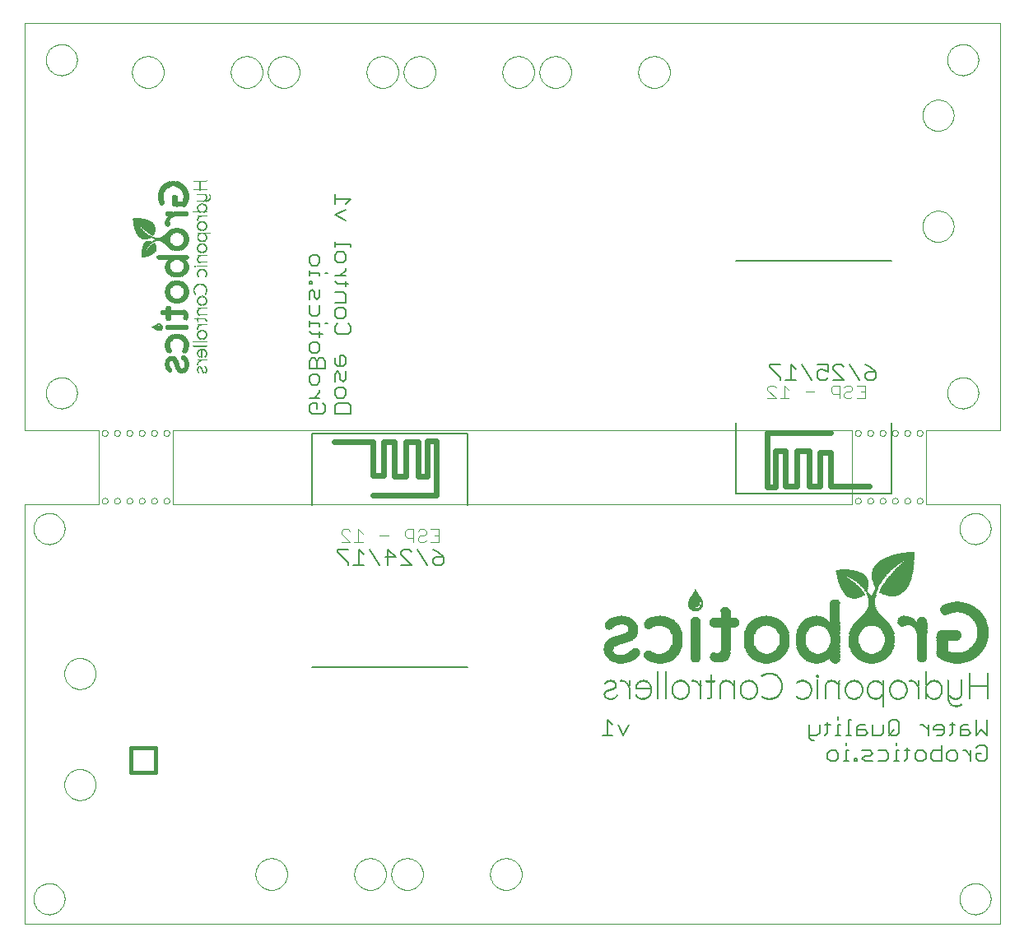
<source format=gbo>
G75*
G70*
%OFA0B0*%
%FSLAX24Y24*%
%IPPOS*%
%LPD*%
%AMOC8*
5,1,8,0,0,1.08239X$1,22.5*
%
%ADD10C,0.0000*%
%ADD11C,0.0060*%
%ADD12C,0.0160*%
%ADD13C,0.0050*%
%ADD14C,0.0240*%
%ADD15C,0.0040*%
%ADD16R,0.0006X0.0071*%
%ADD17R,0.0006X0.0018*%
%ADD18R,0.0006X0.0118*%
%ADD19R,0.0006X0.0030*%
%ADD20R,0.0006X0.0154*%
%ADD21R,0.0006X0.0177*%
%ADD22R,0.0006X0.0201*%
%ADD23R,0.0006X0.0059*%
%ADD24R,0.0006X0.0053*%
%ADD25R,0.0006X0.0041*%
%ADD26R,0.0006X0.0047*%
%ADD27R,0.0006X0.0012*%
%ADD28R,0.0006X0.0035*%
%ADD29R,0.0006X0.0024*%
%ADD30R,0.0006X0.0089*%
%ADD31R,0.0006X0.0100*%
%ADD32R,0.0006X0.0065*%
%ADD33R,0.0006X0.0094*%
%ADD34R,0.0006X0.0106*%
%ADD35R,0.0006X0.0124*%
%ADD36R,0.0006X0.0136*%
%ADD37R,0.0006X0.0112*%
%ADD38R,0.0006X0.0130*%
%ADD39R,0.0006X0.0142*%
%ADD40R,0.0006X0.0159*%
%ADD41R,0.0006X0.0148*%
%ADD42R,0.0006X0.0165*%
%ADD43R,0.0006X0.0195*%
%ADD44R,0.0006X0.0171*%
%ADD45R,0.0006X0.0183*%
%ADD46R,0.0006X0.0189*%
%ADD47R,0.0006X0.0224*%
%ADD48R,0.0006X0.0083*%
%ADD49R,0.0006X0.0077*%
%ADD50R,0.0006X0.0006*%
%ADD51R,0.0006X0.0337*%
%ADD52R,0.0006X0.0343*%
%ADD53R,0.0006X0.0390*%
%ADD54R,0.0006X0.0207*%
%ADD55R,0.0006X0.0230*%
%ADD56R,0.0006X0.0236*%
%ADD57R,0.0006X0.0213*%
%ADD58R,0.0006X0.0295*%
%ADD59R,0.0006X0.0254*%
%ADD60R,0.0006X0.0248*%
%ADD61R,0.0006X0.0266*%
%ADD62R,0.0006X0.0301*%
%ADD63R,0.0006X0.0260*%
%ADD64R,0.0006X0.0313*%
%ADD65R,0.0006X0.0289*%
%ADD66R,0.0006X0.0283*%
%ADD67R,0.0006X0.0331*%
%ADD68R,0.0006X0.0354*%
%ADD69R,0.0006X0.0425*%
%ADD70R,0.0006X0.0360*%
%ADD71R,0.0006X0.0319*%
%ADD72R,0.0006X0.0384*%
%ADD73R,0.0006X0.0366*%
%ADD74R,0.0006X0.0461*%
%ADD75R,0.0006X0.0396*%
%ADD76R,0.0006X0.0413*%
%ADD77R,0.0006X0.0490*%
%ADD78R,0.0006X0.0419*%
%ADD79R,0.0006X0.0443*%
%ADD80R,0.0006X0.0520*%
%ADD81R,0.0006X0.0437*%
%ADD82R,0.0006X0.0278*%
%ADD83R,0.0006X0.0467*%
%ADD84R,0.0006X0.0549*%
%ADD85R,0.0006X0.0402*%
%ADD86R,0.0006X0.0484*%
%ADD87R,0.0006X0.0573*%
%ADD88R,0.0006X0.0508*%
%ADD89R,0.0006X0.0478*%
%ADD90R,0.0006X0.0596*%
%ADD91R,0.0006X0.0502*%
%ADD92R,0.0006X0.0526*%
%ADD93R,0.0006X0.0620*%
%ADD94R,0.0006X0.0543*%
%ADD95R,0.0006X0.0638*%
%ADD96R,0.0006X0.0537*%
%ADD97R,0.0006X0.0472*%
%ADD98R,0.0006X0.0555*%
%ADD99R,0.0006X0.0531*%
%ADD100R,0.0006X0.0661*%
%ADD101R,0.0006X0.0561*%
%ADD102R,0.0006X0.0679*%
%ADD103R,0.0006X0.0372*%
%ADD104R,0.0006X0.0585*%
%ADD105R,0.0006X0.0697*%
%ADD106R,0.0006X0.0591*%
%ADD107R,0.0006X0.0579*%
%ADD108R,0.0006X0.0720*%
%ADD109R,0.0006X0.0602*%
%ADD110R,0.0006X0.0608*%
%ADD111R,0.0006X0.0738*%
%ADD112R,0.0006X0.0614*%
%ADD113R,0.0006X0.0626*%
%ADD114R,0.0006X0.0756*%
%ADD115R,0.0006X0.0632*%
%ADD116R,0.0006X0.0762*%
%ADD117R,0.0006X0.0768*%
%ADD118R,0.0006X0.0644*%
%ADD119R,0.0006X0.0785*%
%ADD120R,0.0006X0.0656*%
%ADD121R,0.0006X0.0774*%
%ADD122R,0.0006X0.0791*%
%ADD123R,0.0006X0.0667*%
%ADD124R,0.0006X0.0780*%
%ADD125R,0.0006X0.0803*%
%ADD126R,0.0006X0.0673*%
%ADD127R,0.0006X0.0815*%
%ADD128R,0.0006X0.0691*%
%ADD129R,0.0006X0.0685*%
%ADD130R,0.0006X0.0827*%
%ADD131R,0.0006X0.0703*%
%ADD132R,0.0006X0.0839*%
%ADD133R,0.0006X0.0715*%
%ADD134R,0.0006X0.0797*%
%ADD135R,0.0006X0.0709*%
%ADD136R,0.0006X0.0407*%
%ADD137R,0.0006X0.0844*%
%ADD138R,0.0006X0.0850*%
%ADD139R,0.0006X0.0732*%
%ADD140R,0.0006X0.0809*%
%ADD141R,0.0006X0.0862*%
%ADD142R,0.0006X0.0744*%
%ADD143R,0.0006X0.0307*%
%ADD144R,0.0006X0.0868*%
%ADD145R,0.0006X0.0750*%
%ADD146R,0.0006X0.0219*%
%ADD147R,0.0006X0.0874*%
%ADD148R,0.0006X0.0821*%
%ADD149R,0.0006X0.0880*%
%ADD150R,0.0006X0.0325*%
%ADD151R,0.0006X0.0886*%
%ADD152R,0.0006X0.0378*%
%ADD153R,0.0006X0.0892*%
%ADD154R,0.0006X0.0242*%
%ADD155R,0.0006X0.0348*%
%ADD156R,0.0006X0.0272*%
%ADD157R,0.0006X0.0431*%
%ADD158R,0.0006X0.0449*%
%ADD159R,0.0006X0.0455*%
%ADD160R,0.0006X0.0496*%
%ADD161R,0.0006X0.0567*%
%ADD162R,0.0006X0.0726*%
%ADD163R,0.0006X0.0650*%
%ADD164R,0.0006X0.0514*%
%ADD165R,0.0142X0.0012*%
%ADD166R,0.0035X0.0012*%
%ADD167R,0.0236X0.0012*%
%ADD168R,0.0059X0.0012*%
%ADD169R,0.0307X0.0012*%
%ADD170R,0.0354X0.0012*%
%ADD171R,0.0402X0.0012*%
%ADD172R,0.0118X0.0012*%
%ADD173R,0.0106X0.0012*%
%ADD174R,0.0083X0.0012*%
%ADD175R,0.0094X0.0012*%
%ADD176R,0.0024X0.0012*%
%ADD177R,0.0071X0.0012*%
%ADD178R,0.0047X0.0012*%
%ADD179R,0.0177X0.0012*%
%ADD180R,0.0201X0.0012*%
%ADD181R,0.0130X0.0012*%
%ADD182R,0.0189X0.0012*%
%ADD183R,0.0213X0.0012*%
%ADD184R,0.0248X0.0012*%
%ADD185R,0.0272X0.0012*%
%ADD186R,0.0224X0.0012*%
%ADD187R,0.0260X0.0012*%
%ADD188R,0.0283X0.0012*%
%ADD189R,0.0319X0.0012*%
%ADD190R,0.0295X0.0012*%
%ADD191R,0.0331X0.0012*%
%ADD192R,0.0390X0.0012*%
%ADD193R,0.0343X0.0012*%
%ADD194R,0.0366X0.0012*%
%ADD195R,0.0378X0.0012*%
%ADD196R,0.0449X0.0012*%
%ADD197R,0.0165X0.0012*%
%ADD198R,0.0154X0.0012*%
%ADD199R,0.0012X0.0012*%
%ADD200R,0.0673X0.0012*%
%ADD201R,0.0685X0.0012*%
%ADD202R,0.0780X0.0012*%
%ADD203R,0.0413X0.0012*%
%ADD204R,0.0461X0.0012*%
%ADD205R,0.0472X0.0012*%
%ADD206R,0.0425X0.0012*%
%ADD207R,0.0591X0.0012*%
%ADD208R,0.0508X0.0012*%
%ADD209R,0.0496X0.0012*%
%ADD210R,0.0531X0.0012*%
%ADD211R,0.0602X0.0012*%
%ADD212R,0.0520X0.0012*%
%ADD213R,0.0626X0.0012*%
%ADD214R,0.0579X0.0012*%
%ADD215R,0.0567X0.0012*%
%ADD216R,0.0661X0.0012*%
%ADD217R,0.0709X0.0012*%
%ADD218R,0.0850X0.0012*%
%ADD219R,0.0720X0.0012*%
%ADD220R,0.0638X0.0012*%
%ADD221R,0.0768X0.0012*%
%ADD222R,0.0732X0.0012*%
%ADD223R,0.0921X0.0012*%
%ADD224R,0.0791X0.0012*%
%ADD225R,0.0827X0.0012*%
%ADD226R,0.0980X0.0012*%
%ADD227R,0.0839X0.0012*%
%ADD228R,0.0886X0.0012*%
%ADD229R,0.1039X0.0012*%
%ADD230R,0.0874X0.0012*%
%ADD231R,0.0555X0.0012*%
%ADD232R,0.0933X0.0012*%
%ADD233R,0.1098X0.0012*%
%ADD234R,0.0803X0.0012*%
%ADD235R,0.0969X0.0012*%
%ADD236R,0.1146X0.0012*%
%ADD237R,0.1016X0.0012*%
%ADD238R,0.0957X0.0012*%
%ADD239R,0.1193X0.0012*%
%ADD240R,0.1004X0.0012*%
%ADD241R,0.1051X0.0012*%
%ADD242R,0.1240X0.0012*%
%ADD243R,0.1087X0.0012*%
%ADD244R,0.1276X0.0012*%
%ADD245R,0.1075X0.0012*%
%ADD246R,0.0945X0.0012*%
%ADD247R,0.1110X0.0012*%
%ADD248R,0.1063X0.0012*%
%ADD249R,0.1323X0.0012*%
%ADD250R,0.1122X0.0012*%
%ADD251R,0.1358X0.0012*%
%ADD252R,0.0744X0.0012*%
%ADD253R,0.1169X0.0012*%
%ADD254R,0.1394X0.0012*%
%ADD255R,0.1181X0.0012*%
%ADD256R,0.1157X0.0012*%
%ADD257R,0.1441X0.0012*%
%ADD258R,0.1205X0.0012*%
%ADD259R,0.1217X0.0012*%
%ADD260R,0.1476X0.0012*%
%ADD261R,0.1228X0.0012*%
%ADD262R,0.1252X0.0012*%
%ADD263R,0.1512X0.0012*%
%ADD264R,0.1264X0.0012*%
%ADD265R,0.1524X0.0012*%
%ADD266R,0.1535X0.0012*%
%ADD267R,0.1287X0.0012*%
%ADD268R,0.1571X0.0012*%
%ADD269R,0.1311X0.0012*%
%ADD270R,0.1547X0.0012*%
%ADD271R,0.1583X0.0012*%
%ADD272R,0.1335X0.0012*%
%ADD273R,0.1559X0.0012*%
%ADD274R,0.1606X0.0012*%
%ADD275R,0.1346X0.0012*%
%ADD276R,0.1630X0.0012*%
%ADD277R,0.1382X0.0012*%
%ADD278R,0.1370X0.0012*%
%ADD279R,0.1654X0.0012*%
%ADD280R,0.1406X0.0012*%
%ADD281R,0.1677X0.0012*%
%ADD282R,0.1429X0.0012*%
%ADD283R,0.1594X0.0012*%
%ADD284R,0.1417X0.0012*%
%ADD285R,0.0815X0.0012*%
%ADD286R,0.1689X0.0012*%
%ADD287R,0.1701X0.0012*%
%ADD288R,0.1465X0.0012*%
%ADD289R,0.1618X0.0012*%
%ADD290R,0.1724X0.0012*%
%ADD291R,0.1488X0.0012*%
%ADD292R,0.0614X0.0012*%
%ADD293R,0.1736X0.0012*%
%ADD294R,0.1500X0.0012*%
%ADD295R,0.0437X0.0012*%
%ADD296R,0.1748X0.0012*%
%ADD297R,0.1642X0.0012*%
%ADD298R,0.1760X0.0012*%
%ADD299R,0.0650X0.0012*%
%ADD300R,0.1772X0.0012*%
%ADD301R,0.0756X0.0012*%
%ADD302R,0.1783X0.0012*%
%ADD303R,0.0484X0.0012*%
%ADD304R,0.0697X0.0012*%
%ADD305R,0.0543X0.0012*%
%ADD306R,0.0862X0.0012*%
%ADD307R,0.0898X0.0012*%
%ADD308R,0.0909X0.0012*%
%ADD309R,0.0992X0.0012*%
%ADD310R,0.1134X0.0012*%
%ADD311R,0.1453X0.0012*%
%ADD312R,0.1299X0.0012*%
%ADD313R,0.1028X0.0012*%
D10*
X002142Y009407D02*
X002142Y026407D01*
X005142Y026407D01*
X005142Y029407D01*
X002142Y029407D01*
X002142Y045907D01*
X041642Y045907D01*
X041642Y029407D01*
X038642Y029407D01*
X038642Y026407D01*
X041642Y026407D01*
X041642Y009407D01*
X002142Y009407D01*
X002512Y010407D02*
X002514Y010457D01*
X002520Y010507D01*
X002530Y010556D01*
X002544Y010604D01*
X002561Y010651D01*
X002582Y010696D01*
X002607Y010740D01*
X002635Y010781D01*
X002667Y010820D01*
X002701Y010857D01*
X002738Y010891D01*
X002778Y010921D01*
X002820Y010948D01*
X002864Y010972D01*
X002910Y010993D01*
X002957Y011009D01*
X003005Y011022D01*
X003055Y011031D01*
X003104Y011036D01*
X003155Y011037D01*
X003205Y011034D01*
X003254Y011027D01*
X003303Y011016D01*
X003351Y011001D01*
X003397Y010983D01*
X003442Y010961D01*
X003485Y010935D01*
X003526Y010906D01*
X003565Y010874D01*
X003601Y010839D01*
X003633Y010801D01*
X003663Y010761D01*
X003690Y010718D01*
X003713Y010674D01*
X003732Y010628D01*
X003748Y010580D01*
X003760Y010531D01*
X003768Y010482D01*
X003772Y010432D01*
X003772Y010382D01*
X003768Y010332D01*
X003760Y010283D01*
X003748Y010234D01*
X003732Y010186D01*
X003713Y010140D01*
X003690Y010096D01*
X003663Y010053D01*
X003633Y010013D01*
X003601Y009975D01*
X003565Y009940D01*
X003526Y009908D01*
X003485Y009879D01*
X003442Y009853D01*
X003397Y009831D01*
X003351Y009813D01*
X003303Y009798D01*
X003254Y009787D01*
X003205Y009780D01*
X003155Y009777D01*
X003104Y009778D01*
X003055Y009783D01*
X003005Y009792D01*
X002957Y009805D01*
X002910Y009821D01*
X002864Y009842D01*
X002820Y009866D01*
X002778Y009893D01*
X002738Y009923D01*
X002701Y009957D01*
X002667Y009994D01*
X002635Y010033D01*
X002607Y010074D01*
X002582Y010118D01*
X002561Y010163D01*
X002544Y010210D01*
X002530Y010258D01*
X002520Y010307D01*
X002514Y010357D01*
X002512Y010407D01*
X003762Y015032D02*
X003764Y015082D01*
X003770Y015132D01*
X003780Y015181D01*
X003794Y015229D01*
X003811Y015276D01*
X003832Y015321D01*
X003857Y015365D01*
X003885Y015406D01*
X003917Y015445D01*
X003951Y015482D01*
X003988Y015516D01*
X004028Y015546D01*
X004070Y015573D01*
X004114Y015597D01*
X004160Y015618D01*
X004207Y015634D01*
X004255Y015647D01*
X004305Y015656D01*
X004354Y015661D01*
X004405Y015662D01*
X004455Y015659D01*
X004504Y015652D01*
X004553Y015641D01*
X004601Y015626D01*
X004647Y015608D01*
X004692Y015586D01*
X004735Y015560D01*
X004776Y015531D01*
X004815Y015499D01*
X004851Y015464D01*
X004883Y015426D01*
X004913Y015386D01*
X004940Y015343D01*
X004963Y015299D01*
X004982Y015253D01*
X004998Y015205D01*
X005010Y015156D01*
X005018Y015107D01*
X005022Y015057D01*
X005022Y015007D01*
X005018Y014957D01*
X005010Y014908D01*
X004998Y014859D01*
X004982Y014811D01*
X004963Y014765D01*
X004940Y014721D01*
X004913Y014678D01*
X004883Y014638D01*
X004851Y014600D01*
X004815Y014565D01*
X004776Y014533D01*
X004735Y014504D01*
X004692Y014478D01*
X004647Y014456D01*
X004601Y014438D01*
X004553Y014423D01*
X004504Y014412D01*
X004455Y014405D01*
X004405Y014402D01*
X004354Y014403D01*
X004305Y014408D01*
X004255Y014417D01*
X004207Y014430D01*
X004160Y014446D01*
X004114Y014467D01*
X004070Y014491D01*
X004028Y014518D01*
X003988Y014548D01*
X003951Y014582D01*
X003917Y014619D01*
X003885Y014658D01*
X003857Y014699D01*
X003832Y014743D01*
X003811Y014788D01*
X003794Y014835D01*
X003780Y014883D01*
X003770Y014932D01*
X003764Y014982D01*
X003762Y015032D01*
X003762Y019532D02*
X003764Y019582D01*
X003770Y019632D01*
X003780Y019681D01*
X003794Y019729D01*
X003811Y019776D01*
X003832Y019821D01*
X003857Y019865D01*
X003885Y019906D01*
X003917Y019945D01*
X003951Y019982D01*
X003988Y020016D01*
X004028Y020046D01*
X004070Y020073D01*
X004114Y020097D01*
X004160Y020118D01*
X004207Y020134D01*
X004255Y020147D01*
X004305Y020156D01*
X004354Y020161D01*
X004405Y020162D01*
X004455Y020159D01*
X004504Y020152D01*
X004553Y020141D01*
X004601Y020126D01*
X004647Y020108D01*
X004692Y020086D01*
X004735Y020060D01*
X004776Y020031D01*
X004815Y019999D01*
X004851Y019964D01*
X004883Y019926D01*
X004913Y019886D01*
X004940Y019843D01*
X004963Y019799D01*
X004982Y019753D01*
X004998Y019705D01*
X005010Y019656D01*
X005018Y019607D01*
X005022Y019557D01*
X005022Y019507D01*
X005018Y019457D01*
X005010Y019408D01*
X004998Y019359D01*
X004982Y019311D01*
X004963Y019265D01*
X004940Y019221D01*
X004913Y019178D01*
X004883Y019138D01*
X004851Y019100D01*
X004815Y019065D01*
X004776Y019033D01*
X004735Y019004D01*
X004692Y018978D01*
X004647Y018956D01*
X004601Y018938D01*
X004553Y018923D01*
X004504Y018912D01*
X004455Y018905D01*
X004405Y018902D01*
X004354Y018903D01*
X004305Y018908D01*
X004255Y018917D01*
X004207Y018930D01*
X004160Y018946D01*
X004114Y018967D01*
X004070Y018991D01*
X004028Y019018D01*
X003988Y019048D01*
X003951Y019082D01*
X003917Y019119D01*
X003885Y019158D01*
X003857Y019199D01*
X003832Y019243D01*
X003811Y019288D01*
X003794Y019335D01*
X003780Y019383D01*
X003770Y019432D01*
X003764Y019482D01*
X003762Y019532D01*
X002512Y025407D02*
X002514Y025457D01*
X002520Y025507D01*
X002530Y025556D01*
X002544Y025604D01*
X002561Y025651D01*
X002582Y025696D01*
X002607Y025740D01*
X002635Y025781D01*
X002667Y025820D01*
X002701Y025857D01*
X002738Y025891D01*
X002778Y025921D01*
X002820Y025948D01*
X002864Y025972D01*
X002910Y025993D01*
X002957Y026009D01*
X003005Y026022D01*
X003055Y026031D01*
X003104Y026036D01*
X003155Y026037D01*
X003205Y026034D01*
X003254Y026027D01*
X003303Y026016D01*
X003351Y026001D01*
X003397Y025983D01*
X003442Y025961D01*
X003485Y025935D01*
X003526Y025906D01*
X003565Y025874D01*
X003601Y025839D01*
X003633Y025801D01*
X003663Y025761D01*
X003690Y025718D01*
X003713Y025674D01*
X003732Y025628D01*
X003748Y025580D01*
X003760Y025531D01*
X003768Y025482D01*
X003772Y025432D01*
X003772Y025382D01*
X003768Y025332D01*
X003760Y025283D01*
X003748Y025234D01*
X003732Y025186D01*
X003713Y025140D01*
X003690Y025096D01*
X003663Y025053D01*
X003633Y025013D01*
X003601Y024975D01*
X003565Y024940D01*
X003526Y024908D01*
X003485Y024879D01*
X003442Y024853D01*
X003397Y024831D01*
X003351Y024813D01*
X003303Y024798D01*
X003254Y024787D01*
X003205Y024780D01*
X003155Y024777D01*
X003104Y024778D01*
X003055Y024783D01*
X003005Y024792D01*
X002957Y024805D01*
X002910Y024821D01*
X002864Y024842D01*
X002820Y024866D01*
X002778Y024893D01*
X002738Y024923D01*
X002701Y024957D01*
X002667Y024994D01*
X002635Y025033D01*
X002607Y025074D01*
X002582Y025118D01*
X002561Y025163D01*
X002544Y025210D01*
X002530Y025258D01*
X002520Y025307D01*
X002514Y025357D01*
X002512Y025407D01*
X005274Y026532D02*
X005276Y026553D01*
X005282Y026573D01*
X005291Y026593D01*
X005303Y026610D01*
X005318Y026624D01*
X005336Y026636D01*
X005356Y026644D01*
X005376Y026649D01*
X005397Y026650D01*
X005418Y026647D01*
X005438Y026641D01*
X005457Y026630D01*
X005474Y026617D01*
X005487Y026601D01*
X005498Y026583D01*
X005506Y026563D01*
X005510Y026543D01*
X005510Y026521D01*
X005506Y026501D01*
X005498Y026481D01*
X005487Y026463D01*
X005474Y026447D01*
X005457Y026434D01*
X005438Y026423D01*
X005418Y026417D01*
X005397Y026414D01*
X005376Y026415D01*
X005356Y026420D01*
X005336Y026428D01*
X005318Y026440D01*
X005303Y026454D01*
X005291Y026471D01*
X005282Y026491D01*
X005276Y026511D01*
X005274Y026532D01*
X005774Y026532D02*
X005776Y026553D01*
X005782Y026573D01*
X005791Y026593D01*
X005803Y026610D01*
X005818Y026624D01*
X005836Y026636D01*
X005856Y026644D01*
X005876Y026649D01*
X005897Y026650D01*
X005918Y026647D01*
X005938Y026641D01*
X005957Y026630D01*
X005974Y026617D01*
X005987Y026601D01*
X005998Y026583D01*
X006006Y026563D01*
X006010Y026543D01*
X006010Y026521D01*
X006006Y026501D01*
X005998Y026481D01*
X005987Y026463D01*
X005974Y026447D01*
X005957Y026434D01*
X005938Y026423D01*
X005918Y026417D01*
X005897Y026414D01*
X005876Y026415D01*
X005856Y026420D01*
X005836Y026428D01*
X005818Y026440D01*
X005803Y026454D01*
X005791Y026471D01*
X005782Y026491D01*
X005776Y026511D01*
X005774Y026532D01*
X006274Y026532D02*
X006276Y026553D01*
X006282Y026573D01*
X006291Y026593D01*
X006303Y026610D01*
X006318Y026624D01*
X006336Y026636D01*
X006356Y026644D01*
X006376Y026649D01*
X006397Y026650D01*
X006418Y026647D01*
X006438Y026641D01*
X006457Y026630D01*
X006474Y026617D01*
X006487Y026601D01*
X006498Y026583D01*
X006506Y026563D01*
X006510Y026543D01*
X006510Y026521D01*
X006506Y026501D01*
X006498Y026481D01*
X006487Y026463D01*
X006474Y026447D01*
X006457Y026434D01*
X006438Y026423D01*
X006418Y026417D01*
X006397Y026414D01*
X006376Y026415D01*
X006356Y026420D01*
X006336Y026428D01*
X006318Y026440D01*
X006303Y026454D01*
X006291Y026471D01*
X006282Y026491D01*
X006276Y026511D01*
X006274Y026532D01*
X006774Y026532D02*
X006776Y026553D01*
X006782Y026573D01*
X006791Y026593D01*
X006803Y026610D01*
X006818Y026624D01*
X006836Y026636D01*
X006856Y026644D01*
X006876Y026649D01*
X006897Y026650D01*
X006918Y026647D01*
X006938Y026641D01*
X006957Y026630D01*
X006974Y026617D01*
X006987Y026601D01*
X006998Y026583D01*
X007006Y026563D01*
X007010Y026543D01*
X007010Y026521D01*
X007006Y026501D01*
X006998Y026481D01*
X006987Y026463D01*
X006974Y026447D01*
X006957Y026434D01*
X006938Y026423D01*
X006918Y026417D01*
X006897Y026414D01*
X006876Y026415D01*
X006856Y026420D01*
X006836Y026428D01*
X006818Y026440D01*
X006803Y026454D01*
X006791Y026471D01*
X006782Y026491D01*
X006776Y026511D01*
X006774Y026532D01*
X007274Y026532D02*
X007276Y026553D01*
X007282Y026573D01*
X007291Y026593D01*
X007303Y026610D01*
X007318Y026624D01*
X007336Y026636D01*
X007356Y026644D01*
X007376Y026649D01*
X007397Y026650D01*
X007418Y026647D01*
X007438Y026641D01*
X007457Y026630D01*
X007474Y026617D01*
X007487Y026601D01*
X007498Y026583D01*
X007506Y026563D01*
X007510Y026543D01*
X007510Y026521D01*
X007506Y026501D01*
X007498Y026481D01*
X007487Y026463D01*
X007474Y026447D01*
X007457Y026434D01*
X007438Y026423D01*
X007418Y026417D01*
X007397Y026414D01*
X007376Y026415D01*
X007356Y026420D01*
X007336Y026428D01*
X007318Y026440D01*
X007303Y026454D01*
X007291Y026471D01*
X007282Y026491D01*
X007276Y026511D01*
X007274Y026532D01*
X007774Y026532D02*
X007776Y026553D01*
X007782Y026573D01*
X007791Y026593D01*
X007803Y026610D01*
X007818Y026624D01*
X007836Y026636D01*
X007856Y026644D01*
X007876Y026649D01*
X007897Y026650D01*
X007918Y026647D01*
X007938Y026641D01*
X007957Y026630D01*
X007974Y026617D01*
X007987Y026601D01*
X007998Y026583D01*
X008006Y026563D01*
X008010Y026543D01*
X008010Y026521D01*
X008006Y026501D01*
X007998Y026481D01*
X007987Y026463D01*
X007974Y026447D01*
X007957Y026434D01*
X007938Y026423D01*
X007918Y026417D01*
X007897Y026414D01*
X007876Y026415D01*
X007856Y026420D01*
X007836Y026428D01*
X007818Y026440D01*
X007803Y026454D01*
X007791Y026471D01*
X007782Y026491D01*
X007776Y026511D01*
X007774Y026532D01*
X008142Y026407D02*
X008142Y029407D01*
X035642Y029407D01*
X035642Y026407D01*
X008142Y026407D01*
X007774Y029282D02*
X007776Y029303D01*
X007782Y029323D01*
X007791Y029343D01*
X007803Y029360D01*
X007818Y029374D01*
X007836Y029386D01*
X007856Y029394D01*
X007876Y029399D01*
X007897Y029400D01*
X007918Y029397D01*
X007938Y029391D01*
X007957Y029380D01*
X007974Y029367D01*
X007987Y029351D01*
X007998Y029333D01*
X008006Y029313D01*
X008010Y029293D01*
X008010Y029271D01*
X008006Y029251D01*
X007998Y029231D01*
X007987Y029213D01*
X007974Y029197D01*
X007957Y029184D01*
X007938Y029173D01*
X007918Y029167D01*
X007897Y029164D01*
X007876Y029165D01*
X007856Y029170D01*
X007836Y029178D01*
X007818Y029190D01*
X007803Y029204D01*
X007791Y029221D01*
X007782Y029241D01*
X007776Y029261D01*
X007774Y029282D01*
X007274Y029282D02*
X007276Y029303D01*
X007282Y029323D01*
X007291Y029343D01*
X007303Y029360D01*
X007318Y029374D01*
X007336Y029386D01*
X007356Y029394D01*
X007376Y029399D01*
X007397Y029400D01*
X007418Y029397D01*
X007438Y029391D01*
X007457Y029380D01*
X007474Y029367D01*
X007487Y029351D01*
X007498Y029333D01*
X007506Y029313D01*
X007510Y029293D01*
X007510Y029271D01*
X007506Y029251D01*
X007498Y029231D01*
X007487Y029213D01*
X007474Y029197D01*
X007457Y029184D01*
X007438Y029173D01*
X007418Y029167D01*
X007397Y029164D01*
X007376Y029165D01*
X007356Y029170D01*
X007336Y029178D01*
X007318Y029190D01*
X007303Y029204D01*
X007291Y029221D01*
X007282Y029241D01*
X007276Y029261D01*
X007274Y029282D01*
X006774Y029282D02*
X006776Y029303D01*
X006782Y029323D01*
X006791Y029343D01*
X006803Y029360D01*
X006818Y029374D01*
X006836Y029386D01*
X006856Y029394D01*
X006876Y029399D01*
X006897Y029400D01*
X006918Y029397D01*
X006938Y029391D01*
X006957Y029380D01*
X006974Y029367D01*
X006987Y029351D01*
X006998Y029333D01*
X007006Y029313D01*
X007010Y029293D01*
X007010Y029271D01*
X007006Y029251D01*
X006998Y029231D01*
X006987Y029213D01*
X006974Y029197D01*
X006957Y029184D01*
X006938Y029173D01*
X006918Y029167D01*
X006897Y029164D01*
X006876Y029165D01*
X006856Y029170D01*
X006836Y029178D01*
X006818Y029190D01*
X006803Y029204D01*
X006791Y029221D01*
X006782Y029241D01*
X006776Y029261D01*
X006774Y029282D01*
X006274Y029282D02*
X006276Y029303D01*
X006282Y029323D01*
X006291Y029343D01*
X006303Y029360D01*
X006318Y029374D01*
X006336Y029386D01*
X006356Y029394D01*
X006376Y029399D01*
X006397Y029400D01*
X006418Y029397D01*
X006438Y029391D01*
X006457Y029380D01*
X006474Y029367D01*
X006487Y029351D01*
X006498Y029333D01*
X006506Y029313D01*
X006510Y029293D01*
X006510Y029271D01*
X006506Y029251D01*
X006498Y029231D01*
X006487Y029213D01*
X006474Y029197D01*
X006457Y029184D01*
X006438Y029173D01*
X006418Y029167D01*
X006397Y029164D01*
X006376Y029165D01*
X006356Y029170D01*
X006336Y029178D01*
X006318Y029190D01*
X006303Y029204D01*
X006291Y029221D01*
X006282Y029241D01*
X006276Y029261D01*
X006274Y029282D01*
X005774Y029282D02*
X005776Y029303D01*
X005782Y029323D01*
X005791Y029343D01*
X005803Y029360D01*
X005818Y029374D01*
X005836Y029386D01*
X005856Y029394D01*
X005876Y029399D01*
X005897Y029400D01*
X005918Y029397D01*
X005938Y029391D01*
X005957Y029380D01*
X005974Y029367D01*
X005987Y029351D01*
X005998Y029333D01*
X006006Y029313D01*
X006010Y029293D01*
X006010Y029271D01*
X006006Y029251D01*
X005998Y029231D01*
X005987Y029213D01*
X005974Y029197D01*
X005957Y029184D01*
X005938Y029173D01*
X005918Y029167D01*
X005897Y029164D01*
X005876Y029165D01*
X005856Y029170D01*
X005836Y029178D01*
X005818Y029190D01*
X005803Y029204D01*
X005791Y029221D01*
X005782Y029241D01*
X005776Y029261D01*
X005774Y029282D01*
X005274Y029282D02*
X005276Y029303D01*
X005282Y029323D01*
X005291Y029343D01*
X005303Y029360D01*
X005318Y029374D01*
X005336Y029386D01*
X005356Y029394D01*
X005376Y029399D01*
X005397Y029400D01*
X005418Y029397D01*
X005438Y029391D01*
X005457Y029380D01*
X005474Y029367D01*
X005487Y029351D01*
X005498Y029333D01*
X005506Y029313D01*
X005510Y029293D01*
X005510Y029271D01*
X005506Y029251D01*
X005498Y029231D01*
X005487Y029213D01*
X005474Y029197D01*
X005457Y029184D01*
X005438Y029173D01*
X005418Y029167D01*
X005397Y029164D01*
X005376Y029165D01*
X005356Y029170D01*
X005336Y029178D01*
X005318Y029190D01*
X005303Y029204D01*
X005291Y029221D01*
X005282Y029241D01*
X005276Y029261D01*
X005274Y029282D01*
X003012Y030907D02*
X003014Y030957D01*
X003020Y031007D01*
X003030Y031056D01*
X003044Y031104D01*
X003061Y031151D01*
X003082Y031196D01*
X003107Y031240D01*
X003135Y031281D01*
X003167Y031320D01*
X003201Y031357D01*
X003238Y031391D01*
X003278Y031421D01*
X003320Y031448D01*
X003364Y031472D01*
X003410Y031493D01*
X003457Y031509D01*
X003505Y031522D01*
X003555Y031531D01*
X003604Y031536D01*
X003655Y031537D01*
X003705Y031534D01*
X003754Y031527D01*
X003803Y031516D01*
X003851Y031501D01*
X003897Y031483D01*
X003942Y031461D01*
X003985Y031435D01*
X004026Y031406D01*
X004065Y031374D01*
X004101Y031339D01*
X004133Y031301D01*
X004163Y031261D01*
X004190Y031218D01*
X004213Y031174D01*
X004232Y031128D01*
X004248Y031080D01*
X004260Y031031D01*
X004268Y030982D01*
X004272Y030932D01*
X004272Y030882D01*
X004268Y030832D01*
X004260Y030783D01*
X004248Y030734D01*
X004232Y030686D01*
X004213Y030640D01*
X004190Y030596D01*
X004163Y030553D01*
X004133Y030513D01*
X004101Y030475D01*
X004065Y030440D01*
X004026Y030408D01*
X003985Y030379D01*
X003942Y030353D01*
X003897Y030331D01*
X003851Y030313D01*
X003803Y030298D01*
X003754Y030287D01*
X003705Y030280D01*
X003655Y030277D01*
X003604Y030278D01*
X003555Y030283D01*
X003505Y030292D01*
X003457Y030305D01*
X003410Y030321D01*
X003364Y030342D01*
X003320Y030366D01*
X003278Y030393D01*
X003238Y030423D01*
X003201Y030457D01*
X003167Y030494D01*
X003135Y030533D01*
X003107Y030574D01*
X003082Y030618D01*
X003061Y030663D01*
X003044Y030710D01*
X003030Y030758D01*
X003020Y030807D01*
X003014Y030857D01*
X003012Y030907D01*
X006502Y043907D02*
X006504Y043957D01*
X006510Y044007D01*
X006520Y044056D01*
X006533Y044105D01*
X006551Y044152D01*
X006572Y044198D01*
X006596Y044241D01*
X006624Y044283D01*
X006655Y044323D01*
X006689Y044360D01*
X006726Y044394D01*
X006766Y044425D01*
X006808Y044453D01*
X006851Y044477D01*
X006897Y044498D01*
X006944Y044516D01*
X006993Y044529D01*
X007042Y044539D01*
X007092Y044545D01*
X007142Y044547D01*
X007192Y044545D01*
X007242Y044539D01*
X007291Y044529D01*
X007340Y044516D01*
X007387Y044498D01*
X007433Y044477D01*
X007476Y044453D01*
X007518Y044425D01*
X007558Y044394D01*
X007595Y044360D01*
X007629Y044323D01*
X007660Y044283D01*
X007688Y044241D01*
X007712Y044198D01*
X007733Y044152D01*
X007751Y044105D01*
X007764Y044056D01*
X007774Y044007D01*
X007780Y043957D01*
X007782Y043907D01*
X007780Y043857D01*
X007774Y043807D01*
X007764Y043758D01*
X007751Y043709D01*
X007733Y043662D01*
X007712Y043616D01*
X007688Y043573D01*
X007660Y043531D01*
X007629Y043491D01*
X007595Y043454D01*
X007558Y043420D01*
X007518Y043389D01*
X007476Y043361D01*
X007433Y043337D01*
X007387Y043316D01*
X007340Y043298D01*
X007291Y043285D01*
X007242Y043275D01*
X007192Y043269D01*
X007142Y043267D01*
X007092Y043269D01*
X007042Y043275D01*
X006993Y043285D01*
X006944Y043298D01*
X006897Y043316D01*
X006851Y043337D01*
X006808Y043361D01*
X006766Y043389D01*
X006726Y043420D01*
X006689Y043454D01*
X006655Y043491D01*
X006624Y043531D01*
X006596Y043573D01*
X006572Y043616D01*
X006551Y043662D01*
X006533Y043709D01*
X006520Y043758D01*
X006510Y043807D01*
X006504Y043857D01*
X006502Y043907D01*
X003012Y044407D02*
X003014Y044457D01*
X003020Y044507D01*
X003030Y044556D01*
X003044Y044604D01*
X003061Y044651D01*
X003082Y044696D01*
X003107Y044740D01*
X003135Y044781D01*
X003167Y044820D01*
X003201Y044857D01*
X003238Y044891D01*
X003278Y044921D01*
X003320Y044948D01*
X003364Y044972D01*
X003410Y044993D01*
X003457Y045009D01*
X003505Y045022D01*
X003555Y045031D01*
X003604Y045036D01*
X003655Y045037D01*
X003705Y045034D01*
X003754Y045027D01*
X003803Y045016D01*
X003851Y045001D01*
X003897Y044983D01*
X003942Y044961D01*
X003985Y044935D01*
X004026Y044906D01*
X004065Y044874D01*
X004101Y044839D01*
X004133Y044801D01*
X004163Y044761D01*
X004190Y044718D01*
X004213Y044674D01*
X004232Y044628D01*
X004248Y044580D01*
X004260Y044531D01*
X004268Y044482D01*
X004272Y044432D01*
X004272Y044382D01*
X004268Y044332D01*
X004260Y044283D01*
X004248Y044234D01*
X004232Y044186D01*
X004213Y044140D01*
X004190Y044096D01*
X004163Y044053D01*
X004133Y044013D01*
X004101Y043975D01*
X004065Y043940D01*
X004026Y043908D01*
X003985Y043879D01*
X003942Y043853D01*
X003897Y043831D01*
X003851Y043813D01*
X003803Y043798D01*
X003754Y043787D01*
X003705Y043780D01*
X003655Y043777D01*
X003604Y043778D01*
X003555Y043783D01*
X003505Y043792D01*
X003457Y043805D01*
X003410Y043821D01*
X003364Y043842D01*
X003320Y043866D01*
X003278Y043893D01*
X003238Y043923D01*
X003201Y043957D01*
X003167Y043994D01*
X003135Y044033D01*
X003107Y044074D01*
X003082Y044118D01*
X003061Y044163D01*
X003044Y044210D01*
X003030Y044258D01*
X003020Y044307D01*
X003014Y044357D01*
X003012Y044407D01*
X010502Y043907D02*
X010504Y043957D01*
X010510Y044007D01*
X010520Y044056D01*
X010533Y044105D01*
X010551Y044152D01*
X010572Y044198D01*
X010596Y044241D01*
X010624Y044283D01*
X010655Y044323D01*
X010689Y044360D01*
X010726Y044394D01*
X010766Y044425D01*
X010808Y044453D01*
X010851Y044477D01*
X010897Y044498D01*
X010944Y044516D01*
X010993Y044529D01*
X011042Y044539D01*
X011092Y044545D01*
X011142Y044547D01*
X011192Y044545D01*
X011242Y044539D01*
X011291Y044529D01*
X011340Y044516D01*
X011387Y044498D01*
X011433Y044477D01*
X011476Y044453D01*
X011518Y044425D01*
X011558Y044394D01*
X011595Y044360D01*
X011629Y044323D01*
X011660Y044283D01*
X011688Y044241D01*
X011712Y044198D01*
X011733Y044152D01*
X011751Y044105D01*
X011764Y044056D01*
X011774Y044007D01*
X011780Y043957D01*
X011782Y043907D01*
X011780Y043857D01*
X011774Y043807D01*
X011764Y043758D01*
X011751Y043709D01*
X011733Y043662D01*
X011712Y043616D01*
X011688Y043573D01*
X011660Y043531D01*
X011629Y043491D01*
X011595Y043454D01*
X011558Y043420D01*
X011518Y043389D01*
X011476Y043361D01*
X011433Y043337D01*
X011387Y043316D01*
X011340Y043298D01*
X011291Y043285D01*
X011242Y043275D01*
X011192Y043269D01*
X011142Y043267D01*
X011092Y043269D01*
X011042Y043275D01*
X010993Y043285D01*
X010944Y043298D01*
X010897Y043316D01*
X010851Y043337D01*
X010808Y043361D01*
X010766Y043389D01*
X010726Y043420D01*
X010689Y043454D01*
X010655Y043491D01*
X010624Y043531D01*
X010596Y043573D01*
X010572Y043616D01*
X010551Y043662D01*
X010533Y043709D01*
X010520Y043758D01*
X010510Y043807D01*
X010504Y043857D01*
X010502Y043907D01*
X012002Y043907D02*
X012004Y043957D01*
X012010Y044007D01*
X012020Y044056D01*
X012033Y044105D01*
X012051Y044152D01*
X012072Y044198D01*
X012096Y044241D01*
X012124Y044283D01*
X012155Y044323D01*
X012189Y044360D01*
X012226Y044394D01*
X012266Y044425D01*
X012308Y044453D01*
X012351Y044477D01*
X012397Y044498D01*
X012444Y044516D01*
X012493Y044529D01*
X012542Y044539D01*
X012592Y044545D01*
X012642Y044547D01*
X012692Y044545D01*
X012742Y044539D01*
X012791Y044529D01*
X012840Y044516D01*
X012887Y044498D01*
X012933Y044477D01*
X012976Y044453D01*
X013018Y044425D01*
X013058Y044394D01*
X013095Y044360D01*
X013129Y044323D01*
X013160Y044283D01*
X013188Y044241D01*
X013212Y044198D01*
X013233Y044152D01*
X013251Y044105D01*
X013264Y044056D01*
X013274Y044007D01*
X013280Y043957D01*
X013282Y043907D01*
X013280Y043857D01*
X013274Y043807D01*
X013264Y043758D01*
X013251Y043709D01*
X013233Y043662D01*
X013212Y043616D01*
X013188Y043573D01*
X013160Y043531D01*
X013129Y043491D01*
X013095Y043454D01*
X013058Y043420D01*
X013018Y043389D01*
X012976Y043361D01*
X012933Y043337D01*
X012887Y043316D01*
X012840Y043298D01*
X012791Y043285D01*
X012742Y043275D01*
X012692Y043269D01*
X012642Y043267D01*
X012592Y043269D01*
X012542Y043275D01*
X012493Y043285D01*
X012444Y043298D01*
X012397Y043316D01*
X012351Y043337D01*
X012308Y043361D01*
X012266Y043389D01*
X012226Y043420D01*
X012189Y043454D01*
X012155Y043491D01*
X012124Y043531D01*
X012096Y043573D01*
X012072Y043616D01*
X012051Y043662D01*
X012033Y043709D01*
X012020Y043758D01*
X012010Y043807D01*
X012004Y043857D01*
X012002Y043907D01*
X016002Y043907D02*
X016004Y043957D01*
X016010Y044007D01*
X016020Y044056D01*
X016033Y044105D01*
X016051Y044152D01*
X016072Y044198D01*
X016096Y044241D01*
X016124Y044283D01*
X016155Y044323D01*
X016189Y044360D01*
X016226Y044394D01*
X016266Y044425D01*
X016308Y044453D01*
X016351Y044477D01*
X016397Y044498D01*
X016444Y044516D01*
X016493Y044529D01*
X016542Y044539D01*
X016592Y044545D01*
X016642Y044547D01*
X016692Y044545D01*
X016742Y044539D01*
X016791Y044529D01*
X016840Y044516D01*
X016887Y044498D01*
X016933Y044477D01*
X016976Y044453D01*
X017018Y044425D01*
X017058Y044394D01*
X017095Y044360D01*
X017129Y044323D01*
X017160Y044283D01*
X017188Y044241D01*
X017212Y044198D01*
X017233Y044152D01*
X017251Y044105D01*
X017264Y044056D01*
X017274Y044007D01*
X017280Y043957D01*
X017282Y043907D01*
X017280Y043857D01*
X017274Y043807D01*
X017264Y043758D01*
X017251Y043709D01*
X017233Y043662D01*
X017212Y043616D01*
X017188Y043573D01*
X017160Y043531D01*
X017129Y043491D01*
X017095Y043454D01*
X017058Y043420D01*
X017018Y043389D01*
X016976Y043361D01*
X016933Y043337D01*
X016887Y043316D01*
X016840Y043298D01*
X016791Y043285D01*
X016742Y043275D01*
X016692Y043269D01*
X016642Y043267D01*
X016592Y043269D01*
X016542Y043275D01*
X016493Y043285D01*
X016444Y043298D01*
X016397Y043316D01*
X016351Y043337D01*
X016308Y043361D01*
X016266Y043389D01*
X016226Y043420D01*
X016189Y043454D01*
X016155Y043491D01*
X016124Y043531D01*
X016096Y043573D01*
X016072Y043616D01*
X016051Y043662D01*
X016033Y043709D01*
X016020Y043758D01*
X016010Y043807D01*
X016004Y043857D01*
X016002Y043907D01*
X017502Y043907D02*
X017504Y043957D01*
X017510Y044007D01*
X017520Y044056D01*
X017533Y044105D01*
X017551Y044152D01*
X017572Y044198D01*
X017596Y044241D01*
X017624Y044283D01*
X017655Y044323D01*
X017689Y044360D01*
X017726Y044394D01*
X017766Y044425D01*
X017808Y044453D01*
X017851Y044477D01*
X017897Y044498D01*
X017944Y044516D01*
X017993Y044529D01*
X018042Y044539D01*
X018092Y044545D01*
X018142Y044547D01*
X018192Y044545D01*
X018242Y044539D01*
X018291Y044529D01*
X018340Y044516D01*
X018387Y044498D01*
X018433Y044477D01*
X018476Y044453D01*
X018518Y044425D01*
X018558Y044394D01*
X018595Y044360D01*
X018629Y044323D01*
X018660Y044283D01*
X018688Y044241D01*
X018712Y044198D01*
X018733Y044152D01*
X018751Y044105D01*
X018764Y044056D01*
X018774Y044007D01*
X018780Y043957D01*
X018782Y043907D01*
X018780Y043857D01*
X018774Y043807D01*
X018764Y043758D01*
X018751Y043709D01*
X018733Y043662D01*
X018712Y043616D01*
X018688Y043573D01*
X018660Y043531D01*
X018629Y043491D01*
X018595Y043454D01*
X018558Y043420D01*
X018518Y043389D01*
X018476Y043361D01*
X018433Y043337D01*
X018387Y043316D01*
X018340Y043298D01*
X018291Y043285D01*
X018242Y043275D01*
X018192Y043269D01*
X018142Y043267D01*
X018092Y043269D01*
X018042Y043275D01*
X017993Y043285D01*
X017944Y043298D01*
X017897Y043316D01*
X017851Y043337D01*
X017808Y043361D01*
X017766Y043389D01*
X017726Y043420D01*
X017689Y043454D01*
X017655Y043491D01*
X017624Y043531D01*
X017596Y043573D01*
X017572Y043616D01*
X017551Y043662D01*
X017533Y043709D01*
X017520Y043758D01*
X017510Y043807D01*
X017504Y043857D01*
X017502Y043907D01*
X021502Y043907D02*
X021504Y043957D01*
X021510Y044007D01*
X021520Y044056D01*
X021533Y044105D01*
X021551Y044152D01*
X021572Y044198D01*
X021596Y044241D01*
X021624Y044283D01*
X021655Y044323D01*
X021689Y044360D01*
X021726Y044394D01*
X021766Y044425D01*
X021808Y044453D01*
X021851Y044477D01*
X021897Y044498D01*
X021944Y044516D01*
X021993Y044529D01*
X022042Y044539D01*
X022092Y044545D01*
X022142Y044547D01*
X022192Y044545D01*
X022242Y044539D01*
X022291Y044529D01*
X022340Y044516D01*
X022387Y044498D01*
X022433Y044477D01*
X022476Y044453D01*
X022518Y044425D01*
X022558Y044394D01*
X022595Y044360D01*
X022629Y044323D01*
X022660Y044283D01*
X022688Y044241D01*
X022712Y044198D01*
X022733Y044152D01*
X022751Y044105D01*
X022764Y044056D01*
X022774Y044007D01*
X022780Y043957D01*
X022782Y043907D01*
X022780Y043857D01*
X022774Y043807D01*
X022764Y043758D01*
X022751Y043709D01*
X022733Y043662D01*
X022712Y043616D01*
X022688Y043573D01*
X022660Y043531D01*
X022629Y043491D01*
X022595Y043454D01*
X022558Y043420D01*
X022518Y043389D01*
X022476Y043361D01*
X022433Y043337D01*
X022387Y043316D01*
X022340Y043298D01*
X022291Y043285D01*
X022242Y043275D01*
X022192Y043269D01*
X022142Y043267D01*
X022092Y043269D01*
X022042Y043275D01*
X021993Y043285D01*
X021944Y043298D01*
X021897Y043316D01*
X021851Y043337D01*
X021808Y043361D01*
X021766Y043389D01*
X021726Y043420D01*
X021689Y043454D01*
X021655Y043491D01*
X021624Y043531D01*
X021596Y043573D01*
X021572Y043616D01*
X021551Y043662D01*
X021533Y043709D01*
X021520Y043758D01*
X021510Y043807D01*
X021504Y043857D01*
X021502Y043907D01*
X023002Y043907D02*
X023004Y043957D01*
X023010Y044007D01*
X023020Y044056D01*
X023033Y044105D01*
X023051Y044152D01*
X023072Y044198D01*
X023096Y044241D01*
X023124Y044283D01*
X023155Y044323D01*
X023189Y044360D01*
X023226Y044394D01*
X023266Y044425D01*
X023308Y044453D01*
X023351Y044477D01*
X023397Y044498D01*
X023444Y044516D01*
X023493Y044529D01*
X023542Y044539D01*
X023592Y044545D01*
X023642Y044547D01*
X023692Y044545D01*
X023742Y044539D01*
X023791Y044529D01*
X023840Y044516D01*
X023887Y044498D01*
X023933Y044477D01*
X023976Y044453D01*
X024018Y044425D01*
X024058Y044394D01*
X024095Y044360D01*
X024129Y044323D01*
X024160Y044283D01*
X024188Y044241D01*
X024212Y044198D01*
X024233Y044152D01*
X024251Y044105D01*
X024264Y044056D01*
X024274Y044007D01*
X024280Y043957D01*
X024282Y043907D01*
X024280Y043857D01*
X024274Y043807D01*
X024264Y043758D01*
X024251Y043709D01*
X024233Y043662D01*
X024212Y043616D01*
X024188Y043573D01*
X024160Y043531D01*
X024129Y043491D01*
X024095Y043454D01*
X024058Y043420D01*
X024018Y043389D01*
X023976Y043361D01*
X023933Y043337D01*
X023887Y043316D01*
X023840Y043298D01*
X023791Y043285D01*
X023742Y043275D01*
X023692Y043269D01*
X023642Y043267D01*
X023592Y043269D01*
X023542Y043275D01*
X023493Y043285D01*
X023444Y043298D01*
X023397Y043316D01*
X023351Y043337D01*
X023308Y043361D01*
X023266Y043389D01*
X023226Y043420D01*
X023189Y043454D01*
X023155Y043491D01*
X023124Y043531D01*
X023096Y043573D01*
X023072Y043616D01*
X023051Y043662D01*
X023033Y043709D01*
X023020Y043758D01*
X023010Y043807D01*
X023004Y043857D01*
X023002Y043907D01*
X027002Y043907D02*
X027004Y043957D01*
X027010Y044007D01*
X027020Y044056D01*
X027033Y044105D01*
X027051Y044152D01*
X027072Y044198D01*
X027096Y044241D01*
X027124Y044283D01*
X027155Y044323D01*
X027189Y044360D01*
X027226Y044394D01*
X027266Y044425D01*
X027308Y044453D01*
X027351Y044477D01*
X027397Y044498D01*
X027444Y044516D01*
X027493Y044529D01*
X027542Y044539D01*
X027592Y044545D01*
X027642Y044547D01*
X027692Y044545D01*
X027742Y044539D01*
X027791Y044529D01*
X027840Y044516D01*
X027887Y044498D01*
X027933Y044477D01*
X027976Y044453D01*
X028018Y044425D01*
X028058Y044394D01*
X028095Y044360D01*
X028129Y044323D01*
X028160Y044283D01*
X028188Y044241D01*
X028212Y044198D01*
X028233Y044152D01*
X028251Y044105D01*
X028264Y044056D01*
X028274Y044007D01*
X028280Y043957D01*
X028282Y043907D01*
X028280Y043857D01*
X028274Y043807D01*
X028264Y043758D01*
X028251Y043709D01*
X028233Y043662D01*
X028212Y043616D01*
X028188Y043573D01*
X028160Y043531D01*
X028129Y043491D01*
X028095Y043454D01*
X028058Y043420D01*
X028018Y043389D01*
X027976Y043361D01*
X027933Y043337D01*
X027887Y043316D01*
X027840Y043298D01*
X027791Y043285D01*
X027742Y043275D01*
X027692Y043269D01*
X027642Y043267D01*
X027592Y043269D01*
X027542Y043275D01*
X027493Y043285D01*
X027444Y043298D01*
X027397Y043316D01*
X027351Y043337D01*
X027308Y043361D01*
X027266Y043389D01*
X027226Y043420D01*
X027189Y043454D01*
X027155Y043491D01*
X027124Y043531D01*
X027096Y043573D01*
X027072Y043616D01*
X027051Y043662D01*
X027033Y043709D01*
X027020Y043758D01*
X027010Y043807D01*
X027004Y043857D01*
X027002Y043907D01*
X038512Y042157D02*
X038514Y042207D01*
X038520Y042257D01*
X038530Y042306D01*
X038544Y042354D01*
X038561Y042401D01*
X038582Y042446D01*
X038607Y042490D01*
X038635Y042531D01*
X038667Y042570D01*
X038701Y042607D01*
X038738Y042641D01*
X038778Y042671D01*
X038820Y042698D01*
X038864Y042722D01*
X038910Y042743D01*
X038957Y042759D01*
X039005Y042772D01*
X039055Y042781D01*
X039104Y042786D01*
X039155Y042787D01*
X039205Y042784D01*
X039254Y042777D01*
X039303Y042766D01*
X039351Y042751D01*
X039397Y042733D01*
X039442Y042711D01*
X039485Y042685D01*
X039526Y042656D01*
X039565Y042624D01*
X039601Y042589D01*
X039633Y042551D01*
X039663Y042511D01*
X039690Y042468D01*
X039713Y042424D01*
X039732Y042378D01*
X039748Y042330D01*
X039760Y042281D01*
X039768Y042232D01*
X039772Y042182D01*
X039772Y042132D01*
X039768Y042082D01*
X039760Y042033D01*
X039748Y041984D01*
X039732Y041936D01*
X039713Y041890D01*
X039690Y041846D01*
X039663Y041803D01*
X039633Y041763D01*
X039601Y041725D01*
X039565Y041690D01*
X039526Y041658D01*
X039485Y041629D01*
X039442Y041603D01*
X039397Y041581D01*
X039351Y041563D01*
X039303Y041548D01*
X039254Y041537D01*
X039205Y041530D01*
X039155Y041527D01*
X039104Y041528D01*
X039055Y041533D01*
X039005Y041542D01*
X038957Y041555D01*
X038910Y041571D01*
X038864Y041592D01*
X038820Y041616D01*
X038778Y041643D01*
X038738Y041673D01*
X038701Y041707D01*
X038667Y041744D01*
X038635Y041783D01*
X038607Y041824D01*
X038582Y041868D01*
X038561Y041913D01*
X038544Y041960D01*
X038530Y042008D01*
X038520Y042057D01*
X038514Y042107D01*
X038512Y042157D01*
X039512Y044407D02*
X039514Y044457D01*
X039520Y044507D01*
X039530Y044556D01*
X039544Y044604D01*
X039561Y044651D01*
X039582Y044696D01*
X039607Y044740D01*
X039635Y044781D01*
X039667Y044820D01*
X039701Y044857D01*
X039738Y044891D01*
X039778Y044921D01*
X039820Y044948D01*
X039864Y044972D01*
X039910Y044993D01*
X039957Y045009D01*
X040005Y045022D01*
X040055Y045031D01*
X040104Y045036D01*
X040155Y045037D01*
X040205Y045034D01*
X040254Y045027D01*
X040303Y045016D01*
X040351Y045001D01*
X040397Y044983D01*
X040442Y044961D01*
X040485Y044935D01*
X040526Y044906D01*
X040565Y044874D01*
X040601Y044839D01*
X040633Y044801D01*
X040663Y044761D01*
X040690Y044718D01*
X040713Y044674D01*
X040732Y044628D01*
X040748Y044580D01*
X040760Y044531D01*
X040768Y044482D01*
X040772Y044432D01*
X040772Y044382D01*
X040768Y044332D01*
X040760Y044283D01*
X040748Y044234D01*
X040732Y044186D01*
X040713Y044140D01*
X040690Y044096D01*
X040663Y044053D01*
X040633Y044013D01*
X040601Y043975D01*
X040565Y043940D01*
X040526Y043908D01*
X040485Y043879D01*
X040442Y043853D01*
X040397Y043831D01*
X040351Y043813D01*
X040303Y043798D01*
X040254Y043787D01*
X040205Y043780D01*
X040155Y043777D01*
X040104Y043778D01*
X040055Y043783D01*
X040005Y043792D01*
X039957Y043805D01*
X039910Y043821D01*
X039864Y043842D01*
X039820Y043866D01*
X039778Y043893D01*
X039738Y043923D01*
X039701Y043957D01*
X039667Y043994D01*
X039635Y044033D01*
X039607Y044074D01*
X039582Y044118D01*
X039561Y044163D01*
X039544Y044210D01*
X039530Y044258D01*
X039520Y044307D01*
X039514Y044357D01*
X039512Y044407D01*
X038512Y037657D02*
X038514Y037707D01*
X038520Y037757D01*
X038530Y037806D01*
X038544Y037854D01*
X038561Y037901D01*
X038582Y037946D01*
X038607Y037990D01*
X038635Y038031D01*
X038667Y038070D01*
X038701Y038107D01*
X038738Y038141D01*
X038778Y038171D01*
X038820Y038198D01*
X038864Y038222D01*
X038910Y038243D01*
X038957Y038259D01*
X039005Y038272D01*
X039055Y038281D01*
X039104Y038286D01*
X039155Y038287D01*
X039205Y038284D01*
X039254Y038277D01*
X039303Y038266D01*
X039351Y038251D01*
X039397Y038233D01*
X039442Y038211D01*
X039485Y038185D01*
X039526Y038156D01*
X039565Y038124D01*
X039601Y038089D01*
X039633Y038051D01*
X039663Y038011D01*
X039690Y037968D01*
X039713Y037924D01*
X039732Y037878D01*
X039748Y037830D01*
X039760Y037781D01*
X039768Y037732D01*
X039772Y037682D01*
X039772Y037632D01*
X039768Y037582D01*
X039760Y037533D01*
X039748Y037484D01*
X039732Y037436D01*
X039713Y037390D01*
X039690Y037346D01*
X039663Y037303D01*
X039633Y037263D01*
X039601Y037225D01*
X039565Y037190D01*
X039526Y037158D01*
X039485Y037129D01*
X039442Y037103D01*
X039397Y037081D01*
X039351Y037063D01*
X039303Y037048D01*
X039254Y037037D01*
X039205Y037030D01*
X039155Y037027D01*
X039104Y037028D01*
X039055Y037033D01*
X039005Y037042D01*
X038957Y037055D01*
X038910Y037071D01*
X038864Y037092D01*
X038820Y037116D01*
X038778Y037143D01*
X038738Y037173D01*
X038701Y037207D01*
X038667Y037244D01*
X038635Y037283D01*
X038607Y037324D01*
X038582Y037368D01*
X038561Y037413D01*
X038544Y037460D01*
X038530Y037508D01*
X038520Y037557D01*
X038514Y037607D01*
X038512Y037657D01*
X039512Y030907D02*
X039514Y030957D01*
X039520Y031007D01*
X039530Y031056D01*
X039544Y031104D01*
X039561Y031151D01*
X039582Y031196D01*
X039607Y031240D01*
X039635Y031281D01*
X039667Y031320D01*
X039701Y031357D01*
X039738Y031391D01*
X039778Y031421D01*
X039820Y031448D01*
X039864Y031472D01*
X039910Y031493D01*
X039957Y031509D01*
X040005Y031522D01*
X040055Y031531D01*
X040104Y031536D01*
X040155Y031537D01*
X040205Y031534D01*
X040254Y031527D01*
X040303Y031516D01*
X040351Y031501D01*
X040397Y031483D01*
X040442Y031461D01*
X040485Y031435D01*
X040526Y031406D01*
X040565Y031374D01*
X040601Y031339D01*
X040633Y031301D01*
X040663Y031261D01*
X040690Y031218D01*
X040713Y031174D01*
X040732Y031128D01*
X040748Y031080D01*
X040760Y031031D01*
X040768Y030982D01*
X040772Y030932D01*
X040772Y030882D01*
X040768Y030832D01*
X040760Y030783D01*
X040748Y030734D01*
X040732Y030686D01*
X040713Y030640D01*
X040690Y030596D01*
X040663Y030553D01*
X040633Y030513D01*
X040601Y030475D01*
X040565Y030440D01*
X040526Y030408D01*
X040485Y030379D01*
X040442Y030353D01*
X040397Y030331D01*
X040351Y030313D01*
X040303Y030298D01*
X040254Y030287D01*
X040205Y030280D01*
X040155Y030277D01*
X040104Y030278D01*
X040055Y030283D01*
X040005Y030292D01*
X039957Y030305D01*
X039910Y030321D01*
X039864Y030342D01*
X039820Y030366D01*
X039778Y030393D01*
X039738Y030423D01*
X039701Y030457D01*
X039667Y030494D01*
X039635Y030533D01*
X039607Y030574D01*
X039582Y030618D01*
X039561Y030663D01*
X039544Y030710D01*
X039530Y030758D01*
X039520Y030807D01*
X039514Y030857D01*
X039512Y030907D01*
X038274Y029282D02*
X038276Y029303D01*
X038282Y029323D01*
X038291Y029343D01*
X038303Y029360D01*
X038318Y029374D01*
X038336Y029386D01*
X038356Y029394D01*
X038376Y029399D01*
X038397Y029400D01*
X038418Y029397D01*
X038438Y029391D01*
X038457Y029380D01*
X038474Y029367D01*
X038487Y029351D01*
X038498Y029333D01*
X038506Y029313D01*
X038510Y029293D01*
X038510Y029271D01*
X038506Y029251D01*
X038498Y029231D01*
X038487Y029213D01*
X038474Y029197D01*
X038457Y029184D01*
X038438Y029173D01*
X038418Y029167D01*
X038397Y029164D01*
X038376Y029165D01*
X038356Y029170D01*
X038336Y029178D01*
X038318Y029190D01*
X038303Y029204D01*
X038291Y029221D01*
X038282Y029241D01*
X038276Y029261D01*
X038274Y029282D01*
X037774Y029282D02*
X037776Y029303D01*
X037782Y029323D01*
X037791Y029343D01*
X037803Y029360D01*
X037818Y029374D01*
X037836Y029386D01*
X037856Y029394D01*
X037876Y029399D01*
X037897Y029400D01*
X037918Y029397D01*
X037938Y029391D01*
X037957Y029380D01*
X037974Y029367D01*
X037987Y029351D01*
X037998Y029333D01*
X038006Y029313D01*
X038010Y029293D01*
X038010Y029271D01*
X038006Y029251D01*
X037998Y029231D01*
X037987Y029213D01*
X037974Y029197D01*
X037957Y029184D01*
X037938Y029173D01*
X037918Y029167D01*
X037897Y029164D01*
X037876Y029165D01*
X037856Y029170D01*
X037836Y029178D01*
X037818Y029190D01*
X037803Y029204D01*
X037791Y029221D01*
X037782Y029241D01*
X037776Y029261D01*
X037774Y029282D01*
X037274Y029282D02*
X037276Y029303D01*
X037282Y029323D01*
X037291Y029343D01*
X037303Y029360D01*
X037318Y029374D01*
X037336Y029386D01*
X037356Y029394D01*
X037376Y029399D01*
X037397Y029400D01*
X037418Y029397D01*
X037438Y029391D01*
X037457Y029380D01*
X037474Y029367D01*
X037487Y029351D01*
X037498Y029333D01*
X037506Y029313D01*
X037510Y029293D01*
X037510Y029271D01*
X037506Y029251D01*
X037498Y029231D01*
X037487Y029213D01*
X037474Y029197D01*
X037457Y029184D01*
X037438Y029173D01*
X037418Y029167D01*
X037397Y029164D01*
X037376Y029165D01*
X037356Y029170D01*
X037336Y029178D01*
X037318Y029190D01*
X037303Y029204D01*
X037291Y029221D01*
X037282Y029241D01*
X037276Y029261D01*
X037274Y029282D01*
X036774Y029282D02*
X036776Y029303D01*
X036782Y029323D01*
X036791Y029343D01*
X036803Y029360D01*
X036818Y029374D01*
X036836Y029386D01*
X036856Y029394D01*
X036876Y029399D01*
X036897Y029400D01*
X036918Y029397D01*
X036938Y029391D01*
X036957Y029380D01*
X036974Y029367D01*
X036987Y029351D01*
X036998Y029333D01*
X037006Y029313D01*
X037010Y029293D01*
X037010Y029271D01*
X037006Y029251D01*
X036998Y029231D01*
X036987Y029213D01*
X036974Y029197D01*
X036957Y029184D01*
X036938Y029173D01*
X036918Y029167D01*
X036897Y029164D01*
X036876Y029165D01*
X036856Y029170D01*
X036836Y029178D01*
X036818Y029190D01*
X036803Y029204D01*
X036791Y029221D01*
X036782Y029241D01*
X036776Y029261D01*
X036774Y029282D01*
X036274Y029282D02*
X036276Y029303D01*
X036282Y029323D01*
X036291Y029343D01*
X036303Y029360D01*
X036318Y029374D01*
X036336Y029386D01*
X036356Y029394D01*
X036376Y029399D01*
X036397Y029400D01*
X036418Y029397D01*
X036438Y029391D01*
X036457Y029380D01*
X036474Y029367D01*
X036487Y029351D01*
X036498Y029333D01*
X036506Y029313D01*
X036510Y029293D01*
X036510Y029271D01*
X036506Y029251D01*
X036498Y029231D01*
X036487Y029213D01*
X036474Y029197D01*
X036457Y029184D01*
X036438Y029173D01*
X036418Y029167D01*
X036397Y029164D01*
X036376Y029165D01*
X036356Y029170D01*
X036336Y029178D01*
X036318Y029190D01*
X036303Y029204D01*
X036291Y029221D01*
X036282Y029241D01*
X036276Y029261D01*
X036274Y029282D01*
X035774Y029282D02*
X035776Y029303D01*
X035782Y029323D01*
X035791Y029343D01*
X035803Y029360D01*
X035818Y029374D01*
X035836Y029386D01*
X035856Y029394D01*
X035876Y029399D01*
X035897Y029400D01*
X035918Y029397D01*
X035938Y029391D01*
X035957Y029380D01*
X035974Y029367D01*
X035987Y029351D01*
X035998Y029333D01*
X036006Y029313D01*
X036010Y029293D01*
X036010Y029271D01*
X036006Y029251D01*
X035998Y029231D01*
X035987Y029213D01*
X035974Y029197D01*
X035957Y029184D01*
X035938Y029173D01*
X035918Y029167D01*
X035897Y029164D01*
X035876Y029165D01*
X035856Y029170D01*
X035836Y029178D01*
X035818Y029190D01*
X035803Y029204D01*
X035791Y029221D01*
X035782Y029241D01*
X035776Y029261D01*
X035774Y029282D01*
X035774Y026532D02*
X035776Y026553D01*
X035782Y026573D01*
X035791Y026593D01*
X035803Y026610D01*
X035818Y026624D01*
X035836Y026636D01*
X035856Y026644D01*
X035876Y026649D01*
X035897Y026650D01*
X035918Y026647D01*
X035938Y026641D01*
X035957Y026630D01*
X035974Y026617D01*
X035987Y026601D01*
X035998Y026583D01*
X036006Y026563D01*
X036010Y026543D01*
X036010Y026521D01*
X036006Y026501D01*
X035998Y026481D01*
X035987Y026463D01*
X035974Y026447D01*
X035957Y026434D01*
X035938Y026423D01*
X035918Y026417D01*
X035897Y026414D01*
X035876Y026415D01*
X035856Y026420D01*
X035836Y026428D01*
X035818Y026440D01*
X035803Y026454D01*
X035791Y026471D01*
X035782Y026491D01*
X035776Y026511D01*
X035774Y026532D01*
X036274Y026532D02*
X036276Y026553D01*
X036282Y026573D01*
X036291Y026593D01*
X036303Y026610D01*
X036318Y026624D01*
X036336Y026636D01*
X036356Y026644D01*
X036376Y026649D01*
X036397Y026650D01*
X036418Y026647D01*
X036438Y026641D01*
X036457Y026630D01*
X036474Y026617D01*
X036487Y026601D01*
X036498Y026583D01*
X036506Y026563D01*
X036510Y026543D01*
X036510Y026521D01*
X036506Y026501D01*
X036498Y026481D01*
X036487Y026463D01*
X036474Y026447D01*
X036457Y026434D01*
X036438Y026423D01*
X036418Y026417D01*
X036397Y026414D01*
X036376Y026415D01*
X036356Y026420D01*
X036336Y026428D01*
X036318Y026440D01*
X036303Y026454D01*
X036291Y026471D01*
X036282Y026491D01*
X036276Y026511D01*
X036274Y026532D01*
X036774Y026532D02*
X036776Y026553D01*
X036782Y026573D01*
X036791Y026593D01*
X036803Y026610D01*
X036818Y026624D01*
X036836Y026636D01*
X036856Y026644D01*
X036876Y026649D01*
X036897Y026650D01*
X036918Y026647D01*
X036938Y026641D01*
X036957Y026630D01*
X036974Y026617D01*
X036987Y026601D01*
X036998Y026583D01*
X037006Y026563D01*
X037010Y026543D01*
X037010Y026521D01*
X037006Y026501D01*
X036998Y026481D01*
X036987Y026463D01*
X036974Y026447D01*
X036957Y026434D01*
X036938Y026423D01*
X036918Y026417D01*
X036897Y026414D01*
X036876Y026415D01*
X036856Y026420D01*
X036836Y026428D01*
X036818Y026440D01*
X036803Y026454D01*
X036791Y026471D01*
X036782Y026491D01*
X036776Y026511D01*
X036774Y026532D01*
X037274Y026532D02*
X037276Y026553D01*
X037282Y026573D01*
X037291Y026593D01*
X037303Y026610D01*
X037318Y026624D01*
X037336Y026636D01*
X037356Y026644D01*
X037376Y026649D01*
X037397Y026650D01*
X037418Y026647D01*
X037438Y026641D01*
X037457Y026630D01*
X037474Y026617D01*
X037487Y026601D01*
X037498Y026583D01*
X037506Y026563D01*
X037510Y026543D01*
X037510Y026521D01*
X037506Y026501D01*
X037498Y026481D01*
X037487Y026463D01*
X037474Y026447D01*
X037457Y026434D01*
X037438Y026423D01*
X037418Y026417D01*
X037397Y026414D01*
X037376Y026415D01*
X037356Y026420D01*
X037336Y026428D01*
X037318Y026440D01*
X037303Y026454D01*
X037291Y026471D01*
X037282Y026491D01*
X037276Y026511D01*
X037274Y026532D01*
X037774Y026532D02*
X037776Y026553D01*
X037782Y026573D01*
X037791Y026593D01*
X037803Y026610D01*
X037818Y026624D01*
X037836Y026636D01*
X037856Y026644D01*
X037876Y026649D01*
X037897Y026650D01*
X037918Y026647D01*
X037938Y026641D01*
X037957Y026630D01*
X037974Y026617D01*
X037987Y026601D01*
X037998Y026583D01*
X038006Y026563D01*
X038010Y026543D01*
X038010Y026521D01*
X038006Y026501D01*
X037998Y026481D01*
X037987Y026463D01*
X037974Y026447D01*
X037957Y026434D01*
X037938Y026423D01*
X037918Y026417D01*
X037897Y026414D01*
X037876Y026415D01*
X037856Y026420D01*
X037836Y026428D01*
X037818Y026440D01*
X037803Y026454D01*
X037791Y026471D01*
X037782Y026491D01*
X037776Y026511D01*
X037774Y026532D01*
X038274Y026532D02*
X038276Y026553D01*
X038282Y026573D01*
X038291Y026593D01*
X038303Y026610D01*
X038318Y026624D01*
X038336Y026636D01*
X038356Y026644D01*
X038376Y026649D01*
X038397Y026650D01*
X038418Y026647D01*
X038438Y026641D01*
X038457Y026630D01*
X038474Y026617D01*
X038487Y026601D01*
X038498Y026583D01*
X038506Y026563D01*
X038510Y026543D01*
X038510Y026521D01*
X038506Y026501D01*
X038498Y026481D01*
X038487Y026463D01*
X038474Y026447D01*
X038457Y026434D01*
X038438Y026423D01*
X038418Y026417D01*
X038397Y026414D01*
X038376Y026415D01*
X038356Y026420D01*
X038336Y026428D01*
X038318Y026440D01*
X038303Y026454D01*
X038291Y026471D01*
X038282Y026491D01*
X038276Y026511D01*
X038274Y026532D01*
X040012Y025407D02*
X040014Y025457D01*
X040020Y025507D01*
X040030Y025556D01*
X040044Y025604D01*
X040061Y025651D01*
X040082Y025696D01*
X040107Y025740D01*
X040135Y025781D01*
X040167Y025820D01*
X040201Y025857D01*
X040238Y025891D01*
X040278Y025921D01*
X040320Y025948D01*
X040364Y025972D01*
X040410Y025993D01*
X040457Y026009D01*
X040505Y026022D01*
X040555Y026031D01*
X040604Y026036D01*
X040655Y026037D01*
X040705Y026034D01*
X040754Y026027D01*
X040803Y026016D01*
X040851Y026001D01*
X040897Y025983D01*
X040942Y025961D01*
X040985Y025935D01*
X041026Y025906D01*
X041065Y025874D01*
X041101Y025839D01*
X041133Y025801D01*
X041163Y025761D01*
X041190Y025718D01*
X041213Y025674D01*
X041232Y025628D01*
X041248Y025580D01*
X041260Y025531D01*
X041268Y025482D01*
X041272Y025432D01*
X041272Y025382D01*
X041268Y025332D01*
X041260Y025283D01*
X041248Y025234D01*
X041232Y025186D01*
X041213Y025140D01*
X041190Y025096D01*
X041163Y025053D01*
X041133Y025013D01*
X041101Y024975D01*
X041065Y024940D01*
X041026Y024908D01*
X040985Y024879D01*
X040942Y024853D01*
X040897Y024831D01*
X040851Y024813D01*
X040803Y024798D01*
X040754Y024787D01*
X040705Y024780D01*
X040655Y024777D01*
X040604Y024778D01*
X040555Y024783D01*
X040505Y024792D01*
X040457Y024805D01*
X040410Y024821D01*
X040364Y024842D01*
X040320Y024866D01*
X040278Y024893D01*
X040238Y024923D01*
X040201Y024957D01*
X040167Y024994D01*
X040135Y025033D01*
X040107Y025074D01*
X040082Y025118D01*
X040061Y025163D01*
X040044Y025210D01*
X040030Y025258D01*
X040020Y025307D01*
X040014Y025357D01*
X040012Y025407D01*
X040012Y010407D02*
X040014Y010457D01*
X040020Y010507D01*
X040030Y010556D01*
X040044Y010604D01*
X040061Y010651D01*
X040082Y010696D01*
X040107Y010740D01*
X040135Y010781D01*
X040167Y010820D01*
X040201Y010857D01*
X040238Y010891D01*
X040278Y010921D01*
X040320Y010948D01*
X040364Y010972D01*
X040410Y010993D01*
X040457Y011009D01*
X040505Y011022D01*
X040555Y011031D01*
X040604Y011036D01*
X040655Y011037D01*
X040705Y011034D01*
X040754Y011027D01*
X040803Y011016D01*
X040851Y011001D01*
X040897Y010983D01*
X040942Y010961D01*
X040985Y010935D01*
X041026Y010906D01*
X041065Y010874D01*
X041101Y010839D01*
X041133Y010801D01*
X041163Y010761D01*
X041190Y010718D01*
X041213Y010674D01*
X041232Y010628D01*
X041248Y010580D01*
X041260Y010531D01*
X041268Y010482D01*
X041272Y010432D01*
X041272Y010382D01*
X041268Y010332D01*
X041260Y010283D01*
X041248Y010234D01*
X041232Y010186D01*
X041213Y010140D01*
X041190Y010096D01*
X041163Y010053D01*
X041133Y010013D01*
X041101Y009975D01*
X041065Y009940D01*
X041026Y009908D01*
X040985Y009879D01*
X040942Y009853D01*
X040897Y009831D01*
X040851Y009813D01*
X040803Y009798D01*
X040754Y009787D01*
X040705Y009780D01*
X040655Y009777D01*
X040604Y009778D01*
X040555Y009783D01*
X040505Y009792D01*
X040457Y009805D01*
X040410Y009821D01*
X040364Y009842D01*
X040320Y009866D01*
X040278Y009893D01*
X040238Y009923D01*
X040201Y009957D01*
X040167Y009994D01*
X040135Y010033D01*
X040107Y010074D01*
X040082Y010118D01*
X040061Y010163D01*
X040044Y010210D01*
X040030Y010258D01*
X040020Y010307D01*
X040014Y010357D01*
X040012Y010407D01*
X021002Y011407D02*
X021004Y011457D01*
X021010Y011507D01*
X021020Y011556D01*
X021033Y011605D01*
X021051Y011652D01*
X021072Y011698D01*
X021096Y011741D01*
X021124Y011783D01*
X021155Y011823D01*
X021189Y011860D01*
X021226Y011894D01*
X021266Y011925D01*
X021308Y011953D01*
X021351Y011977D01*
X021397Y011998D01*
X021444Y012016D01*
X021493Y012029D01*
X021542Y012039D01*
X021592Y012045D01*
X021642Y012047D01*
X021692Y012045D01*
X021742Y012039D01*
X021791Y012029D01*
X021840Y012016D01*
X021887Y011998D01*
X021933Y011977D01*
X021976Y011953D01*
X022018Y011925D01*
X022058Y011894D01*
X022095Y011860D01*
X022129Y011823D01*
X022160Y011783D01*
X022188Y011741D01*
X022212Y011698D01*
X022233Y011652D01*
X022251Y011605D01*
X022264Y011556D01*
X022274Y011507D01*
X022280Y011457D01*
X022282Y011407D01*
X022280Y011357D01*
X022274Y011307D01*
X022264Y011258D01*
X022251Y011209D01*
X022233Y011162D01*
X022212Y011116D01*
X022188Y011073D01*
X022160Y011031D01*
X022129Y010991D01*
X022095Y010954D01*
X022058Y010920D01*
X022018Y010889D01*
X021976Y010861D01*
X021933Y010837D01*
X021887Y010816D01*
X021840Y010798D01*
X021791Y010785D01*
X021742Y010775D01*
X021692Y010769D01*
X021642Y010767D01*
X021592Y010769D01*
X021542Y010775D01*
X021493Y010785D01*
X021444Y010798D01*
X021397Y010816D01*
X021351Y010837D01*
X021308Y010861D01*
X021266Y010889D01*
X021226Y010920D01*
X021189Y010954D01*
X021155Y010991D01*
X021124Y011031D01*
X021096Y011073D01*
X021072Y011116D01*
X021051Y011162D01*
X021033Y011209D01*
X021020Y011258D01*
X021010Y011307D01*
X021004Y011357D01*
X021002Y011407D01*
X017002Y011407D02*
X017004Y011457D01*
X017010Y011507D01*
X017020Y011556D01*
X017033Y011605D01*
X017051Y011652D01*
X017072Y011698D01*
X017096Y011741D01*
X017124Y011783D01*
X017155Y011823D01*
X017189Y011860D01*
X017226Y011894D01*
X017266Y011925D01*
X017308Y011953D01*
X017351Y011977D01*
X017397Y011998D01*
X017444Y012016D01*
X017493Y012029D01*
X017542Y012039D01*
X017592Y012045D01*
X017642Y012047D01*
X017692Y012045D01*
X017742Y012039D01*
X017791Y012029D01*
X017840Y012016D01*
X017887Y011998D01*
X017933Y011977D01*
X017976Y011953D01*
X018018Y011925D01*
X018058Y011894D01*
X018095Y011860D01*
X018129Y011823D01*
X018160Y011783D01*
X018188Y011741D01*
X018212Y011698D01*
X018233Y011652D01*
X018251Y011605D01*
X018264Y011556D01*
X018274Y011507D01*
X018280Y011457D01*
X018282Y011407D01*
X018280Y011357D01*
X018274Y011307D01*
X018264Y011258D01*
X018251Y011209D01*
X018233Y011162D01*
X018212Y011116D01*
X018188Y011073D01*
X018160Y011031D01*
X018129Y010991D01*
X018095Y010954D01*
X018058Y010920D01*
X018018Y010889D01*
X017976Y010861D01*
X017933Y010837D01*
X017887Y010816D01*
X017840Y010798D01*
X017791Y010785D01*
X017742Y010775D01*
X017692Y010769D01*
X017642Y010767D01*
X017592Y010769D01*
X017542Y010775D01*
X017493Y010785D01*
X017444Y010798D01*
X017397Y010816D01*
X017351Y010837D01*
X017308Y010861D01*
X017266Y010889D01*
X017226Y010920D01*
X017189Y010954D01*
X017155Y010991D01*
X017124Y011031D01*
X017096Y011073D01*
X017072Y011116D01*
X017051Y011162D01*
X017033Y011209D01*
X017020Y011258D01*
X017010Y011307D01*
X017004Y011357D01*
X017002Y011407D01*
X015502Y011407D02*
X015504Y011457D01*
X015510Y011507D01*
X015520Y011556D01*
X015533Y011605D01*
X015551Y011652D01*
X015572Y011698D01*
X015596Y011741D01*
X015624Y011783D01*
X015655Y011823D01*
X015689Y011860D01*
X015726Y011894D01*
X015766Y011925D01*
X015808Y011953D01*
X015851Y011977D01*
X015897Y011998D01*
X015944Y012016D01*
X015993Y012029D01*
X016042Y012039D01*
X016092Y012045D01*
X016142Y012047D01*
X016192Y012045D01*
X016242Y012039D01*
X016291Y012029D01*
X016340Y012016D01*
X016387Y011998D01*
X016433Y011977D01*
X016476Y011953D01*
X016518Y011925D01*
X016558Y011894D01*
X016595Y011860D01*
X016629Y011823D01*
X016660Y011783D01*
X016688Y011741D01*
X016712Y011698D01*
X016733Y011652D01*
X016751Y011605D01*
X016764Y011556D01*
X016774Y011507D01*
X016780Y011457D01*
X016782Y011407D01*
X016780Y011357D01*
X016774Y011307D01*
X016764Y011258D01*
X016751Y011209D01*
X016733Y011162D01*
X016712Y011116D01*
X016688Y011073D01*
X016660Y011031D01*
X016629Y010991D01*
X016595Y010954D01*
X016558Y010920D01*
X016518Y010889D01*
X016476Y010861D01*
X016433Y010837D01*
X016387Y010816D01*
X016340Y010798D01*
X016291Y010785D01*
X016242Y010775D01*
X016192Y010769D01*
X016142Y010767D01*
X016092Y010769D01*
X016042Y010775D01*
X015993Y010785D01*
X015944Y010798D01*
X015897Y010816D01*
X015851Y010837D01*
X015808Y010861D01*
X015766Y010889D01*
X015726Y010920D01*
X015689Y010954D01*
X015655Y010991D01*
X015624Y011031D01*
X015596Y011073D01*
X015572Y011116D01*
X015551Y011162D01*
X015533Y011209D01*
X015520Y011258D01*
X015510Y011307D01*
X015504Y011357D01*
X015502Y011407D01*
X011502Y011407D02*
X011504Y011457D01*
X011510Y011507D01*
X011520Y011556D01*
X011533Y011605D01*
X011551Y011652D01*
X011572Y011698D01*
X011596Y011741D01*
X011624Y011783D01*
X011655Y011823D01*
X011689Y011860D01*
X011726Y011894D01*
X011766Y011925D01*
X011808Y011953D01*
X011851Y011977D01*
X011897Y011998D01*
X011944Y012016D01*
X011993Y012029D01*
X012042Y012039D01*
X012092Y012045D01*
X012142Y012047D01*
X012192Y012045D01*
X012242Y012039D01*
X012291Y012029D01*
X012340Y012016D01*
X012387Y011998D01*
X012433Y011977D01*
X012476Y011953D01*
X012518Y011925D01*
X012558Y011894D01*
X012595Y011860D01*
X012629Y011823D01*
X012660Y011783D01*
X012688Y011741D01*
X012712Y011698D01*
X012733Y011652D01*
X012751Y011605D01*
X012764Y011556D01*
X012774Y011507D01*
X012780Y011457D01*
X012782Y011407D01*
X012780Y011357D01*
X012774Y011307D01*
X012764Y011258D01*
X012751Y011209D01*
X012733Y011162D01*
X012712Y011116D01*
X012688Y011073D01*
X012660Y011031D01*
X012629Y010991D01*
X012595Y010954D01*
X012558Y010920D01*
X012518Y010889D01*
X012476Y010861D01*
X012433Y010837D01*
X012387Y010816D01*
X012340Y010798D01*
X012291Y010785D01*
X012242Y010775D01*
X012192Y010769D01*
X012142Y010767D01*
X012092Y010769D01*
X012042Y010775D01*
X011993Y010785D01*
X011944Y010798D01*
X011897Y010816D01*
X011851Y010837D01*
X011808Y010861D01*
X011766Y010889D01*
X011726Y010920D01*
X011689Y010954D01*
X011655Y010991D01*
X011624Y011031D01*
X011596Y011073D01*
X011572Y011116D01*
X011551Y011162D01*
X011533Y011209D01*
X011520Y011258D01*
X011510Y011307D01*
X011504Y011357D01*
X011502Y011407D01*
D11*
X015245Y023937D02*
X015245Y024043D01*
X014818Y024470D01*
X014818Y024577D01*
X015245Y024577D01*
X015676Y024577D02*
X015889Y024364D01*
X015676Y024577D02*
X015676Y023937D01*
X015889Y023937D02*
X015462Y023937D01*
X016107Y024577D02*
X016534Y023937D01*
X016858Y023937D02*
X016858Y024577D01*
X017178Y024257D01*
X016751Y024257D01*
X017396Y024364D02*
X017396Y024470D01*
X017503Y024577D01*
X017716Y024577D01*
X017823Y024470D01*
X018040Y024577D02*
X018467Y023937D01*
X018685Y024043D02*
X018685Y024150D01*
X018792Y024257D01*
X019112Y024257D01*
X019112Y024043D01*
X019005Y023937D01*
X018792Y023937D01*
X018685Y024043D01*
X018898Y024470D02*
X019112Y024257D01*
X018898Y024470D02*
X018685Y024577D01*
X017823Y023937D02*
X017396Y024364D01*
X017396Y023937D02*
X017823Y023937D01*
X015363Y030062D02*
X014722Y030062D01*
X014722Y030382D01*
X014829Y030489D01*
X015256Y030489D01*
X015363Y030382D01*
X015363Y030062D01*
X015042Y030706D02*
X014829Y030706D01*
X014722Y030813D01*
X014722Y031026D01*
X014829Y031133D01*
X015042Y031133D01*
X015149Y031026D01*
X015149Y030813D01*
X015042Y030706D01*
X015042Y031351D02*
X015149Y031457D01*
X015149Y031778D01*
X014935Y031671D02*
X014935Y031457D01*
X015042Y031351D01*
X014722Y031351D02*
X014722Y031671D01*
X014829Y031778D01*
X014935Y031671D01*
X014935Y031995D02*
X014935Y032422D01*
X015042Y032422D01*
X015149Y032315D01*
X015149Y032102D01*
X015042Y031995D01*
X014829Y031995D01*
X014722Y032102D01*
X014722Y032315D01*
X014313Y032208D02*
X014313Y031888D01*
X013672Y031888D01*
X013672Y032208D01*
X013779Y032315D01*
X013885Y032315D01*
X013992Y032208D01*
X013992Y031888D01*
X013992Y031670D02*
X014099Y031564D01*
X014099Y031350D01*
X013992Y031243D01*
X013779Y031243D01*
X013672Y031350D01*
X013672Y031564D01*
X013779Y031670D01*
X013992Y031670D01*
X013992Y032208D02*
X014099Y032315D01*
X014206Y032315D01*
X014313Y032208D01*
X013992Y032532D02*
X013779Y032532D01*
X013672Y032639D01*
X013672Y032853D01*
X013779Y032959D01*
X013992Y032959D01*
X014099Y032853D01*
X014099Y032639D01*
X013992Y032532D01*
X014099Y033177D02*
X014099Y033390D01*
X014206Y033284D02*
X013779Y033284D01*
X013672Y033390D01*
X013672Y033607D02*
X013672Y033820D01*
X013672Y033713D02*
X014099Y033713D01*
X014099Y033607D01*
X014313Y033713D02*
X014419Y033713D01*
X014722Y033605D02*
X014829Y033711D01*
X014722Y033605D02*
X014722Y033391D01*
X014829Y033284D01*
X015256Y033284D01*
X015363Y033391D01*
X015363Y033605D01*
X015256Y033711D01*
X015042Y033929D02*
X015149Y034036D01*
X015149Y034249D01*
X015042Y034356D01*
X014829Y034356D01*
X014722Y034249D01*
X014722Y034036D01*
X014829Y033929D01*
X015042Y033929D01*
X015149Y034573D02*
X014722Y034573D01*
X015149Y034573D02*
X015149Y034894D01*
X015042Y035000D01*
X014722Y035000D01*
X014829Y035325D02*
X014722Y035431D01*
X014829Y035325D02*
X015256Y035325D01*
X015149Y035431D02*
X015149Y035218D01*
X015149Y035648D02*
X014722Y035648D01*
X014935Y035648D02*
X015149Y035861D01*
X015149Y035968D01*
X015042Y036185D02*
X014829Y036185D01*
X014722Y036292D01*
X014722Y036505D01*
X014829Y036612D01*
X015042Y036612D01*
X015149Y036505D01*
X015149Y036292D01*
X015042Y036185D01*
X014722Y036829D02*
X014722Y037043D01*
X014722Y036936D02*
X015363Y036936D01*
X015363Y036829D01*
X014419Y035754D02*
X014313Y035754D01*
X014099Y035754D02*
X013672Y035754D01*
X013672Y035648D02*
X013672Y035861D01*
X013779Y036077D02*
X013672Y036184D01*
X013672Y036398D01*
X013779Y036504D01*
X013992Y036504D01*
X014099Y036398D01*
X014099Y036184D01*
X013992Y036077D01*
X013779Y036077D01*
X014099Y035754D02*
X014099Y035648D01*
X013779Y035432D02*
X013672Y035432D01*
X013672Y035325D01*
X013779Y035325D01*
X013779Y035432D01*
X013779Y035108D02*
X013885Y035001D01*
X013885Y034788D01*
X013992Y034681D01*
X014099Y034788D01*
X014099Y035108D01*
X013779Y035108D02*
X013672Y035001D01*
X013672Y034681D01*
X013672Y034463D02*
X013672Y034143D01*
X013779Y034036D01*
X013992Y034036D01*
X014099Y034143D01*
X014099Y034463D01*
X014099Y031026D02*
X014099Y030920D01*
X013885Y030706D01*
X013672Y030706D02*
X014099Y030706D01*
X013992Y030489D02*
X013992Y030275D01*
X013992Y030489D02*
X013779Y030489D01*
X013672Y030382D01*
X013672Y030168D01*
X013779Y030062D01*
X014206Y030062D01*
X014313Y030168D01*
X014313Y030382D01*
X014206Y030489D01*
X015149Y037904D02*
X014722Y038117D01*
X015149Y038331D01*
X015149Y038548D02*
X015363Y038762D01*
X014722Y038762D01*
X014722Y038975D02*
X014722Y038548D01*
X032318Y032077D02*
X032318Y031970D01*
X032745Y031543D01*
X032745Y031437D01*
X032962Y031437D02*
X033389Y031437D01*
X033176Y031437D02*
X033176Y032077D01*
X033389Y031864D01*
X033607Y032077D02*
X034034Y031437D01*
X034251Y031543D02*
X034358Y031437D01*
X034572Y031437D01*
X034678Y031543D01*
X034678Y031757D02*
X034465Y031864D01*
X034358Y031864D01*
X034251Y031757D01*
X034251Y031543D01*
X034678Y031757D02*
X034678Y032077D01*
X034251Y032077D01*
X034896Y031970D02*
X035003Y032077D01*
X035216Y032077D01*
X035323Y031970D01*
X035540Y032077D02*
X035967Y031437D01*
X036185Y031543D02*
X036185Y031650D01*
X036292Y031757D01*
X036612Y031757D01*
X036612Y031543D01*
X036505Y031437D01*
X036292Y031437D01*
X036185Y031543D01*
X036398Y031970D02*
X036612Y031757D01*
X036398Y031970D02*
X036185Y032077D01*
X035323Y031437D02*
X034896Y031864D01*
X034896Y031970D01*
X034896Y031437D02*
X035323Y031437D01*
X032745Y032077D02*
X032318Y032077D01*
X035097Y017784D02*
X035097Y017677D01*
X035097Y017464D02*
X035097Y017037D01*
X035204Y017037D02*
X034990Y017037D01*
X034667Y017143D02*
X034667Y017570D01*
X034774Y017464D02*
X034560Y017464D01*
X034344Y017464D02*
X034344Y017143D01*
X034237Y017037D01*
X033917Y017037D01*
X033917Y016930D02*
X033917Y017464D01*
X033917Y016930D02*
X034024Y016823D01*
X034131Y016823D01*
X034560Y017037D02*
X034667Y017143D01*
X035097Y017464D02*
X035204Y017464D01*
X035527Y017677D02*
X035527Y017037D01*
X035633Y017037D02*
X035420Y017037D01*
X035419Y016734D02*
X035419Y016627D01*
X035419Y016414D02*
X035419Y015987D01*
X035526Y015987D02*
X035312Y015987D01*
X035096Y016093D02*
X034989Y015987D01*
X034776Y015987D01*
X034669Y016093D01*
X034669Y016307D01*
X034776Y016414D01*
X034989Y016414D01*
X035096Y016307D01*
X035096Y016093D01*
X035419Y016414D02*
X035526Y016414D01*
X035741Y016093D02*
X035741Y015987D01*
X035848Y015987D01*
X035848Y016093D01*
X035741Y016093D01*
X036066Y016093D02*
X036172Y016200D01*
X036386Y016200D01*
X036493Y016307D01*
X036386Y016414D01*
X036066Y016414D01*
X036066Y016093D02*
X036172Y015987D01*
X036493Y015987D01*
X036710Y015987D02*
X037030Y015987D01*
X037137Y016093D01*
X037137Y016307D01*
X037030Y016414D01*
X036710Y016414D01*
X037353Y015987D02*
X037567Y015987D01*
X037460Y015987D02*
X037460Y016414D01*
X037567Y016414D01*
X037783Y016414D02*
X037997Y016414D01*
X037890Y016520D02*
X037890Y016093D01*
X037783Y015987D01*
X038214Y016093D02*
X038214Y016307D01*
X038321Y016414D01*
X038534Y016414D01*
X038641Y016307D01*
X038641Y016093D01*
X038534Y015987D01*
X038321Y015987D01*
X038214Y016093D01*
X037460Y016627D02*
X037460Y016734D01*
X037460Y017037D02*
X037247Y017037D01*
X037140Y017143D01*
X037140Y017570D01*
X037247Y017677D01*
X037460Y017677D01*
X037567Y017570D01*
X037567Y017143D01*
X037460Y017037D01*
X037353Y017250D02*
X037140Y017037D01*
X036922Y017143D02*
X036816Y017037D01*
X036495Y017037D01*
X036495Y017464D01*
X036171Y017464D02*
X035958Y017464D01*
X035851Y017357D01*
X035851Y017037D01*
X036171Y017037D01*
X036278Y017143D01*
X036171Y017250D01*
X035851Y017250D01*
X035633Y017677D02*
X035527Y017677D01*
X036922Y017464D02*
X036922Y017143D01*
X038428Y017464D02*
X038535Y017464D01*
X038749Y017250D01*
X038749Y017037D02*
X038749Y017464D01*
X038966Y017357D02*
X038966Y017250D01*
X039393Y017250D01*
X039393Y017143D02*
X039393Y017357D01*
X039286Y017464D01*
X039073Y017464D01*
X038966Y017357D01*
X039073Y017037D02*
X039286Y017037D01*
X039393Y017143D01*
X039609Y017037D02*
X039716Y017143D01*
X039716Y017570D01*
X039823Y017464D02*
X039609Y017464D01*
X040040Y017357D02*
X040040Y017037D01*
X040361Y017037D01*
X040467Y017143D01*
X040361Y017250D01*
X040040Y017250D01*
X040040Y017357D02*
X040147Y017464D01*
X040361Y017464D01*
X040685Y017677D02*
X040685Y017037D01*
X040898Y017250D01*
X041112Y017037D01*
X041112Y017677D01*
X041005Y016627D02*
X040792Y016627D01*
X040685Y016520D01*
X040685Y016307D02*
X040898Y016307D01*
X040685Y016307D02*
X040685Y016093D01*
X040792Y015987D01*
X041005Y015987D01*
X041112Y016093D01*
X041112Y016520D01*
X041005Y016627D01*
X040467Y016414D02*
X040467Y015987D01*
X040467Y016200D02*
X040254Y016414D01*
X040147Y016414D01*
X039930Y016307D02*
X039930Y016093D01*
X039824Y015987D01*
X039610Y015987D01*
X039503Y016093D01*
X039503Y016307D01*
X039610Y016414D01*
X039824Y016414D01*
X039930Y016307D01*
X039286Y016414D02*
X038965Y016414D01*
X038859Y016307D01*
X038859Y016093D01*
X038965Y015987D01*
X039286Y015987D01*
X039286Y016627D01*
X026610Y017464D02*
X026396Y017037D01*
X026183Y017464D01*
X025965Y017464D02*
X025752Y017677D01*
X025752Y017037D01*
X025965Y017037D02*
X025538Y017037D01*
D12*
X007454Y016532D02*
X007454Y015532D01*
X006454Y015532D01*
X006454Y016532D01*
X007454Y016532D01*
D13*
X013782Y019798D02*
X020081Y019798D01*
X020081Y026373D02*
X020081Y029247D01*
X013782Y029247D01*
X013782Y026373D01*
X030953Y026816D02*
X037252Y026816D01*
X037252Y029690D01*
X030953Y029690D02*
X030953Y026816D01*
X030953Y036265D02*
X037252Y036265D01*
D14*
X034772Y029296D02*
X032213Y029296D01*
X032213Y029060D01*
X032213Y029021D02*
X032213Y027092D01*
X032567Y027092D01*
X032567Y028548D01*
X032961Y028548D01*
X032961Y027131D01*
X033433Y027131D01*
X033433Y028548D01*
X033906Y028548D01*
X033906Y027131D01*
X034339Y027131D01*
X034339Y028509D01*
X034772Y028509D01*
X034772Y027131D01*
X036347Y027131D01*
X018821Y027042D02*
X018821Y028972D01*
X018467Y028972D01*
X018467Y027515D01*
X018073Y027515D01*
X018073Y028932D01*
X017601Y028932D01*
X017601Y027515D01*
X017128Y027515D01*
X017128Y028932D01*
X016695Y028932D01*
X016695Y027554D01*
X016262Y027554D01*
X016262Y028932D01*
X014687Y028932D01*
X016262Y026767D02*
X018821Y026767D01*
X018821Y027003D01*
D15*
X018935Y025378D02*
X018588Y025378D01*
X018419Y025291D02*
X018419Y025205D01*
X018332Y025118D01*
X018159Y025118D01*
X018072Y025031D01*
X018072Y024944D01*
X018159Y024858D01*
X018332Y024858D01*
X018419Y024944D01*
X018588Y024858D02*
X018935Y024858D01*
X018935Y025378D01*
X018935Y025118D02*
X018761Y025118D01*
X018419Y025291D02*
X018332Y025378D01*
X018159Y025378D01*
X018072Y025291D01*
X017903Y025378D02*
X017643Y025378D01*
X017556Y025291D01*
X017556Y025118D01*
X017643Y025031D01*
X017903Y025031D01*
X017903Y024858D02*
X017903Y025378D01*
X016872Y025118D02*
X016525Y025118D01*
X015841Y025205D02*
X015667Y025378D01*
X015667Y024858D01*
X015494Y024858D02*
X015841Y024858D01*
X015325Y024858D02*
X014978Y025205D01*
X014978Y025291D01*
X015065Y025378D01*
X015238Y025378D01*
X015325Y025291D01*
X015325Y024858D02*
X014978Y024858D01*
X032228Y030685D02*
X032575Y030685D01*
X032228Y031032D01*
X032228Y031119D01*
X032315Y031206D01*
X032488Y031206D01*
X032575Y031119D01*
X032917Y031206D02*
X032917Y030685D01*
X032744Y030685D02*
X033091Y030685D01*
X033091Y031032D02*
X032917Y031206D01*
X033775Y030946D02*
X034122Y030946D01*
X034806Y030946D02*
X034893Y030859D01*
X035153Y030859D01*
X035322Y030859D02*
X035322Y030772D01*
X035409Y030685D01*
X035582Y030685D01*
X035669Y030772D01*
X035838Y030685D02*
X036185Y030685D01*
X036185Y031206D01*
X035838Y031206D01*
X035669Y031119D02*
X035669Y031032D01*
X035582Y030946D01*
X035409Y030946D01*
X035322Y030859D01*
X035153Y030685D02*
X035153Y031206D01*
X034893Y031206D01*
X034806Y031119D01*
X034806Y030946D01*
X035322Y031119D02*
X035409Y031206D01*
X035582Y031206D01*
X035669Y031119D01*
X036011Y030946D02*
X036185Y030946D01*
D16*
X009697Y038841D03*
X009667Y038912D03*
X009525Y038882D03*
X009525Y038770D03*
X009525Y038333D03*
X009189Y038451D03*
X009189Y037731D03*
X009189Y036833D03*
X009519Y035156D03*
X009514Y034943D03*
X009189Y034571D03*
X009537Y033827D03*
X009165Y033514D03*
X009189Y033190D03*
X009525Y032428D03*
X009525Y031902D03*
X009525Y031772D03*
X009330Y031896D03*
X009189Y031778D03*
X007695Y033650D03*
X007689Y033656D03*
X007376Y033562D03*
X007529Y036384D03*
X007323Y037010D03*
X007388Y037188D03*
X007393Y037188D03*
X007405Y037182D03*
X007376Y037193D03*
X007281Y037229D03*
X007275Y037229D03*
D17*
X009053Y036033D03*
X009159Y036033D03*
X009543Y036033D03*
X009484Y035608D03*
X009224Y035614D03*
X009059Y033878D03*
X009519Y033801D03*
X009460Y032354D03*
X009230Y031728D03*
X007334Y033559D03*
X009697Y037362D03*
X009189Y037893D03*
X009555Y038389D03*
X009555Y038826D03*
X009159Y038944D03*
D18*
X009691Y038841D03*
X007866Y037784D03*
X007222Y037229D03*
X007541Y036384D03*
X009165Y035723D03*
X009549Y035062D03*
X008781Y033562D03*
X007895Y033562D03*
X007417Y033562D03*
X008102Y032611D03*
X008580Y032605D03*
X008114Y031814D03*
D19*
X009000Y032785D03*
X009000Y032950D03*
X009006Y032950D03*
X009012Y032950D03*
X009017Y032950D03*
X009023Y032950D03*
X009029Y032950D03*
X009035Y032950D03*
X009041Y032950D03*
X009047Y032950D03*
X009053Y032950D03*
X009059Y032950D03*
X009065Y032950D03*
X009071Y032950D03*
X009077Y032950D03*
X009082Y032950D03*
X009088Y032950D03*
X009094Y032950D03*
X009100Y032950D03*
X009106Y032950D03*
X009112Y032950D03*
X009118Y032950D03*
X009124Y032950D03*
X009130Y032950D03*
X009136Y032950D03*
X009141Y032950D03*
X009147Y032950D03*
X009153Y032950D03*
X009159Y032950D03*
X009165Y032950D03*
X009171Y032950D03*
X009177Y032950D03*
X009183Y032950D03*
X009189Y032950D03*
X009195Y032950D03*
X009201Y032950D03*
X009206Y032950D03*
X009212Y032950D03*
X009218Y032950D03*
X009224Y032950D03*
X009230Y032950D03*
X009236Y032950D03*
X009242Y032950D03*
X009248Y032950D03*
X009254Y032950D03*
X009260Y032950D03*
X009265Y032950D03*
X009271Y032950D03*
X009277Y032950D03*
X009283Y032950D03*
X009289Y032950D03*
X009295Y032950D03*
X009301Y032950D03*
X009307Y032950D03*
X009313Y032950D03*
X009319Y032950D03*
X009325Y032950D03*
X009330Y032950D03*
X009336Y032950D03*
X009342Y032950D03*
X009348Y032950D03*
X009354Y032950D03*
X009360Y032950D03*
X009366Y032950D03*
X009372Y032950D03*
X009378Y032950D03*
X009384Y032950D03*
X009390Y032950D03*
X009395Y032950D03*
X009401Y032950D03*
X009407Y032950D03*
X009413Y032950D03*
X009419Y032950D03*
X009425Y032950D03*
X009431Y032950D03*
X009437Y032950D03*
X009443Y032950D03*
X009449Y032950D03*
X009454Y032950D03*
X009460Y032950D03*
X009466Y032950D03*
X009472Y032950D03*
X009478Y032950D03*
X009484Y032950D03*
X009490Y032950D03*
X009496Y032950D03*
X009502Y032950D03*
X009508Y032950D03*
X009514Y032950D03*
X009519Y032950D03*
X009525Y032950D03*
X009531Y032950D03*
X009537Y032950D03*
X009443Y033104D03*
X009431Y033098D03*
X009419Y033092D03*
X009413Y033092D03*
X009407Y033092D03*
X009395Y033086D03*
X009390Y033086D03*
X009384Y033086D03*
X009378Y033086D03*
X009372Y033086D03*
X009366Y033086D03*
X009360Y033086D03*
X009354Y033086D03*
X009348Y033086D03*
X009342Y033086D03*
X009336Y033086D03*
X009330Y033086D03*
X009325Y033086D03*
X009319Y033086D03*
X009307Y033092D03*
X009301Y033092D03*
X009295Y033092D03*
X009283Y033098D03*
X009248Y033116D03*
X009277Y033411D03*
X009289Y033417D03*
X009295Y033417D03*
X009307Y033423D03*
X009313Y033423D03*
X009319Y033423D03*
X009330Y033429D03*
X009336Y033429D03*
X009342Y033429D03*
X009348Y033429D03*
X009354Y033429D03*
X009360Y033429D03*
X009366Y033429D03*
X009372Y033429D03*
X009378Y033429D03*
X009384Y033429D03*
X009395Y033423D03*
X009401Y033423D03*
X009407Y033423D03*
X009419Y033417D03*
X009425Y033417D03*
X009437Y033411D03*
X009460Y033399D03*
X009460Y033665D03*
X009454Y033665D03*
X009449Y033665D03*
X009443Y033665D03*
X009437Y033665D03*
X009431Y033665D03*
X009425Y033665D03*
X009419Y033665D03*
X009413Y033665D03*
X009407Y033665D03*
X009401Y033665D03*
X009395Y033665D03*
X009390Y033665D03*
X009384Y033665D03*
X009378Y033665D03*
X009372Y033665D03*
X009366Y033665D03*
X009360Y033665D03*
X009354Y033665D03*
X009348Y033665D03*
X009342Y033665D03*
X009336Y033665D03*
X009330Y033665D03*
X009254Y033665D03*
X009248Y033665D03*
X009242Y033665D03*
X009236Y033665D03*
X009230Y033665D03*
X009224Y033665D03*
X009218Y033665D03*
X009212Y033665D03*
X009206Y033665D03*
X009201Y033665D03*
X009195Y033665D03*
X009189Y033665D03*
X009183Y033665D03*
X009230Y033618D03*
X009236Y033618D03*
X009242Y033624D03*
X009224Y033612D03*
X009218Y033606D03*
X009466Y033665D03*
X009472Y033665D03*
X009478Y033665D03*
X009484Y033665D03*
X009490Y033665D03*
X009496Y033665D03*
X009502Y033665D03*
X009508Y033665D03*
X009514Y033665D03*
X009519Y033665D03*
X009525Y033665D03*
X009531Y033665D03*
X009537Y033665D03*
X009502Y033872D03*
X009496Y033872D03*
X009490Y033872D03*
X009478Y033878D03*
X009472Y033878D03*
X009466Y033878D03*
X009460Y033878D03*
X009454Y033878D03*
X009449Y033878D03*
X009443Y033878D03*
X009437Y033878D03*
X009431Y033878D03*
X009425Y033878D03*
X009419Y033878D03*
X009413Y033878D03*
X009407Y033878D03*
X009401Y033878D03*
X009395Y033878D03*
X009390Y033878D03*
X009384Y033878D03*
X009378Y033878D03*
X009372Y033878D03*
X009366Y033878D03*
X009360Y033878D03*
X009354Y033878D03*
X009348Y033878D03*
X009342Y033878D03*
X009336Y033878D03*
X009330Y033878D03*
X009325Y033878D03*
X009319Y033878D03*
X009313Y033878D03*
X009307Y033878D03*
X009301Y033878D03*
X009295Y033878D03*
X009289Y033878D03*
X009283Y033878D03*
X009277Y033878D03*
X009271Y033878D03*
X009265Y033878D03*
X009260Y033878D03*
X009254Y033878D03*
X009248Y033878D03*
X009242Y033878D03*
X009236Y033878D03*
X009230Y033878D03*
X009224Y033878D03*
X009218Y033878D03*
X009212Y033878D03*
X009206Y033878D03*
X009201Y033878D03*
X009159Y033878D03*
X009153Y033878D03*
X009147Y033878D03*
X009141Y033878D03*
X009136Y033878D03*
X009130Y033878D03*
X009124Y033878D03*
X009118Y033878D03*
X009112Y033878D03*
X009106Y033878D03*
X009100Y033878D03*
X009094Y033878D03*
X009088Y033878D03*
X009082Y033878D03*
X009077Y033878D03*
X009071Y033878D03*
X009065Y033878D03*
X009236Y034072D03*
X009248Y034067D03*
X009254Y034067D03*
X009265Y034061D03*
X009271Y034061D03*
X009277Y034061D03*
X009283Y034061D03*
X009289Y034061D03*
X009295Y034061D03*
X009301Y034061D03*
X009307Y034061D03*
X009313Y034061D03*
X009319Y034061D03*
X009325Y034061D03*
X009330Y034061D03*
X009336Y034061D03*
X009342Y034061D03*
X009348Y034061D03*
X009354Y034061D03*
X009360Y034061D03*
X009366Y034061D03*
X009372Y034061D03*
X009378Y034061D03*
X009384Y034061D03*
X009390Y034061D03*
X009395Y034061D03*
X009401Y034061D03*
X009407Y034061D03*
X009413Y034061D03*
X009419Y034061D03*
X009425Y034061D03*
X009431Y034061D03*
X009437Y034061D03*
X009443Y034061D03*
X009449Y034061D03*
X009454Y034061D03*
X009460Y034061D03*
X009466Y034061D03*
X009472Y034061D03*
X009478Y034061D03*
X009484Y034061D03*
X009490Y034061D03*
X009496Y034061D03*
X009502Y034061D03*
X009508Y034061D03*
X009514Y034061D03*
X009519Y034061D03*
X009525Y034061D03*
X009531Y034061D03*
X009537Y034061D03*
X009537Y034338D03*
X009531Y034338D03*
X009525Y034338D03*
X009519Y034338D03*
X009514Y034338D03*
X009508Y034338D03*
X009502Y034338D03*
X009496Y034338D03*
X009490Y034338D03*
X009484Y034338D03*
X009478Y034338D03*
X009472Y034338D03*
X009466Y034338D03*
X009460Y034338D03*
X009454Y034338D03*
X009449Y034338D03*
X009443Y034338D03*
X009437Y034338D03*
X009431Y034338D03*
X009425Y034338D03*
X009419Y034338D03*
X009413Y034338D03*
X009407Y034338D03*
X009401Y034338D03*
X009395Y034338D03*
X009390Y034338D03*
X009384Y034338D03*
X009378Y034338D03*
X009372Y034338D03*
X009366Y034338D03*
X009360Y034338D03*
X009354Y034338D03*
X009348Y034338D03*
X009342Y034338D03*
X009336Y034338D03*
X009330Y034338D03*
X009325Y034338D03*
X009319Y034338D03*
X009313Y034338D03*
X009307Y034338D03*
X009301Y034338D03*
X009295Y034338D03*
X009230Y034338D03*
X009224Y034338D03*
X009218Y034338D03*
X009212Y034338D03*
X009206Y034338D03*
X009201Y034338D03*
X009195Y034338D03*
X009189Y034338D03*
X009183Y034338D03*
X009224Y034297D03*
X009230Y034303D03*
X009218Y034291D03*
X009277Y034480D03*
X009283Y034480D03*
X009295Y034474D03*
X009301Y034474D03*
X009313Y034468D03*
X009319Y034468D03*
X009325Y034468D03*
X009330Y034468D03*
X009336Y034468D03*
X009342Y034468D03*
X009348Y034468D03*
X009354Y034468D03*
X009360Y034468D03*
X009366Y034468D03*
X009372Y034468D03*
X009378Y034468D03*
X009384Y034468D03*
X009390Y034468D03*
X009395Y034468D03*
X009401Y034468D03*
X009413Y034474D03*
X009419Y034474D03*
X009431Y034480D03*
X009437Y034480D03*
X009265Y034486D03*
X009254Y034781D03*
X009265Y034787D03*
X009277Y034793D03*
X009289Y034799D03*
X009295Y034799D03*
X009307Y034805D03*
X009313Y034805D03*
X009319Y034805D03*
X009325Y034805D03*
X009342Y034811D03*
X009348Y034811D03*
X009354Y034811D03*
X009360Y034811D03*
X009366Y034811D03*
X009372Y034811D03*
X009390Y034805D03*
X009395Y034805D03*
X009401Y034805D03*
X009407Y034805D03*
X009419Y034799D03*
X009425Y034799D03*
X009437Y034793D03*
X009449Y034787D03*
X009484Y034905D03*
X009384Y035289D03*
X009372Y035295D03*
X009366Y035295D03*
X009354Y035301D03*
X009348Y035301D03*
X009342Y035301D03*
X009325Y035307D03*
X009319Y035307D03*
X009313Y035307D03*
X009307Y035307D03*
X009301Y035307D03*
X009295Y035307D03*
X009289Y035307D03*
X009283Y035307D03*
X009277Y035307D03*
X009271Y035307D03*
X009265Y035307D03*
X009260Y035307D03*
X009254Y035307D03*
X009248Y035307D03*
X009242Y035307D03*
X009224Y035301D03*
X009218Y035301D03*
X009212Y035301D03*
X009201Y035295D03*
X009195Y035295D03*
X009165Y035283D03*
X009218Y035614D03*
X009289Y035891D03*
X009301Y035897D03*
X009307Y035897D03*
X009313Y035897D03*
X009325Y035903D03*
X009330Y035903D03*
X009336Y035903D03*
X009342Y035903D03*
X009348Y035903D03*
X009354Y035903D03*
X009360Y035903D03*
X009366Y035903D03*
X009372Y035903D03*
X009378Y035903D03*
X009384Y035903D03*
X009390Y035903D03*
X009401Y035897D03*
X009407Y035897D03*
X009413Y035897D03*
X009425Y035891D03*
X009431Y035891D03*
X009443Y035885D03*
X009454Y035880D03*
X009454Y036033D03*
X009449Y036033D03*
X009443Y036033D03*
X009437Y036033D03*
X009431Y036033D03*
X009425Y036033D03*
X009419Y036033D03*
X009413Y036033D03*
X009407Y036033D03*
X009401Y036033D03*
X009395Y036033D03*
X009390Y036033D03*
X009384Y036033D03*
X009378Y036033D03*
X009372Y036033D03*
X009366Y036033D03*
X009360Y036033D03*
X009354Y036033D03*
X009348Y036033D03*
X009342Y036033D03*
X009336Y036033D03*
X009330Y036033D03*
X009325Y036033D03*
X009319Y036033D03*
X009313Y036033D03*
X009307Y036033D03*
X009301Y036033D03*
X009295Y036033D03*
X009289Y036033D03*
X009283Y036033D03*
X009277Y036033D03*
X009271Y036033D03*
X009265Y036033D03*
X009260Y036033D03*
X009254Y036033D03*
X009248Y036033D03*
X009242Y036033D03*
X009236Y036033D03*
X009230Y036033D03*
X009224Y036033D03*
X009218Y036033D03*
X009212Y036033D03*
X009206Y036033D03*
X009201Y036033D03*
X009195Y036033D03*
X009189Y036033D03*
X009183Y036033D03*
X009177Y036033D03*
X009171Y036033D03*
X009165Y036033D03*
X009248Y036198D03*
X009260Y036193D03*
X009265Y036193D03*
X009271Y036193D03*
X009277Y036193D03*
X009301Y036187D03*
X009307Y036187D03*
X009313Y036187D03*
X009319Y036187D03*
X009325Y036187D03*
X009330Y036187D03*
X009336Y036187D03*
X009342Y036187D03*
X009348Y036187D03*
X009354Y036187D03*
X009360Y036187D03*
X009366Y036187D03*
X009372Y036187D03*
X009378Y036187D03*
X009384Y036187D03*
X009390Y036187D03*
X009395Y036187D03*
X009401Y036187D03*
X009407Y036187D03*
X009413Y036187D03*
X009419Y036187D03*
X009425Y036187D03*
X009431Y036187D03*
X009437Y036187D03*
X009443Y036187D03*
X009449Y036187D03*
X009454Y036187D03*
X009460Y036187D03*
X009466Y036187D03*
X009472Y036187D03*
X009478Y036187D03*
X009484Y036187D03*
X009490Y036187D03*
X009496Y036187D03*
X009502Y036187D03*
X009508Y036187D03*
X009514Y036187D03*
X009519Y036187D03*
X009525Y036187D03*
X009531Y036187D03*
X009531Y036033D03*
X009525Y036033D03*
X009519Y036033D03*
X009514Y036033D03*
X009508Y036033D03*
X009502Y036033D03*
X009496Y036033D03*
X009490Y036033D03*
X009484Y036033D03*
X009478Y036033D03*
X009472Y036033D03*
X009466Y036033D03*
X009460Y036033D03*
X009537Y036033D03*
X009537Y036464D03*
X009531Y036464D03*
X009525Y036464D03*
X009519Y036464D03*
X009514Y036464D03*
X009508Y036464D03*
X009502Y036464D03*
X009496Y036464D03*
X009490Y036464D03*
X009484Y036464D03*
X009478Y036464D03*
X009472Y036464D03*
X009466Y036464D03*
X009460Y036464D03*
X009454Y036464D03*
X009449Y036464D03*
X009443Y036464D03*
X009437Y036464D03*
X009431Y036464D03*
X009425Y036464D03*
X009419Y036464D03*
X009413Y036464D03*
X009407Y036464D03*
X009401Y036464D03*
X009395Y036464D03*
X009390Y036464D03*
X009384Y036464D03*
X009378Y036464D03*
X009372Y036464D03*
X009366Y036464D03*
X009360Y036464D03*
X009354Y036464D03*
X009348Y036464D03*
X009342Y036464D03*
X009336Y036464D03*
X009330Y036464D03*
X009325Y036464D03*
X009319Y036464D03*
X009313Y036464D03*
X009307Y036464D03*
X009301Y036464D03*
X009295Y036464D03*
X009289Y036464D03*
X009283Y036464D03*
X009277Y036464D03*
X009224Y036464D03*
X009218Y036464D03*
X009212Y036464D03*
X009206Y036464D03*
X009201Y036464D03*
X009195Y036464D03*
X009189Y036464D03*
X009183Y036464D03*
X009224Y036429D03*
X009289Y036606D03*
X009295Y036606D03*
X009307Y036600D03*
X009313Y036600D03*
X009319Y036600D03*
X009325Y036600D03*
X009330Y036600D03*
X009342Y036594D03*
X009348Y036594D03*
X009354Y036594D03*
X009360Y036594D03*
X009366Y036594D03*
X009372Y036594D03*
X009384Y036600D03*
X009390Y036600D03*
X009395Y036600D03*
X009401Y036600D03*
X009407Y036600D03*
X009419Y036606D03*
X009425Y036606D03*
X009437Y036612D03*
X009449Y036618D03*
X009460Y036624D03*
X009277Y036612D03*
X009265Y036618D03*
X009254Y036624D03*
X009265Y036919D03*
X009277Y036925D03*
X009283Y036925D03*
X009295Y036931D03*
X009301Y036931D03*
X009313Y036937D03*
X009319Y036937D03*
X009325Y036937D03*
X009330Y036937D03*
X009336Y036937D03*
X009342Y036937D03*
X009348Y036937D03*
X009354Y036937D03*
X009360Y036937D03*
X009366Y036937D03*
X009372Y036937D03*
X009378Y036937D03*
X009384Y036937D03*
X009390Y036937D03*
X009395Y036937D03*
X009401Y036937D03*
X009413Y036931D03*
X009419Y036931D03*
X009431Y036925D03*
X009395Y037043D03*
X009390Y037043D03*
X009384Y037043D03*
X009378Y037043D03*
X009372Y037043D03*
X009366Y037043D03*
X009360Y037043D03*
X009354Y037043D03*
X009348Y037043D03*
X009342Y037043D03*
X009336Y037043D03*
X009330Y037043D03*
X009325Y037043D03*
X009313Y037049D03*
X009307Y037049D03*
X009301Y037049D03*
X009289Y037055D03*
X009283Y037055D03*
X009271Y037061D03*
X009407Y037049D03*
X009413Y037049D03*
X009419Y037049D03*
X009431Y037055D03*
X009443Y037061D03*
X009454Y037067D03*
X009490Y037315D03*
X009484Y037320D03*
X009478Y037326D03*
X009472Y037326D03*
X009472Y037362D03*
X009478Y037362D03*
X009484Y037362D03*
X009490Y037362D03*
X009496Y037362D03*
X009502Y037362D03*
X009508Y037362D03*
X009514Y037362D03*
X009519Y037362D03*
X009525Y037362D03*
X009531Y037362D03*
X009537Y037362D03*
X009543Y037362D03*
X009549Y037362D03*
X009555Y037362D03*
X009561Y037362D03*
X009567Y037362D03*
X009573Y037362D03*
X009578Y037362D03*
X009584Y037362D03*
X009590Y037362D03*
X009596Y037362D03*
X009602Y037362D03*
X009608Y037362D03*
X009614Y037362D03*
X009620Y037362D03*
X009626Y037362D03*
X009632Y037362D03*
X009638Y037362D03*
X009643Y037362D03*
X009649Y037362D03*
X009655Y037362D03*
X009661Y037362D03*
X009667Y037362D03*
X009673Y037362D03*
X009679Y037362D03*
X009685Y037362D03*
X009691Y037362D03*
X009413Y037362D03*
X009407Y037362D03*
X009401Y037362D03*
X009395Y037362D03*
X009390Y037362D03*
X009384Y037362D03*
X009330Y037362D03*
X009325Y037362D03*
X009319Y037362D03*
X009313Y037362D03*
X009307Y037362D03*
X009242Y037362D03*
X009236Y037362D03*
X009230Y037362D03*
X009224Y037362D03*
X009218Y037362D03*
X009212Y037362D03*
X009206Y037362D03*
X009201Y037362D03*
X009195Y037362D03*
X009189Y037362D03*
X009183Y037362D03*
X009177Y037362D03*
X009242Y037326D03*
X009307Y037498D03*
X009313Y037498D03*
X009319Y037498D03*
X009325Y037498D03*
X009336Y037492D03*
X009342Y037492D03*
X009348Y037492D03*
X009354Y037492D03*
X009360Y037492D03*
X009366Y037492D03*
X009372Y037492D03*
X009378Y037492D03*
X009390Y037498D03*
X009395Y037498D03*
X009401Y037498D03*
X009407Y037498D03*
X009419Y037504D03*
X009425Y037504D03*
X009437Y037509D03*
X009295Y037504D03*
X009289Y037504D03*
X009277Y037509D03*
X009283Y037822D03*
X009295Y037828D03*
X009301Y037828D03*
X009307Y037828D03*
X009319Y037834D03*
X009325Y037834D03*
X009330Y037834D03*
X009336Y037834D03*
X009342Y037834D03*
X009348Y037834D03*
X009354Y037834D03*
X009360Y037834D03*
X009366Y037834D03*
X009372Y037834D03*
X009378Y037834D03*
X009384Y037834D03*
X009390Y037834D03*
X009395Y037834D03*
X009407Y037828D03*
X009413Y037828D03*
X009419Y037828D03*
X009431Y037822D03*
X009443Y037817D03*
X009454Y037811D03*
X009454Y038070D03*
X009449Y038070D03*
X009443Y038070D03*
X009437Y038070D03*
X009431Y038070D03*
X009425Y038070D03*
X009419Y038070D03*
X009413Y038070D03*
X009407Y038070D03*
X009401Y038070D03*
X009395Y038070D03*
X009390Y038070D03*
X009384Y038070D03*
X009378Y038070D03*
X009372Y038070D03*
X009366Y038070D03*
X009360Y038070D03*
X009354Y038070D03*
X009348Y038070D03*
X009342Y038070D03*
X009336Y038070D03*
X009330Y038070D03*
X009325Y038070D03*
X009319Y038070D03*
X009313Y038070D03*
X009254Y038070D03*
X009248Y038070D03*
X009242Y038070D03*
X009236Y038070D03*
X009230Y038070D03*
X009224Y038070D03*
X009218Y038070D03*
X009212Y038070D03*
X009206Y038070D03*
X009201Y038070D03*
X009195Y038070D03*
X009189Y038070D03*
X009183Y038070D03*
X009230Y038023D03*
X009236Y038029D03*
X009248Y038035D03*
X009242Y038230D03*
X009236Y038230D03*
X009230Y038230D03*
X009224Y038230D03*
X009218Y038230D03*
X009212Y038230D03*
X009206Y038230D03*
X009201Y038230D03*
X009195Y038230D03*
X009189Y038230D03*
X009183Y038230D03*
X009177Y038230D03*
X009171Y038230D03*
X009165Y038230D03*
X009159Y038230D03*
X009153Y038230D03*
X009147Y038230D03*
X009141Y038230D03*
X009136Y038230D03*
X009130Y038230D03*
X009124Y038230D03*
X009118Y038230D03*
X009112Y038230D03*
X009106Y038230D03*
X009100Y038230D03*
X009094Y038230D03*
X009088Y038230D03*
X009082Y038230D03*
X009077Y038230D03*
X009071Y038230D03*
X009065Y038230D03*
X009059Y038230D03*
X009053Y038230D03*
X009047Y038230D03*
X009041Y038230D03*
X009035Y038230D03*
X009029Y038230D03*
X009023Y038230D03*
X009017Y038230D03*
X009012Y038230D03*
X009006Y038230D03*
X009000Y038230D03*
X009230Y038271D03*
X009236Y038265D03*
X009301Y038230D03*
X009307Y038230D03*
X009313Y038230D03*
X009319Y038230D03*
X009325Y038230D03*
X009390Y038230D03*
X009395Y038230D03*
X009401Y038230D03*
X009407Y038230D03*
X009413Y038230D03*
X009472Y038230D03*
X009478Y038230D03*
X009484Y038230D03*
X009490Y038230D03*
X009496Y038230D03*
X009502Y038230D03*
X009508Y038230D03*
X009514Y038230D03*
X009519Y038230D03*
X009525Y038230D03*
X009531Y038230D03*
X009537Y038230D03*
X009490Y038277D03*
X009484Y038271D03*
X009478Y038265D03*
X009478Y038070D03*
X009472Y038070D03*
X009466Y038070D03*
X009460Y038070D03*
X009484Y038070D03*
X009490Y038070D03*
X009496Y038070D03*
X009502Y038070D03*
X009508Y038070D03*
X009514Y038070D03*
X009519Y038070D03*
X009525Y038070D03*
X009531Y038070D03*
X009537Y038070D03*
X009454Y038525D03*
X009443Y038531D03*
X009431Y038537D03*
X009425Y038537D03*
X009413Y038543D03*
X009407Y038543D03*
X009401Y038543D03*
X009390Y038549D03*
X009384Y038549D03*
X009378Y038549D03*
X009372Y038549D03*
X009366Y038549D03*
X009360Y038549D03*
X009354Y038549D03*
X009348Y038549D03*
X009342Y038549D03*
X009336Y038549D03*
X009330Y038549D03*
X009325Y038549D03*
X009313Y038543D03*
X009307Y038543D03*
X009301Y038543D03*
X009289Y038537D03*
X009283Y038537D03*
X009271Y038531D03*
X009271Y038673D03*
X009265Y038673D03*
X009260Y038673D03*
X009254Y038673D03*
X009248Y038673D03*
X009242Y038673D03*
X009236Y038673D03*
X009230Y038673D03*
X009224Y038673D03*
X009218Y038673D03*
X009212Y038673D03*
X009206Y038673D03*
X009201Y038673D03*
X009195Y038673D03*
X009189Y038673D03*
X009183Y038673D03*
X009177Y038673D03*
X009171Y038673D03*
X009277Y038673D03*
X009283Y038673D03*
X009289Y038673D03*
X009295Y038673D03*
X009301Y038673D03*
X009307Y038673D03*
X009313Y038673D03*
X009319Y038673D03*
X009325Y038673D03*
X009330Y038673D03*
X009336Y038673D03*
X009342Y038673D03*
X009348Y038673D03*
X009354Y038673D03*
X009360Y038673D03*
X009366Y038673D03*
X009372Y038673D03*
X009378Y038673D03*
X009384Y038673D03*
X009390Y038673D03*
X009395Y038673D03*
X009401Y038673D03*
X009407Y038673D03*
X009413Y038673D03*
X009419Y038673D03*
X009484Y038673D03*
X009490Y038673D03*
X009496Y038673D03*
X009502Y038673D03*
X009508Y038673D03*
X009514Y038673D03*
X009519Y038673D03*
X009525Y038673D03*
X009543Y038679D03*
X009549Y038679D03*
X009555Y038679D03*
X009561Y038679D03*
X009573Y038685D03*
X009578Y038685D03*
X009590Y038691D03*
X009484Y038708D03*
X009478Y038933D03*
X009466Y038939D03*
X009460Y038939D03*
X009454Y038939D03*
X009449Y038939D03*
X009443Y038944D03*
X009437Y038944D03*
X009431Y038944D03*
X009425Y038944D03*
X009419Y038944D03*
X009413Y038944D03*
X009407Y038944D03*
X009401Y038944D03*
X009395Y038944D03*
X009390Y038944D03*
X009384Y038944D03*
X009378Y038944D03*
X009372Y038944D03*
X009366Y038944D03*
X009360Y038944D03*
X009354Y038944D03*
X009348Y038944D03*
X009342Y038944D03*
X009336Y038944D03*
X009330Y038944D03*
X009325Y038944D03*
X009319Y038944D03*
X009313Y038944D03*
X009307Y038944D03*
X009301Y038944D03*
X009295Y038944D03*
X009289Y038944D03*
X009283Y038944D03*
X009277Y038944D03*
X009271Y038944D03*
X009265Y038944D03*
X009260Y038944D03*
X009254Y038944D03*
X009248Y038944D03*
X009242Y038944D03*
X009236Y038944D03*
X009230Y038944D03*
X009224Y038944D03*
X009218Y038944D03*
X009212Y038944D03*
X009206Y038944D03*
X009201Y038944D03*
X009195Y038944D03*
X009189Y038944D03*
X009183Y038944D03*
X009177Y038944D03*
X009171Y038944D03*
X009165Y038944D03*
X009165Y039116D03*
X009159Y039116D03*
X009153Y039116D03*
X009147Y039116D03*
X009141Y039116D03*
X009136Y039116D03*
X009130Y039116D03*
X009124Y039116D03*
X009118Y039116D03*
X009112Y039116D03*
X009106Y039116D03*
X009100Y039116D03*
X009094Y039116D03*
X009088Y039116D03*
X009082Y039116D03*
X009077Y039116D03*
X009071Y039116D03*
X009065Y039116D03*
X009059Y039116D03*
X009053Y039116D03*
X009047Y039116D03*
X009041Y039116D03*
X009035Y039116D03*
X009029Y039116D03*
X009171Y039116D03*
X009177Y039116D03*
X009183Y039116D03*
X009189Y039116D03*
X009195Y039116D03*
X009201Y039116D03*
X009206Y039116D03*
X009212Y039116D03*
X009218Y039116D03*
X009224Y039116D03*
X009230Y039116D03*
X009236Y039116D03*
X009242Y039116D03*
X009248Y039116D03*
X009254Y039116D03*
X009260Y039116D03*
X009295Y039116D03*
X009301Y039116D03*
X009307Y039116D03*
X009313Y039116D03*
X009319Y039116D03*
X009325Y039116D03*
X009330Y039116D03*
X009336Y039116D03*
X009342Y039116D03*
X009348Y039116D03*
X009354Y039116D03*
X009360Y039116D03*
X009366Y039116D03*
X009372Y039116D03*
X009378Y039116D03*
X009384Y039116D03*
X009390Y039116D03*
X009395Y039116D03*
X009401Y039116D03*
X009407Y039116D03*
X009413Y039116D03*
X009419Y039116D03*
X009425Y039116D03*
X009431Y039116D03*
X009437Y039116D03*
X009443Y039116D03*
X009449Y039116D03*
X009454Y039116D03*
X009460Y039116D03*
X009466Y039116D03*
X009472Y039116D03*
X009478Y039116D03*
X009484Y039116D03*
X009490Y039116D03*
X009496Y039116D03*
X009502Y039116D03*
X009508Y039116D03*
X009514Y039116D03*
X009519Y039116D03*
X009525Y039116D03*
X009531Y039116D03*
X009537Y039116D03*
X009649Y038939D03*
X009537Y039476D03*
X009531Y039476D03*
X009525Y039476D03*
X009519Y039476D03*
X009514Y039476D03*
X009508Y039476D03*
X009502Y039476D03*
X009496Y039476D03*
X009490Y039476D03*
X009484Y039476D03*
X009478Y039476D03*
X009472Y039476D03*
X009466Y039476D03*
X009460Y039476D03*
X009454Y039476D03*
X009449Y039476D03*
X009443Y039476D03*
X009437Y039476D03*
X009431Y039476D03*
X009425Y039476D03*
X009419Y039476D03*
X009413Y039476D03*
X009407Y039476D03*
X009401Y039476D03*
X009395Y039476D03*
X009390Y039476D03*
X009384Y039476D03*
X009378Y039476D03*
X009372Y039476D03*
X009366Y039476D03*
X009360Y039476D03*
X009354Y039476D03*
X009348Y039476D03*
X009342Y039476D03*
X009336Y039476D03*
X009330Y039476D03*
X009325Y039476D03*
X009319Y039476D03*
X009313Y039476D03*
X009307Y039476D03*
X009301Y039476D03*
X009295Y039476D03*
X009254Y039476D03*
X009248Y039476D03*
X009242Y039476D03*
X009236Y039476D03*
X009230Y039476D03*
X009224Y039476D03*
X009218Y039476D03*
X009212Y039476D03*
X009206Y039476D03*
X009201Y039476D03*
X009195Y039476D03*
X009189Y039476D03*
X009183Y039476D03*
X009177Y039476D03*
X009171Y039476D03*
X009165Y039476D03*
X009159Y039476D03*
X009153Y039476D03*
X009147Y039476D03*
X009141Y039476D03*
X009136Y039476D03*
X009130Y039476D03*
X009124Y039476D03*
X009118Y039476D03*
X009112Y039476D03*
X009106Y039476D03*
X009100Y039476D03*
X009094Y039476D03*
X009088Y039476D03*
X009082Y039476D03*
X009077Y039476D03*
X009071Y039476D03*
X009065Y039476D03*
X009059Y039476D03*
X009053Y039476D03*
X009047Y039476D03*
X009041Y039476D03*
X009035Y039476D03*
X009029Y039476D03*
X009023Y039476D03*
X007878Y033565D03*
X007760Y033559D03*
X007346Y033559D03*
X009254Y032637D03*
X009265Y032643D03*
X009277Y032649D03*
X009283Y032649D03*
X009295Y032655D03*
X009301Y032655D03*
X009307Y032655D03*
X009313Y032661D03*
X009348Y032661D03*
X009354Y032661D03*
X009360Y032661D03*
X009366Y032661D03*
X009372Y032661D03*
X009378Y032661D03*
X009384Y032661D03*
X009390Y032661D03*
X009395Y032661D03*
X009407Y032655D03*
X009413Y032655D03*
X009419Y032655D03*
X009431Y032649D03*
X009466Y032354D03*
X009472Y032354D03*
X009472Y032218D03*
X009466Y032218D03*
X009460Y032218D03*
X009454Y032218D03*
X009449Y032218D03*
X009443Y032218D03*
X009437Y032218D03*
X009431Y032218D03*
X009425Y032218D03*
X009419Y032218D03*
X009413Y032218D03*
X009407Y032218D03*
X009401Y032218D03*
X009395Y032218D03*
X009390Y032218D03*
X009384Y032218D03*
X009378Y032218D03*
X009372Y032218D03*
X009366Y032218D03*
X009360Y032218D03*
X009354Y032218D03*
X009348Y032218D03*
X009342Y032218D03*
X009336Y032218D03*
X009330Y032218D03*
X009325Y032218D03*
X009319Y032218D03*
X009313Y032218D03*
X009254Y032218D03*
X009248Y032218D03*
X009242Y032218D03*
X009236Y032218D03*
X009230Y032218D03*
X009224Y032218D03*
X009218Y032218D03*
X009212Y032218D03*
X009206Y032218D03*
X009201Y032218D03*
X009195Y032218D03*
X009189Y032218D03*
X009183Y032218D03*
X009230Y032171D03*
X009236Y032177D03*
X009242Y032183D03*
X009283Y032354D03*
X009289Y032354D03*
X009295Y032354D03*
X009301Y032354D03*
X009307Y032354D03*
X009277Y032360D03*
X009271Y032360D03*
X009260Y032366D03*
X009478Y032218D03*
X009484Y032218D03*
X009490Y032218D03*
X009496Y032218D03*
X009502Y032218D03*
X009508Y032218D03*
X009514Y032218D03*
X009519Y032218D03*
X009525Y032218D03*
X009531Y032218D03*
X009537Y032218D03*
X009283Y031946D03*
X009277Y031946D03*
X009271Y031946D03*
X009265Y031946D03*
X009254Y031946D03*
X009248Y031946D03*
X009242Y031946D03*
X009236Y031946D03*
X009224Y031941D03*
X009224Y031728D03*
X009413Y031728D03*
X009425Y031722D03*
X009431Y031722D03*
X009437Y031722D03*
X009443Y031716D03*
X009449Y031716D03*
X009454Y031716D03*
X009460Y031716D03*
X009472Y031722D03*
X009478Y031722D03*
X009484Y031722D03*
X009490Y031728D03*
D20*
X009177Y031837D03*
X008090Y031814D03*
X008084Y032617D03*
X008764Y033562D03*
X009177Y034176D03*
X009171Y035723D03*
X009177Y036308D03*
X008781Y036384D03*
X009183Y037205D03*
X009177Y038392D03*
X009685Y038841D03*
X008043Y037760D03*
X007872Y037790D03*
X007447Y037542D03*
X007187Y037235D03*
X007181Y037235D03*
X007246Y036981D03*
X007470Y037129D03*
X007476Y037129D03*
X007482Y037129D03*
X007488Y037129D03*
X007683Y037134D03*
X006573Y037908D03*
X007712Y034164D03*
D21*
X007724Y034164D03*
X007730Y034164D03*
X007925Y033562D03*
X007464Y033562D03*
X008746Y033562D03*
X008752Y033562D03*
X008078Y031819D03*
X009531Y031837D03*
X008805Y036001D03*
X009189Y037205D03*
X007925Y038150D03*
X007222Y036969D03*
X007057Y036514D03*
X009679Y038841D03*
D22*
X009673Y038841D03*
X008722Y038150D03*
X007954Y038150D03*
X007441Y037542D03*
X007140Y037241D03*
X007199Y036957D03*
X007080Y036532D03*
X007600Y036384D03*
X007606Y036384D03*
X008267Y036384D03*
X008273Y036384D03*
X008279Y036384D03*
X008285Y036384D03*
X008291Y036384D03*
X008297Y036384D03*
X008303Y036384D03*
X008368Y036384D03*
X008374Y036384D03*
X008380Y036384D03*
X008386Y036384D03*
X008391Y036384D03*
X008397Y036384D03*
X008403Y036384D03*
X008409Y036384D03*
X008734Y036384D03*
X008740Y036384D03*
X008451Y035699D03*
X008433Y035693D03*
X008427Y035693D03*
X008421Y035693D03*
X008415Y035693D03*
X008409Y035688D03*
X008403Y035688D03*
X008397Y035688D03*
X008391Y035688D03*
X008386Y035688D03*
X008380Y035688D03*
X008374Y035688D03*
X008297Y035688D03*
X008291Y035688D03*
X008285Y035688D03*
X008279Y035688D03*
X008273Y035688D03*
X008267Y035688D03*
X008256Y035693D03*
X008250Y035693D03*
X008244Y035693D03*
X008238Y035693D03*
X008220Y035699D03*
X008805Y034997D03*
X009189Y033863D03*
X008722Y033562D03*
X008716Y033562D03*
X008710Y033562D03*
X008704Y033562D03*
X008350Y033195D03*
X008344Y033195D03*
X008338Y033195D03*
X008332Y033195D03*
X008327Y033195D03*
X008321Y033195D03*
X007966Y033562D03*
X007960Y033562D03*
X007954Y033562D03*
X007949Y033562D03*
X007659Y033514D03*
X007482Y033562D03*
X007754Y034164D03*
X007760Y034164D03*
X007765Y034164D03*
X007771Y034164D03*
X008084Y032292D03*
X008090Y032292D03*
X008096Y032292D03*
X008102Y032292D03*
X008078Y032286D03*
X008073Y032286D03*
X008143Y032292D03*
X008149Y032292D03*
X008155Y032292D03*
X008580Y032327D03*
X008805Y032056D03*
X008616Y031814D03*
X008492Y031808D03*
X008067Y031825D03*
X006750Y037879D03*
D23*
X007453Y037542D03*
X007323Y037217D03*
X007334Y037211D03*
X007346Y037205D03*
X007293Y037229D03*
X007287Y037229D03*
X007429Y037064D03*
X007441Y037069D03*
X007334Y037010D03*
X008811Y036384D03*
X009230Y036449D03*
X009195Y036686D03*
X009519Y036845D03*
X009514Y036857D03*
X009514Y037123D03*
X009519Y037270D03*
X009466Y037347D03*
X009248Y037347D03*
X009201Y037282D03*
X009201Y037129D03*
X009195Y037583D03*
X009519Y037743D03*
X009466Y038245D03*
X009519Y038463D03*
X009478Y038688D03*
X009472Y038688D03*
X009519Y038753D03*
X009667Y038764D03*
X009661Y038924D03*
X009195Y038463D03*
X009514Y035823D03*
X009519Y035646D03*
X009195Y035634D03*
X009059Y035186D03*
X009065Y034920D03*
X009195Y034719D03*
X009195Y034554D03*
X009236Y034323D03*
X009519Y034560D03*
X009502Y034920D03*
X009508Y035180D03*
X009502Y035192D03*
X009543Y033827D03*
X009260Y033650D03*
X009195Y033337D03*
X009519Y033178D03*
X008793Y033562D03*
X009201Y032587D03*
X009195Y032575D03*
X009201Y032416D03*
X009519Y032410D03*
X009514Y032581D03*
X009519Y031914D03*
X009325Y031908D03*
X009195Y031760D03*
X007683Y033662D03*
X007677Y033668D03*
X007671Y033668D03*
X007665Y033674D03*
X007683Y034164D03*
D24*
X007647Y033683D03*
X007641Y033683D03*
X007653Y033677D03*
X007659Y033677D03*
X007577Y033683D03*
X007571Y033683D03*
X007559Y033677D03*
X007553Y033677D03*
X007364Y033559D03*
X008515Y032336D03*
X009206Y032407D03*
X009206Y032596D03*
X009508Y032590D03*
X009265Y032206D03*
X009260Y032206D03*
X009189Y032124D03*
X009195Y031911D03*
X009319Y031917D03*
X009390Y031752D03*
X009519Y031757D03*
X009201Y031752D03*
X009201Y033163D03*
X009159Y033257D03*
X009201Y033346D03*
X009189Y033570D03*
X009265Y033653D03*
X009271Y033653D03*
X009519Y033854D03*
X009195Y034108D03*
X009195Y034255D03*
X009242Y034326D03*
X009248Y034326D03*
X009201Y034545D03*
X009201Y034728D03*
X009071Y034911D03*
X009065Y035194D03*
X009496Y035200D03*
X009514Y034728D03*
X009514Y034545D03*
X009159Y035726D03*
X009201Y035820D03*
X009212Y035838D03*
X009088Y036033D03*
X009082Y036033D03*
X009077Y036033D03*
X009071Y036033D03*
X009195Y036240D03*
X009195Y036387D03*
X009236Y036452D03*
X009242Y036452D03*
X009201Y036677D03*
X009201Y036860D03*
X009206Y037120D03*
X009206Y037291D03*
X009254Y037350D03*
X009260Y037350D03*
X009454Y037350D03*
X009460Y037350D03*
X009514Y037574D03*
X009514Y037752D03*
X009508Y037763D03*
X009201Y037757D03*
X009159Y037663D03*
X009201Y037574D03*
X009189Y037976D03*
X009260Y038059D03*
X009265Y038059D03*
X009254Y038242D03*
X009248Y038242D03*
X009195Y038313D03*
X009201Y038472D03*
X009514Y038472D03*
X009466Y038685D03*
X009514Y038744D03*
X009661Y038750D03*
X009519Y038897D03*
X009460Y038242D03*
X009508Y037114D03*
X009508Y036866D03*
X009514Y036677D03*
X009508Y035832D03*
X007423Y037061D03*
X007417Y037055D03*
X007411Y037055D03*
X007405Y037049D03*
X007346Y037013D03*
X007340Y037013D03*
X007328Y037214D03*
X007317Y037220D03*
X007311Y037220D03*
X007305Y037226D03*
X007299Y037226D03*
X009514Y033346D03*
X009514Y033163D03*
D25*
X009496Y033139D03*
X009490Y033133D03*
X009496Y033370D03*
X009490Y033376D03*
X009484Y033381D03*
X009478Y033387D03*
X009236Y033387D03*
X009230Y033381D03*
X009224Y033376D03*
X009218Y033370D03*
X009212Y033364D03*
X009201Y033588D03*
X009206Y033594D03*
X009289Y033659D03*
X009295Y033659D03*
X009224Y034078D03*
X009201Y034267D03*
X009260Y034332D03*
X009265Y034332D03*
X009230Y034509D03*
X009224Y034515D03*
X009218Y034521D03*
X009212Y034746D03*
X009218Y034752D03*
X009224Y034757D03*
X009230Y034763D03*
X009236Y034769D03*
X009077Y034905D03*
X009082Y035218D03*
X009088Y035224D03*
X009094Y035230D03*
X009100Y035236D03*
X009106Y035242D03*
X009112Y035248D03*
X009118Y035254D03*
X009454Y035248D03*
X009460Y035242D03*
X009466Y035236D03*
X009472Y035230D03*
X009478Y035224D03*
X009490Y034905D03*
X009484Y034763D03*
X009490Y034757D03*
X009496Y034752D03*
X009496Y034521D03*
X009490Y034515D03*
X009484Y034509D03*
X009502Y035620D03*
X009508Y035626D03*
X009472Y035868D03*
X009242Y035868D03*
X009236Y035862D03*
X009230Y035856D03*
X009224Y035850D03*
X009218Y035844D03*
X009206Y035620D03*
X009094Y036033D03*
X009059Y036033D03*
X009212Y036216D03*
X009206Y036222D03*
X009206Y036405D03*
X009254Y036458D03*
X009260Y036458D03*
X009236Y036635D03*
X009230Y036641D03*
X009224Y036647D03*
X009218Y036653D03*
X009212Y036659D03*
X009218Y036883D03*
X009224Y036889D03*
X009230Y036895D03*
X009242Y037078D03*
X009236Y037084D03*
X009230Y037090D03*
X009224Y037096D03*
X009218Y037102D03*
X009218Y037309D03*
X009277Y037356D03*
X009283Y037356D03*
X009437Y037356D03*
X009443Y037356D03*
X009502Y037303D03*
X009490Y037090D03*
X009490Y036889D03*
X009502Y036659D03*
X009496Y036653D03*
X009490Y036647D03*
X009484Y036641D03*
X009478Y036635D03*
X009478Y037533D03*
X009484Y037539D03*
X009490Y037545D03*
X009496Y037551D03*
X009502Y037557D03*
X009236Y037533D03*
X009230Y037539D03*
X009224Y037545D03*
X009218Y037551D03*
X009212Y037557D03*
X009218Y037781D03*
X009224Y037787D03*
X009159Y037917D03*
X009195Y037988D03*
X009201Y037994D03*
X009283Y038065D03*
X009289Y038065D03*
X009277Y038236D03*
X009271Y038236D03*
X009206Y038295D03*
X009159Y038389D03*
X009212Y038490D03*
X009218Y038496D03*
X009224Y038502D03*
X009230Y038507D03*
X009490Y038502D03*
X009496Y038496D03*
X009449Y038679D03*
X009443Y038679D03*
X009496Y038720D03*
X009502Y038726D03*
X009632Y038714D03*
X009638Y038720D03*
X009643Y038726D03*
X009655Y038933D03*
X009508Y038915D03*
X009508Y038295D03*
X009502Y038289D03*
X009443Y038236D03*
X009437Y038236D03*
X007878Y038147D03*
X007376Y037031D03*
X007370Y037025D03*
X007358Y037019D03*
X007352Y033559D03*
X007860Y032844D03*
X009218Y032608D03*
X009224Y032614D03*
X009230Y032620D03*
X009236Y032626D03*
X009218Y032395D03*
X009224Y032389D03*
X009230Y032383D03*
X009277Y032212D03*
X009283Y032212D03*
X009289Y032212D03*
X009201Y032141D03*
X009195Y032135D03*
X009159Y032065D03*
X009206Y031929D03*
X009307Y031929D03*
X009478Y031964D03*
X009212Y031734D03*
X009502Y032383D03*
X009508Y032389D03*
X009496Y032608D03*
X009490Y032614D03*
X009484Y032620D03*
X009224Y033133D03*
X009218Y033139D03*
D26*
X009212Y033148D03*
X009206Y033154D03*
X009206Y033355D03*
X009195Y033579D03*
X009277Y033656D03*
X009283Y033656D03*
X009502Y033361D03*
X009508Y033355D03*
X009508Y033154D03*
X009502Y033148D03*
X009212Y032605D03*
X009159Y032505D03*
X009212Y032398D03*
X009271Y032209D03*
X009313Y031926D03*
X009201Y031920D03*
X009159Y031837D03*
X009206Y031743D03*
X009395Y031743D03*
X009401Y031737D03*
X009508Y031743D03*
X009514Y031749D03*
X009514Y031926D03*
X009508Y031938D03*
X009502Y031943D03*
X009496Y031949D03*
X009514Y032398D03*
X009502Y032599D03*
X008563Y032605D03*
X008132Y031814D03*
X007358Y033562D03*
X007565Y033680D03*
X007582Y033686D03*
X007588Y033686D03*
X007594Y033686D03*
X007600Y033686D03*
X007606Y033686D03*
X007612Y033686D03*
X007618Y033686D03*
X007624Y033686D03*
X007630Y033686D03*
X007636Y033686D03*
X009071Y035203D03*
X009077Y035209D03*
X009484Y035215D03*
X009490Y035209D03*
X009496Y034914D03*
X009502Y034743D03*
X009508Y034737D03*
X009508Y034536D03*
X009502Y034530D03*
X009212Y034530D03*
X009206Y034536D03*
X009159Y034636D03*
X009206Y034737D03*
X009254Y034329D03*
X009159Y034176D03*
X009201Y034099D03*
X009206Y034093D03*
X009201Y035623D03*
X009206Y035829D03*
X009065Y036036D03*
X009201Y036231D03*
X009159Y036308D03*
X009201Y036396D03*
X009248Y036455D03*
X009206Y036668D03*
X009159Y036768D03*
X009206Y036869D03*
X009212Y036875D03*
X009212Y037111D03*
X009212Y037300D03*
X009265Y037353D03*
X009271Y037353D03*
X009449Y037353D03*
X009508Y037294D03*
X009514Y037282D03*
X009502Y037105D03*
X009496Y037099D03*
X009496Y036880D03*
X009502Y036875D03*
X009508Y036668D03*
X009490Y035853D03*
X009496Y035847D03*
X009502Y035841D03*
X009514Y035634D03*
X009508Y037566D03*
X009502Y037772D03*
X009496Y037778D03*
X009212Y037772D03*
X009206Y037766D03*
X009206Y037566D03*
X009271Y038062D03*
X009277Y038062D03*
X009265Y038239D03*
X009260Y038239D03*
X009201Y038304D03*
X009206Y038481D03*
X009502Y038487D03*
X009508Y038481D03*
X009519Y038316D03*
X009514Y038304D03*
X009454Y038239D03*
X009449Y038239D03*
X009454Y038682D03*
X009460Y038682D03*
X009508Y038735D03*
X009649Y038735D03*
X009655Y038741D03*
X009514Y038906D03*
X007860Y037778D03*
X007399Y037046D03*
X007393Y037040D03*
X007388Y037040D03*
X007382Y037034D03*
X007364Y037022D03*
X007352Y037016D03*
D27*
X008988Y038227D03*
X009171Y038073D03*
X009159Y038676D03*
X009643Y038942D03*
X009171Y036467D03*
X009088Y034902D03*
X009478Y034902D03*
X009171Y034335D03*
X009171Y033662D03*
X009189Y033485D03*
X008988Y032788D03*
X009171Y032221D03*
X009189Y032044D03*
X009460Y031967D03*
X007328Y033562D03*
D28*
X008120Y032605D03*
X007860Y032062D03*
X009006Y032788D03*
X009012Y032788D03*
X009017Y032788D03*
X009023Y032788D03*
X009029Y032788D03*
X009035Y032788D03*
X009041Y032788D03*
X009047Y032788D03*
X009053Y032788D03*
X009059Y032788D03*
X009065Y032788D03*
X009071Y032788D03*
X009077Y032788D03*
X009082Y032788D03*
X009088Y032788D03*
X009094Y032788D03*
X009100Y032788D03*
X009106Y032788D03*
X009112Y032788D03*
X009118Y032788D03*
X009124Y032788D03*
X009130Y032788D03*
X009136Y032788D03*
X009141Y032788D03*
X009147Y032788D03*
X009153Y032788D03*
X009159Y032788D03*
X009165Y032788D03*
X009171Y032788D03*
X009177Y032788D03*
X009183Y032788D03*
X009189Y032788D03*
X009195Y032788D03*
X009201Y032788D03*
X009206Y032788D03*
X009212Y032788D03*
X009218Y032788D03*
X009224Y032788D03*
X009230Y032788D03*
X009236Y032788D03*
X009242Y032788D03*
X009248Y032788D03*
X009254Y032788D03*
X009260Y032788D03*
X009265Y032788D03*
X009271Y032788D03*
X009277Y032788D03*
X009283Y032788D03*
X009289Y032788D03*
X009295Y032788D03*
X009301Y032788D03*
X009307Y032788D03*
X009313Y032788D03*
X009319Y032788D03*
X009325Y032788D03*
X009330Y032788D03*
X009336Y032788D03*
X009342Y032788D03*
X009348Y032788D03*
X009354Y032788D03*
X009360Y032788D03*
X009366Y032788D03*
X009372Y032788D03*
X009378Y032788D03*
X009384Y032788D03*
X009390Y032788D03*
X009395Y032788D03*
X009401Y032788D03*
X009407Y032788D03*
X009413Y032788D03*
X009419Y032788D03*
X009425Y032788D03*
X009431Y032788D03*
X009437Y032788D03*
X009443Y032788D03*
X009449Y032788D03*
X009454Y032788D03*
X009460Y032788D03*
X009466Y032788D03*
X009472Y032788D03*
X009478Y032788D03*
X009484Y032788D03*
X009490Y032788D03*
X009496Y032788D03*
X009502Y032788D03*
X009508Y032788D03*
X009514Y032788D03*
X009519Y032788D03*
X009525Y032788D03*
X009531Y032788D03*
X009454Y032640D03*
X009449Y032640D03*
X009443Y032646D03*
X009437Y032646D03*
X009425Y032652D03*
X009401Y032658D03*
X009460Y032634D03*
X009466Y032634D03*
X009472Y032629D03*
X009478Y032623D03*
X009289Y032652D03*
X009271Y032646D03*
X009260Y032640D03*
X009248Y032634D03*
X009242Y032629D03*
X009236Y032380D03*
X009242Y032375D03*
X009248Y032369D03*
X009254Y032369D03*
X009265Y032363D03*
X009313Y032351D03*
X009307Y032215D03*
X009301Y032215D03*
X009295Y032215D03*
X009224Y032168D03*
X009218Y032162D03*
X009212Y032156D03*
X009206Y032150D03*
X009230Y031943D03*
X009218Y031938D03*
X009212Y031932D03*
X009289Y031943D03*
X009295Y031938D03*
X009301Y031938D03*
X009472Y031967D03*
X009484Y031961D03*
X009490Y031955D03*
X009502Y031737D03*
X009496Y031731D03*
X009419Y031725D03*
X009407Y031731D03*
X009218Y031731D03*
X009478Y032357D03*
X009484Y032363D03*
X009490Y032369D03*
X009496Y032375D03*
X009401Y033089D03*
X009425Y033095D03*
X009437Y033101D03*
X009449Y033107D03*
X009454Y033107D03*
X009460Y033113D03*
X009466Y033119D03*
X009472Y033119D03*
X009478Y033125D03*
X009484Y033130D03*
X009313Y033089D03*
X009289Y033095D03*
X009277Y033101D03*
X009271Y033101D03*
X009265Y033107D03*
X009260Y033107D03*
X009254Y033113D03*
X009242Y033119D03*
X009236Y033125D03*
X009230Y033130D03*
X009242Y033390D03*
X009248Y033396D03*
X009254Y033402D03*
X009260Y033402D03*
X009265Y033408D03*
X009271Y033408D03*
X009283Y033414D03*
X009301Y033420D03*
X009325Y033426D03*
X009390Y033426D03*
X009413Y033420D03*
X009431Y033414D03*
X009443Y033408D03*
X009449Y033408D03*
X009454Y033402D03*
X009466Y033396D03*
X009472Y033390D03*
X009325Y033662D03*
X009319Y033662D03*
X009313Y033662D03*
X009307Y033662D03*
X009301Y033662D03*
X009212Y033603D03*
X009159Y033508D03*
X009165Y033875D03*
X009242Y034069D03*
X009230Y034075D03*
X009218Y034081D03*
X009212Y034087D03*
X009260Y034064D03*
X009206Y034276D03*
X009212Y034282D03*
X009271Y034335D03*
X009277Y034335D03*
X009283Y034335D03*
X009289Y034335D03*
X009307Y034471D03*
X009289Y034477D03*
X009271Y034483D03*
X009260Y034489D03*
X009254Y034495D03*
X009248Y034495D03*
X009242Y034501D03*
X009236Y034506D03*
X009407Y034471D03*
X009425Y034477D03*
X009443Y034483D03*
X009449Y034489D03*
X009454Y034489D03*
X009460Y034495D03*
X009466Y034495D03*
X009472Y034501D03*
X009478Y034506D03*
X009478Y034766D03*
X009472Y034772D03*
X009466Y034778D03*
X009460Y034778D03*
X009454Y034784D03*
X009443Y034790D03*
X009431Y034796D03*
X009413Y034802D03*
X009384Y034808D03*
X009378Y034808D03*
X009336Y034808D03*
X009330Y034808D03*
X009301Y034802D03*
X009283Y034796D03*
X009271Y034790D03*
X009260Y034784D03*
X009248Y034778D03*
X009242Y034772D03*
X009124Y035256D03*
X009130Y035262D03*
X009136Y035268D03*
X009141Y035268D03*
X009147Y035274D03*
X009153Y035274D03*
X009159Y035280D03*
X009171Y035286D03*
X009177Y035286D03*
X009183Y035292D03*
X009189Y035292D03*
X009206Y035298D03*
X009230Y035304D03*
X009236Y035304D03*
X009330Y035304D03*
X009336Y035304D03*
X009360Y035298D03*
X009378Y035292D03*
X009390Y035286D03*
X009395Y035286D03*
X009401Y035280D03*
X009407Y035280D03*
X009413Y035274D03*
X009419Y035274D03*
X009425Y035268D03*
X009431Y035262D03*
X009437Y035262D03*
X009443Y035256D03*
X009449Y035251D03*
X009496Y035617D03*
X009484Y035859D03*
X009478Y035865D03*
X009466Y035871D03*
X009460Y035877D03*
X009449Y035882D03*
X009437Y035888D03*
X009419Y035894D03*
X009395Y035900D03*
X009319Y035900D03*
X009295Y035894D03*
X009283Y035888D03*
X009277Y035888D03*
X009271Y035882D03*
X009265Y035882D03*
X009260Y035877D03*
X009254Y035877D03*
X009248Y035871D03*
X009100Y036036D03*
X009224Y036207D03*
X009230Y036207D03*
X009236Y036201D03*
X009242Y036201D03*
X009254Y036195D03*
X009283Y036190D03*
X009289Y036190D03*
X009295Y036190D03*
X009218Y036213D03*
X009212Y036414D03*
X009218Y036420D03*
X009265Y036461D03*
X009271Y036461D03*
X009301Y036603D03*
X009283Y036609D03*
X009271Y036615D03*
X009260Y036621D03*
X009248Y036627D03*
X009242Y036632D03*
X009336Y036597D03*
X009378Y036597D03*
X009413Y036603D03*
X009431Y036609D03*
X009443Y036615D03*
X009454Y036621D03*
X009466Y036627D03*
X009472Y036632D03*
X009484Y036892D03*
X009478Y036898D03*
X009472Y036904D03*
X009466Y036904D03*
X009460Y036910D03*
X009454Y036916D03*
X009449Y036916D03*
X009443Y036922D03*
X009437Y036922D03*
X009425Y036928D03*
X009407Y036934D03*
X009307Y036934D03*
X009289Y036928D03*
X009271Y036922D03*
X009260Y036916D03*
X009254Y036910D03*
X009248Y036910D03*
X009242Y036904D03*
X009236Y036898D03*
X009295Y037052D03*
X009277Y037058D03*
X009265Y037064D03*
X009260Y037069D03*
X009254Y037069D03*
X009248Y037075D03*
X009319Y037046D03*
X009401Y037046D03*
X009425Y037052D03*
X009437Y037058D03*
X009449Y037064D03*
X009460Y037069D03*
X009466Y037075D03*
X009472Y037075D03*
X009478Y037081D03*
X009484Y037087D03*
X009496Y037306D03*
X009431Y037359D03*
X009425Y037359D03*
X009419Y037359D03*
X009301Y037359D03*
X009295Y037359D03*
X009289Y037359D03*
X009236Y037323D03*
X009230Y037318D03*
X009224Y037312D03*
X009283Y037506D03*
X009271Y037512D03*
X009265Y037512D03*
X009260Y037518D03*
X009254Y037518D03*
X009248Y037524D03*
X009242Y037530D03*
X009301Y037501D03*
X009330Y037495D03*
X009384Y037495D03*
X009413Y037501D03*
X009431Y037506D03*
X009443Y037512D03*
X009449Y037512D03*
X009454Y037518D03*
X009460Y037518D03*
X009466Y037524D03*
X009472Y037530D03*
X009490Y037784D03*
X009484Y037790D03*
X009478Y037796D03*
X009472Y037802D03*
X009466Y037802D03*
X009460Y037808D03*
X009449Y037814D03*
X009437Y037819D03*
X009425Y037825D03*
X009401Y037831D03*
X009313Y037831D03*
X009289Y037825D03*
X009277Y037819D03*
X009271Y037819D03*
X009265Y037814D03*
X009260Y037814D03*
X009254Y037808D03*
X009248Y037802D03*
X009242Y037802D03*
X009236Y037796D03*
X009230Y037790D03*
X009206Y038003D03*
X009212Y038008D03*
X009218Y038014D03*
X009224Y038020D03*
X009295Y038068D03*
X009301Y038068D03*
X009307Y038068D03*
X009295Y038233D03*
X009289Y038233D03*
X009283Y038233D03*
X009224Y038274D03*
X009218Y038280D03*
X009212Y038286D03*
X009419Y038233D03*
X009425Y038233D03*
X009431Y038233D03*
X009496Y038280D03*
X009484Y038505D03*
X009478Y038510D03*
X009472Y038516D03*
X009466Y038516D03*
X009460Y038522D03*
X009449Y038528D03*
X009437Y038534D03*
X009419Y038540D03*
X009395Y038546D03*
X009319Y038546D03*
X009295Y038540D03*
X009277Y038534D03*
X009265Y038528D03*
X009260Y038528D03*
X009254Y038522D03*
X009248Y038522D03*
X009242Y038516D03*
X009236Y038510D03*
X009425Y038676D03*
X009431Y038676D03*
X009437Y038676D03*
X009490Y038717D03*
X009531Y038676D03*
X009537Y038676D03*
X009567Y038682D03*
X009584Y038688D03*
X009596Y038693D03*
X009602Y038693D03*
X009608Y038699D03*
X009614Y038705D03*
X009620Y038705D03*
X009626Y038711D03*
X009502Y038918D03*
X009496Y038924D03*
X009490Y038924D03*
X009484Y038930D03*
X009472Y038936D03*
X009260Y039473D03*
X007860Y036006D03*
X007860Y034997D03*
X009212Y035617D03*
X009484Y033875D03*
X009508Y033869D03*
X009514Y033863D03*
D29*
X009543Y034058D03*
X009543Y034335D03*
X009555Y034636D03*
X009555Y035062D03*
X009082Y034902D03*
X009177Y034335D03*
X009177Y033662D03*
X009248Y033627D03*
X009254Y033632D03*
X009543Y033662D03*
X009555Y033255D03*
X009543Y032953D03*
X009543Y032788D03*
X009537Y032788D03*
X009555Y032487D03*
X009543Y032221D03*
X009466Y031967D03*
X009555Y031837D03*
X009466Y031719D03*
X009260Y031949D03*
X009254Y032186D03*
X009248Y032186D03*
X009177Y032221D03*
X008994Y032788D03*
X008994Y032953D03*
X008604Y033916D03*
X007340Y033562D03*
X009490Y035611D03*
X009555Y035729D03*
X009543Y036190D03*
X009537Y036190D03*
X009543Y036467D03*
X009555Y036768D03*
X009177Y036467D03*
X009171Y037365D03*
X009336Y037365D03*
X009342Y037365D03*
X009348Y037365D03*
X009354Y037365D03*
X009360Y037365D03*
X009366Y037365D03*
X009372Y037365D03*
X009378Y037365D03*
X009555Y037666D03*
X009543Y038073D03*
X009543Y038227D03*
X009472Y038262D03*
X009384Y038227D03*
X009378Y038227D03*
X009372Y038227D03*
X009366Y038227D03*
X009360Y038227D03*
X009354Y038227D03*
X009348Y038227D03*
X009342Y038227D03*
X009336Y038227D03*
X009330Y038227D03*
X009242Y038262D03*
X009177Y038073D03*
X009242Y038032D03*
X009254Y038038D03*
X008994Y038227D03*
X009165Y038676D03*
X009023Y039113D03*
X009543Y039113D03*
X009543Y039479D03*
D30*
X009549Y038826D03*
X009549Y038389D03*
X007577Y038862D03*
X007429Y037173D03*
X007441Y037167D03*
X007447Y037167D03*
X007305Y037002D03*
X009041Y035141D03*
X008616Y033925D03*
X007754Y033559D03*
X007706Y033630D03*
X007393Y033559D03*
X009171Y032076D03*
X009342Y031870D03*
X009525Y032549D03*
D31*
X009549Y032490D03*
X009165Y032502D03*
X009177Y032082D03*
X009165Y031840D03*
X009348Y031852D03*
X009366Y031805D03*
X009549Y031834D03*
X008527Y032336D03*
X008108Y032608D03*
X008120Y031811D03*
X007399Y033559D03*
X009041Y034976D03*
X009525Y034982D03*
X009165Y034179D03*
X009165Y036305D03*
X009549Y037663D03*
X009165Y038389D03*
X007500Y036771D03*
X007299Y037002D03*
X007535Y036381D03*
D32*
X007328Y037007D03*
X007435Y037067D03*
X007447Y037072D03*
X007453Y037078D03*
X007382Y037191D03*
X007370Y037196D03*
X007364Y037196D03*
X007358Y037202D03*
X007352Y037202D03*
X007340Y037208D03*
X008061Y037746D03*
X008793Y038147D03*
X009189Y038324D03*
X009195Y037746D03*
X009519Y037586D03*
X009549Y037202D03*
X009519Y037137D03*
X009195Y036848D03*
X009519Y036689D03*
X009189Y036370D03*
X009189Y036252D03*
X009195Y035809D03*
X009519Y035809D03*
X009514Y035171D03*
X009508Y034929D03*
X009519Y034716D03*
X009059Y034929D03*
X009053Y034941D03*
X009012Y035059D03*
X009053Y035171D03*
X009189Y034244D03*
X009189Y034120D03*
X008610Y033919D03*
X009195Y033175D03*
X009519Y033334D03*
X009519Y032572D03*
X009195Y032431D03*
X009189Y031899D03*
X009384Y031763D03*
X007370Y033559D03*
X007830Y038614D03*
D33*
X007825Y038617D03*
X008055Y037749D03*
X007453Y037164D03*
X007252Y037229D03*
X007246Y037229D03*
X006567Y037938D03*
X008787Y038150D03*
X009171Y037926D03*
X009171Y037205D03*
X009549Y036768D03*
X008805Y036384D03*
X009525Y035132D03*
X009549Y034636D03*
X008787Y033562D03*
X009171Y033520D03*
X009549Y033255D03*
X009372Y031790D03*
X007689Y034164D03*
D34*
X007890Y033562D03*
X007405Y033562D03*
X008575Y032605D03*
X009165Y033255D03*
X009177Y033526D03*
X008793Y034022D03*
X009165Y034636D03*
X009549Y035729D03*
X008811Y036001D03*
X009165Y036768D03*
X009165Y037666D03*
X009177Y037932D03*
X007890Y038150D03*
X007240Y037229D03*
X007234Y037229D03*
X007287Y036999D03*
X007293Y036999D03*
X009354Y031837D03*
X009360Y031819D03*
D35*
X008539Y032336D03*
X007701Y033500D03*
X007695Y033500D03*
X007706Y033505D03*
X007748Y033559D03*
X007275Y036996D03*
X007216Y037232D03*
X008049Y037752D03*
X007895Y038147D03*
X007819Y038620D03*
X009543Y038826D03*
X009543Y038389D03*
D36*
X009543Y037663D03*
X009537Y037202D03*
X008811Y037126D03*
X007901Y038147D03*
X007653Y037131D03*
X007647Y037131D03*
X007641Y037131D03*
X007636Y037131D03*
X007630Y037131D03*
X007624Y037131D03*
X007618Y037131D03*
X007612Y037131D03*
X007606Y037131D03*
X007600Y037131D03*
X007594Y037131D03*
X007588Y037131D03*
X007582Y037131D03*
X007577Y037131D03*
X007571Y037131D03*
X007565Y037131D03*
X007559Y037131D03*
X007553Y037131D03*
X007547Y037131D03*
X007541Y037131D03*
X007535Y037131D03*
X007529Y037131D03*
X007523Y037131D03*
X007264Y036990D03*
X007210Y037232D03*
X007204Y037232D03*
X007547Y036381D03*
X007866Y036004D03*
X007901Y033565D03*
X007429Y033559D03*
X008811Y032850D03*
X009171Y032502D03*
X009543Y032490D03*
X009543Y031834D03*
X008545Y032336D03*
X008102Y031811D03*
X009543Y033257D03*
D37*
X009183Y033529D03*
X008533Y032336D03*
X009183Y032088D03*
X007411Y033559D03*
X007695Y034161D03*
X008799Y036381D03*
X009543Y037202D03*
X009183Y037941D03*
X008781Y038147D03*
X007228Y037232D03*
X007281Y036996D03*
D38*
X007269Y036993D03*
X008793Y036384D03*
X009171Y036308D03*
X009543Y036768D03*
X009177Y037205D03*
X008775Y038150D03*
X009171Y038392D03*
X009017Y035056D03*
X008811Y034997D03*
X009543Y034636D03*
X009171Y034176D03*
X008775Y033562D03*
X008096Y032611D03*
X007689Y033497D03*
X007423Y033562D03*
X007701Y034164D03*
X008108Y031814D03*
X008811Y032050D03*
X009171Y031837D03*
D39*
X008586Y032605D03*
X008090Y032611D03*
X007435Y033562D03*
X007706Y034164D03*
X008769Y033562D03*
X009171Y033255D03*
X009171Y034636D03*
X009543Y035729D03*
X008787Y036384D03*
X009171Y036768D03*
X009171Y037666D03*
X007659Y037134D03*
X007258Y036987D03*
X007199Y037235D03*
X007813Y038623D03*
D40*
X007913Y038147D03*
X008764Y038147D03*
X009537Y037663D03*
X009531Y037202D03*
X009537Y036765D03*
X009543Y035059D03*
X008787Y034025D03*
X007913Y033565D03*
X007447Y033559D03*
X008557Y032336D03*
X009177Y032502D03*
X009537Y032490D03*
X009537Y031834D03*
X009537Y033257D03*
X007559Y036381D03*
X007045Y036505D03*
X007240Y036978D03*
X007689Y037131D03*
X007695Y037131D03*
X008811Y038862D03*
D41*
X009537Y038826D03*
X009537Y038389D03*
X008769Y038147D03*
X007907Y038147D03*
X007677Y037131D03*
X007671Y037131D03*
X007665Y037131D03*
X007517Y037131D03*
X007512Y037131D03*
X007506Y037131D03*
X007500Y037131D03*
X007494Y037131D03*
X007252Y036984D03*
X007193Y037232D03*
X007494Y036771D03*
X007553Y036381D03*
X007441Y033559D03*
X007683Y033500D03*
X007742Y033559D03*
X007907Y033565D03*
X008592Y032608D03*
X008551Y032336D03*
X008096Y031811D03*
X007866Y032059D03*
D42*
X008078Y032617D03*
X008598Y032611D03*
X009177Y033255D03*
X008758Y033562D03*
X007919Y033562D03*
X007736Y033562D03*
X007677Y033508D03*
X007453Y033562D03*
X007718Y034164D03*
X007866Y034997D03*
X009177Y034636D03*
X009537Y034636D03*
X009537Y035729D03*
X008775Y036384D03*
X009177Y036768D03*
X009177Y037666D03*
X008758Y038150D03*
X007807Y038629D03*
X007175Y037235D03*
X007234Y036975D03*
X007458Y037129D03*
X007464Y037129D03*
X007051Y036508D03*
X007565Y036384D03*
D43*
X007588Y036381D03*
X007594Y036381D03*
X007075Y036529D03*
X006927Y036570D03*
X007204Y036960D03*
X007724Y037131D03*
X007730Y037131D03*
X008309Y036387D03*
X008315Y036387D03*
X008321Y036387D03*
X008327Y036387D03*
X008332Y036387D03*
X008338Y036387D03*
X008344Y036387D03*
X008350Y036387D03*
X008356Y036387D03*
X008362Y036387D03*
X008746Y036381D03*
X008368Y035685D03*
X008362Y035685D03*
X008356Y035685D03*
X008350Y035685D03*
X008344Y035685D03*
X008338Y035685D03*
X008332Y035685D03*
X008327Y035685D03*
X008321Y035685D03*
X008315Y035685D03*
X008309Y035685D03*
X008303Y035685D03*
X008262Y035691D03*
X009537Y035059D03*
X008781Y034031D03*
X009171Y033866D03*
X008728Y033565D03*
X008610Y032620D03*
X008067Y032626D03*
X008108Y032295D03*
X008114Y032295D03*
X008120Y032295D03*
X008126Y032295D03*
X008132Y032295D03*
X008138Y032295D03*
X008498Y031805D03*
X008504Y031805D03*
X008604Y031811D03*
X008610Y031811D03*
X007724Y033559D03*
X007476Y033559D03*
X007748Y034167D03*
X006744Y037881D03*
X006578Y037887D03*
X007943Y038147D03*
X007949Y038147D03*
X008728Y038147D03*
X008734Y038147D03*
D44*
X008752Y038147D03*
X009183Y038389D03*
X009531Y038389D03*
X009531Y038826D03*
X007919Y038147D03*
X007706Y037131D03*
X007701Y037131D03*
X007228Y036972D03*
X007169Y037238D03*
X007163Y037238D03*
X007571Y036381D03*
X008769Y036381D03*
X009183Y036311D03*
X009023Y035059D03*
X009183Y034179D03*
X007458Y033559D03*
X008563Y032336D03*
X008084Y031817D03*
X009183Y031834D03*
D45*
X009183Y032502D03*
X009531Y032490D03*
X009531Y033257D03*
X009195Y033866D03*
X009531Y034639D03*
X009177Y035720D03*
X008764Y036381D03*
X008758Y036381D03*
X009531Y036765D03*
X009525Y037202D03*
X009531Y037663D03*
X008746Y038147D03*
X007931Y038147D03*
X007718Y037131D03*
X007712Y037131D03*
X007488Y036771D03*
X007216Y036966D03*
X007157Y037238D03*
X007069Y036523D03*
X007063Y036517D03*
X007577Y036381D03*
X007730Y033559D03*
X007671Y033511D03*
X007931Y033565D03*
X007866Y032838D03*
X008073Y032620D03*
X008604Y032614D03*
X008569Y032330D03*
X008569Y031799D03*
X008575Y031799D03*
X008563Y031799D03*
D46*
X008557Y031796D03*
X008551Y031796D03*
X008545Y031796D03*
X008539Y031796D03*
X008533Y031796D03*
X008527Y031796D03*
X008521Y031796D03*
X008515Y031802D03*
X008510Y031802D03*
X008580Y031802D03*
X008586Y031802D03*
X008592Y031802D03*
X008598Y031808D03*
X008575Y032327D03*
X008073Y031819D03*
X007665Y033514D03*
X007470Y033562D03*
X007937Y033562D03*
X007943Y033562D03*
X007742Y034164D03*
X007736Y034164D03*
X008734Y033562D03*
X008740Y033562D03*
X009183Y033255D03*
X009183Y034636D03*
X009531Y035729D03*
X008752Y036384D03*
X009183Y036768D03*
X009183Y037666D03*
X008740Y038150D03*
X007937Y038150D03*
X007878Y037796D03*
X007801Y038634D03*
X007151Y037241D03*
X007145Y037241D03*
X007210Y036963D03*
X007582Y036384D03*
X007872Y036001D03*
D47*
X008138Y035735D03*
X008143Y035729D03*
X008149Y035729D03*
X008515Y035723D03*
X008527Y035729D03*
X008799Y036001D03*
X008480Y036373D03*
X008474Y036373D03*
X008203Y036373D03*
X008197Y036373D03*
X008191Y036786D03*
X008179Y036792D03*
X008173Y036792D03*
X008167Y036798D03*
X008486Y036786D03*
X008498Y036792D03*
X008510Y036798D03*
X008504Y037453D03*
X008498Y037459D03*
X008492Y037459D03*
X008197Y037465D03*
X008185Y037459D03*
X008179Y037459D03*
X008173Y037453D03*
X008167Y037453D03*
X008167Y038138D03*
X008173Y038138D03*
X008179Y038138D03*
X008356Y038552D03*
X008362Y038552D03*
X008368Y038552D03*
X008374Y038552D03*
X008380Y038552D03*
X008386Y038552D03*
X008391Y038552D03*
X008397Y038552D03*
X008403Y038552D03*
X008409Y038552D03*
X008415Y038552D03*
X008421Y038552D03*
X008427Y038552D03*
X008433Y038552D03*
X008439Y038552D03*
X008445Y038552D03*
X008451Y038552D03*
X008456Y038552D03*
X008462Y038552D03*
X008468Y038552D03*
X008474Y038552D03*
X008480Y038552D03*
X008486Y038552D03*
X008492Y038552D03*
X008498Y038552D03*
X008504Y038552D03*
X008510Y038552D03*
X008515Y038552D03*
X008521Y038552D03*
X008527Y038552D03*
X008533Y038552D03*
X008539Y038552D03*
X008545Y038552D03*
X008551Y038552D03*
X008557Y038552D03*
X008563Y038552D03*
X008569Y038552D03*
X008575Y038552D03*
X008285Y039373D03*
X008279Y039373D03*
X008256Y039379D03*
X008250Y039379D03*
X008244Y039379D03*
X008238Y039379D03*
X008232Y039379D03*
X008226Y039379D03*
X008220Y039379D03*
X008214Y039379D03*
X008208Y039379D03*
X008203Y039379D03*
X008197Y039379D03*
X008191Y039379D03*
X008185Y039379D03*
X008179Y039379D03*
X008173Y039379D03*
X008167Y039379D03*
X008161Y039379D03*
X008155Y039379D03*
X008149Y039379D03*
X008143Y039379D03*
X008138Y039379D03*
X008132Y039379D03*
X008114Y039373D03*
X008108Y039373D03*
X008102Y039373D03*
X006767Y037867D03*
X007116Y037247D03*
X007181Y036945D03*
X008161Y035321D03*
X008173Y035327D03*
X008185Y035333D03*
X008492Y035333D03*
X008498Y035327D03*
X008504Y035327D03*
X008515Y035321D03*
X008510Y034672D03*
X008504Y034666D03*
X008498Y034666D03*
X008486Y034660D03*
X008185Y034660D03*
X008173Y034666D03*
X008161Y034672D03*
X007872Y034997D03*
X008604Y034152D03*
X008480Y033172D03*
X008492Y033166D03*
X008498Y033166D03*
X008504Y033160D03*
X008179Y033166D03*
X008173Y033166D03*
X008167Y033160D03*
X007636Y033520D03*
X007630Y033520D03*
X007624Y033520D03*
X007588Y033520D03*
X007582Y033520D03*
X007500Y033562D03*
X008185Y032280D03*
X008191Y032274D03*
X008598Y032316D03*
X008474Y031819D03*
X009531Y035056D03*
D48*
X009525Y034577D03*
X009047Y034955D03*
X009525Y035794D03*
X009525Y036827D03*
X009195Y037146D03*
X009525Y037725D03*
X007884Y038150D03*
X007423Y037176D03*
X007435Y037170D03*
X007264Y037229D03*
X007258Y037229D03*
X007311Y037005D03*
X007388Y033562D03*
X008569Y032605D03*
X009189Y032445D03*
X009525Y033195D03*
X009531Y033827D03*
X009525Y033833D03*
X008126Y031814D03*
D49*
X008521Y032336D03*
X008114Y032608D03*
X007884Y033565D03*
X007701Y033641D03*
X007382Y033559D03*
X009047Y035159D03*
X009189Y034704D03*
X009525Y034698D03*
X009519Y034958D03*
X009525Y035661D03*
X009189Y035649D03*
X009189Y035797D03*
X009189Y036700D03*
X009525Y036706D03*
X009195Y037261D03*
X009189Y037598D03*
X009165Y037923D03*
X009525Y037604D03*
X009525Y038443D03*
X007417Y037179D03*
X007411Y037179D03*
X007399Y037185D03*
X007269Y037226D03*
X007317Y037007D03*
X009189Y033322D03*
X009525Y033317D03*
X009189Y032561D03*
X009165Y032070D03*
X009336Y031881D03*
X009378Y031775D03*
D50*
X009525Y032484D03*
X008988Y032950D03*
X009519Y033818D03*
X007323Y033559D03*
X008598Y038761D03*
D51*
X008575Y039193D03*
X008149Y038685D03*
X008049Y038082D03*
X007937Y037822D03*
X007417Y037533D03*
X006980Y037303D03*
X007092Y036866D03*
X007216Y036641D03*
X007210Y036635D03*
X007447Y036783D03*
X007825Y037131D03*
X008598Y036317D03*
X008787Y037126D03*
X008622Y035212D03*
X008055Y033051D03*
X007884Y032832D03*
X008645Y032254D03*
X009342Y032507D03*
X006891Y037799D03*
D52*
X006897Y037796D03*
X006974Y037306D03*
X007086Y036857D03*
X007222Y036644D03*
X008073Y036314D03*
X007901Y036001D03*
X008775Y036001D03*
X008622Y036910D03*
X008622Y037335D03*
X007943Y037825D03*
X008793Y038859D03*
X007813Y039190D03*
X007890Y034997D03*
X008622Y034784D03*
X008740Y034040D03*
X008622Y033048D03*
X008244Y032203D03*
X009319Y032505D03*
X009325Y032505D03*
X009330Y032505D03*
X009336Y032505D03*
D53*
X008775Y032062D03*
X008262Y032168D03*
X008049Y033024D03*
X008622Y034069D03*
X008699Y034046D03*
X008704Y034046D03*
X008775Y034997D03*
X008055Y036290D03*
X007299Y036703D03*
X007293Y036697D03*
X007051Y036810D03*
X006909Y037347D03*
X006903Y037353D03*
X006956Y037760D03*
X006951Y037766D03*
X007854Y037129D03*
X008787Y038859D03*
X008598Y039148D03*
X009265Y039296D03*
X009271Y039296D03*
X009277Y039296D03*
X009283Y039296D03*
X009289Y039296D03*
D54*
X008716Y038147D03*
X008710Y038147D03*
X008704Y038147D03*
X008699Y038147D03*
X008693Y038147D03*
X008687Y038147D03*
X008681Y038147D03*
X008675Y038147D03*
X008669Y038147D03*
X008663Y038147D03*
X008657Y038147D03*
X008651Y038147D03*
X008645Y038147D03*
X008640Y038147D03*
X008634Y038147D03*
X008628Y038147D03*
X008622Y038147D03*
X008616Y038147D03*
X008610Y038147D03*
X008604Y038147D03*
X008598Y038147D03*
X008592Y038147D03*
X008586Y038147D03*
X008580Y038147D03*
X008575Y038147D03*
X008569Y038147D03*
X008563Y038147D03*
X008557Y038147D03*
X008551Y038147D03*
X008545Y038147D03*
X008539Y038147D03*
X008533Y038147D03*
X008527Y038147D03*
X008521Y038147D03*
X008515Y038147D03*
X008510Y038147D03*
X008504Y038147D03*
X008498Y038147D03*
X008492Y038147D03*
X008486Y038147D03*
X008480Y038147D03*
X008474Y038147D03*
X008468Y038147D03*
X008462Y038147D03*
X008456Y038147D03*
X008451Y038147D03*
X008445Y038147D03*
X008439Y038147D03*
X008433Y038147D03*
X008427Y038147D03*
X008421Y038147D03*
X008415Y038147D03*
X008409Y038147D03*
X008403Y038147D03*
X008397Y038147D03*
X008391Y038147D03*
X008386Y038147D03*
X008380Y038147D03*
X008374Y038147D03*
X008368Y038147D03*
X008362Y038147D03*
X008356Y038147D03*
X008350Y038147D03*
X008344Y038147D03*
X008338Y038147D03*
X008332Y038147D03*
X008327Y038147D03*
X008321Y038147D03*
X008315Y038147D03*
X008309Y038147D03*
X008303Y038147D03*
X008297Y038147D03*
X008291Y038147D03*
X008285Y038147D03*
X008279Y038147D03*
X008273Y038147D03*
X008267Y038147D03*
X008262Y038147D03*
X008256Y038147D03*
X008250Y038147D03*
X008244Y038147D03*
X008238Y038147D03*
X008232Y038147D03*
X007996Y038147D03*
X007990Y038147D03*
X007984Y038147D03*
X007978Y038147D03*
X007972Y038147D03*
X007966Y038147D03*
X007960Y038147D03*
X008250Y037480D03*
X008273Y037486D03*
X008279Y037486D03*
X008285Y037486D03*
X008291Y037486D03*
X008297Y037486D03*
X008303Y037486D03*
X008309Y037486D03*
X008332Y037492D03*
X008338Y037492D03*
X008368Y037486D03*
X008374Y037486D03*
X008380Y037486D03*
X008386Y037486D03*
X008391Y037486D03*
X008397Y037486D03*
X008403Y037486D03*
X008427Y037480D03*
X008805Y037126D03*
X008415Y036765D03*
X008409Y036765D03*
X008403Y036765D03*
X008380Y036759D03*
X008374Y036759D03*
X008368Y036759D03*
X008362Y036759D03*
X008356Y036759D03*
X008350Y036759D03*
X008344Y036759D03*
X008338Y036759D03*
X008332Y036759D03*
X008327Y036759D03*
X008321Y036759D03*
X008315Y036759D03*
X008309Y036759D03*
X008303Y036759D03*
X008297Y036759D03*
X008273Y036765D03*
X008267Y036765D03*
X008262Y036765D03*
X008262Y036381D03*
X008256Y036381D03*
X008250Y036381D03*
X008244Y036381D03*
X008415Y036381D03*
X008421Y036381D03*
X008427Y036381D03*
X008433Y036381D03*
X008704Y036381D03*
X008710Y036381D03*
X008716Y036381D03*
X008722Y036381D03*
X008728Y036381D03*
X008480Y035708D03*
X008468Y035702D03*
X008462Y035702D03*
X008456Y035702D03*
X008445Y035696D03*
X008439Y035696D03*
X008232Y035696D03*
X008226Y035696D03*
X008214Y035702D03*
X008208Y035702D03*
X008197Y035708D03*
X008191Y035708D03*
X008250Y035354D03*
X008256Y035354D03*
X008262Y035354D03*
X008279Y035360D03*
X008285Y035360D03*
X008291Y035360D03*
X008297Y035360D03*
X008303Y035360D03*
X008309Y035360D03*
X008315Y035360D03*
X008321Y035360D03*
X008327Y035360D03*
X008332Y035360D03*
X008338Y035360D03*
X008344Y035360D03*
X008350Y035360D03*
X008356Y035360D03*
X008362Y035360D03*
X008368Y035360D03*
X008374Y035360D03*
X008380Y035360D03*
X008386Y035360D03*
X008391Y035360D03*
X008397Y035360D03*
X008415Y035354D03*
X008421Y035354D03*
X009029Y035059D03*
X009183Y035720D03*
X008421Y034639D03*
X008415Y034639D03*
X008409Y034639D03*
X008391Y034633D03*
X008386Y034633D03*
X008380Y034633D03*
X008374Y034633D03*
X008368Y034633D03*
X008362Y034633D03*
X008356Y034633D03*
X008350Y034633D03*
X008344Y034633D03*
X008338Y034633D03*
X008332Y034633D03*
X008327Y034633D03*
X008321Y034633D03*
X008315Y034633D03*
X008309Y034633D03*
X008303Y034633D03*
X008297Y034633D03*
X008291Y034633D03*
X008285Y034633D03*
X008267Y034639D03*
X008262Y034639D03*
X008256Y034639D03*
X008256Y034167D03*
X008262Y034167D03*
X008267Y034167D03*
X008273Y034167D03*
X008279Y034167D03*
X008285Y034167D03*
X008291Y034167D03*
X008297Y034167D03*
X008303Y034167D03*
X008309Y034167D03*
X008315Y034167D03*
X008321Y034167D03*
X008327Y034167D03*
X008332Y034167D03*
X008338Y034167D03*
X008344Y034167D03*
X008350Y034167D03*
X008356Y034167D03*
X008362Y034167D03*
X008368Y034167D03*
X008374Y034167D03*
X008380Y034167D03*
X008386Y034167D03*
X008391Y034167D03*
X008397Y034167D03*
X008403Y034167D03*
X008409Y034167D03*
X008415Y034167D03*
X008421Y034167D03*
X008427Y034167D03*
X008433Y034167D03*
X008439Y034167D03*
X008445Y034167D03*
X008451Y034167D03*
X008456Y034167D03*
X008462Y034167D03*
X008468Y034167D03*
X008474Y034167D03*
X008480Y034167D03*
X008486Y034167D03*
X008492Y034167D03*
X008498Y034167D03*
X008504Y034167D03*
X008510Y034167D03*
X008515Y034167D03*
X008521Y034167D03*
X008527Y034167D03*
X008533Y034167D03*
X008539Y034167D03*
X008545Y034167D03*
X008551Y034167D03*
X008557Y034167D03*
X008580Y034161D03*
X008250Y034167D03*
X008244Y034167D03*
X008238Y034167D03*
X008232Y034167D03*
X008226Y034167D03*
X008220Y034167D03*
X008214Y034167D03*
X008208Y034167D03*
X008203Y034167D03*
X008197Y034167D03*
X008191Y034167D03*
X008185Y034167D03*
X008179Y034167D03*
X008173Y034167D03*
X008167Y034167D03*
X008161Y034167D03*
X008155Y034167D03*
X008149Y034167D03*
X008143Y034167D03*
X008138Y034167D03*
X008132Y034167D03*
X008126Y034167D03*
X008120Y034167D03*
X008114Y034167D03*
X008108Y034167D03*
X008102Y034167D03*
X008096Y034167D03*
X008090Y034167D03*
X007890Y034167D03*
X007884Y034167D03*
X007878Y034167D03*
X007872Y034167D03*
X007866Y034167D03*
X007860Y034167D03*
X007854Y034167D03*
X007848Y034167D03*
X007842Y034167D03*
X007836Y034167D03*
X007830Y034167D03*
X007825Y034167D03*
X007819Y034167D03*
X007813Y034167D03*
X007807Y034167D03*
X007801Y034167D03*
X007795Y034167D03*
X007789Y034167D03*
X007783Y034167D03*
X007777Y034167D03*
X007972Y033565D03*
X007978Y033565D03*
X007984Y033565D03*
X007990Y033565D03*
X007996Y033565D03*
X008002Y033565D03*
X008008Y033565D03*
X008014Y033565D03*
X008019Y033565D03*
X008025Y033565D03*
X008031Y033565D03*
X008037Y033565D03*
X008043Y033565D03*
X008049Y033565D03*
X008055Y033565D03*
X008061Y033565D03*
X008067Y033565D03*
X008073Y033565D03*
X008078Y033565D03*
X008084Y033565D03*
X008090Y033565D03*
X008096Y033565D03*
X008102Y033565D03*
X008108Y033565D03*
X008114Y033565D03*
X008120Y033565D03*
X008126Y033565D03*
X008132Y033565D03*
X008138Y033565D03*
X008143Y033565D03*
X008149Y033565D03*
X008155Y033565D03*
X008161Y033565D03*
X008167Y033565D03*
X008173Y033565D03*
X008179Y033565D03*
X008185Y033565D03*
X008191Y033565D03*
X008197Y033565D03*
X008203Y033565D03*
X008208Y033565D03*
X008214Y033565D03*
X008220Y033565D03*
X008226Y033565D03*
X008232Y033565D03*
X008238Y033565D03*
X008244Y033565D03*
X008250Y033565D03*
X008256Y033565D03*
X008262Y033565D03*
X008267Y033565D03*
X008273Y033565D03*
X008279Y033565D03*
X008285Y033565D03*
X008291Y033565D03*
X008297Y033565D03*
X008303Y033565D03*
X008309Y033565D03*
X008315Y033565D03*
X008321Y033565D03*
X008327Y033565D03*
X008332Y033565D03*
X008338Y033565D03*
X008344Y033565D03*
X008350Y033565D03*
X008356Y033565D03*
X008362Y033565D03*
X008368Y033565D03*
X008374Y033565D03*
X008380Y033565D03*
X008386Y033565D03*
X008391Y033565D03*
X008397Y033565D03*
X008403Y033565D03*
X008409Y033565D03*
X008415Y033565D03*
X008421Y033565D03*
X008427Y033565D03*
X008433Y033565D03*
X008439Y033565D03*
X008445Y033565D03*
X008451Y033565D03*
X008456Y033565D03*
X008462Y033565D03*
X008468Y033565D03*
X008474Y033565D03*
X008480Y033565D03*
X008486Y033565D03*
X008492Y033565D03*
X008498Y033565D03*
X008504Y033565D03*
X008510Y033565D03*
X008515Y033565D03*
X008521Y033565D03*
X008527Y033565D03*
X008533Y033565D03*
X008539Y033565D03*
X008545Y033565D03*
X008551Y033565D03*
X008557Y033565D03*
X008563Y033565D03*
X008569Y033565D03*
X008575Y033565D03*
X008580Y033565D03*
X008586Y033565D03*
X008592Y033565D03*
X008598Y033565D03*
X008604Y033565D03*
X008610Y033565D03*
X008616Y033565D03*
X008622Y033565D03*
X008628Y033565D03*
X008634Y033565D03*
X008640Y033565D03*
X008645Y033565D03*
X008651Y033565D03*
X008657Y033565D03*
X008663Y033565D03*
X008669Y033565D03*
X008675Y033565D03*
X008681Y033565D03*
X008687Y033565D03*
X008693Y033565D03*
X008699Y033565D03*
X008427Y033187D03*
X008403Y033193D03*
X008397Y033193D03*
X008391Y033193D03*
X008386Y033193D03*
X008380Y033193D03*
X008374Y033193D03*
X008368Y033193D03*
X008362Y033193D03*
X008356Y033193D03*
X008315Y033193D03*
X008309Y033193D03*
X008303Y033193D03*
X008297Y033193D03*
X008291Y033193D03*
X008285Y033193D03*
X008279Y033193D03*
X008273Y033193D03*
X008267Y033193D03*
X008250Y033187D03*
X008244Y033187D03*
X007653Y033517D03*
X007553Y033523D03*
X007488Y033559D03*
X008067Y032283D03*
X008161Y032289D03*
X008167Y032289D03*
X007872Y032059D03*
X008061Y031828D03*
X008486Y031811D03*
X008622Y031822D03*
X008586Y032324D03*
X009177Y033866D03*
X009183Y033866D03*
X007978Y036381D03*
X007972Y036381D03*
X007966Y036381D03*
X007960Y036381D03*
X007954Y036381D03*
X007949Y036381D03*
X007943Y036381D03*
X007937Y036381D03*
X007931Y036381D03*
X007925Y036381D03*
X007919Y036381D03*
X007913Y036381D03*
X007907Y036381D03*
X007901Y036381D03*
X007895Y036381D03*
X007890Y036381D03*
X007884Y036381D03*
X007878Y036381D03*
X007872Y036381D03*
X007866Y036381D03*
X007860Y036381D03*
X007854Y036381D03*
X007848Y036381D03*
X007842Y036381D03*
X007836Y036381D03*
X007830Y036381D03*
X007825Y036381D03*
X007819Y036381D03*
X007813Y036381D03*
X007807Y036381D03*
X007801Y036381D03*
X007795Y036381D03*
X007789Y036381D03*
X007783Y036381D03*
X007777Y036381D03*
X007771Y036381D03*
X007765Y036381D03*
X007760Y036381D03*
X007754Y036381D03*
X007748Y036381D03*
X007742Y036381D03*
X007736Y036381D03*
X007730Y036381D03*
X007724Y036381D03*
X007718Y036381D03*
X007712Y036381D03*
X007706Y036381D03*
X007701Y036381D03*
X007695Y036381D03*
X007689Y036381D03*
X007683Y036381D03*
X007677Y036381D03*
X007671Y036381D03*
X007665Y036381D03*
X007659Y036381D03*
X007653Y036381D03*
X007647Y036381D03*
X007641Y036381D03*
X007636Y036381D03*
X007630Y036381D03*
X007624Y036381D03*
X007618Y036381D03*
X007612Y036381D03*
X007736Y037131D03*
X007134Y037244D03*
X007128Y037244D03*
X007582Y038862D03*
D55*
X008043Y039358D03*
X008049Y039358D03*
X008061Y039364D03*
X008067Y039364D03*
X008073Y039364D03*
X008078Y039370D03*
X008084Y039370D03*
X008090Y039370D03*
X008096Y039370D03*
X008120Y039376D03*
X008126Y039376D03*
X008262Y039376D03*
X008267Y039376D03*
X008273Y039376D03*
X008291Y039370D03*
X008297Y039370D03*
X008303Y039370D03*
X008309Y039370D03*
X008315Y039364D03*
X008321Y039364D03*
X008327Y039364D03*
X008344Y039358D03*
X008161Y038135D03*
X008155Y038135D03*
X008161Y037450D03*
X008155Y037444D03*
X008143Y037439D03*
X008510Y037450D03*
X008515Y037450D03*
X008521Y037444D03*
X008527Y036807D03*
X008515Y036801D03*
X008504Y036795D03*
X008161Y036801D03*
X008155Y036801D03*
X008149Y036807D03*
X008185Y036370D03*
X008191Y036370D03*
X008486Y036370D03*
X008492Y036370D03*
X008551Y035744D03*
X008539Y035738D03*
X008533Y035732D03*
X008132Y035738D03*
X007878Y036004D03*
X008167Y035324D03*
X008155Y035318D03*
X008143Y035313D03*
X008510Y035324D03*
X008521Y035318D03*
X008527Y035313D03*
X009035Y035059D03*
X008527Y034681D03*
X008521Y034675D03*
X008515Y034675D03*
X008167Y034669D03*
X008155Y034675D03*
X008149Y034681D03*
X008775Y034031D03*
X008515Y033157D03*
X008510Y033157D03*
X008521Y033151D03*
X008161Y033157D03*
X008155Y033157D03*
X008149Y033151D03*
X007618Y033523D03*
X007612Y033523D03*
X007606Y033523D03*
X007600Y033523D03*
X007594Y033523D03*
X007506Y033559D03*
X008043Y032265D03*
X008197Y032271D03*
X008604Y032313D03*
X008468Y031828D03*
X008049Y031840D03*
X007104Y036553D03*
X007175Y036943D03*
X007110Y037250D03*
X007104Y037250D03*
X007754Y037131D03*
X006773Y037864D03*
D56*
X006779Y037861D03*
X006584Y037867D03*
X007098Y037253D03*
X007760Y037129D03*
X008138Y037436D03*
X008149Y037442D03*
X008527Y037442D03*
X008533Y037436D03*
X008539Y037436D03*
X007890Y037802D03*
X008143Y038132D03*
X008149Y038132D03*
X008580Y038558D03*
X008805Y038859D03*
X008386Y039343D03*
X008374Y039349D03*
X008368Y039349D03*
X008356Y039355D03*
X008350Y039355D03*
X008338Y039361D03*
X008332Y039361D03*
X008055Y039361D03*
X008037Y039355D03*
X008031Y039355D03*
X008025Y039349D03*
X008019Y039349D03*
X008008Y039343D03*
X008138Y036816D03*
X008143Y036810D03*
X008521Y036804D03*
X008533Y036810D03*
X008539Y036816D03*
X008498Y036367D03*
X008179Y036367D03*
X008173Y036367D03*
X008120Y035747D03*
X008126Y035741D03*
X008545Y035741D03*
X008557Y035747D03*
X008533Y035310D03*
X008545Y035304D03*
X008149Y035316D03*
X008138Y035310D03*
X008132Y035304D03*
X008132Y034690D03*
X008138Y034684D03*
X008143Y034684D03*
X008533Y034684D03*
X008610Y034146D03*
X008533Y033148D03*
X008527Y033148D03*
X008539Y033142D03*
X008143Y033148D03*
X008138Y033142D03*
X008132Y033142D03*
X007512Y033562D03*
X008203Y032268D03*
X008640Y031843D03*
X007110Y036556D03*
D57*
X007092Y036544D03*
X007086Y036538D03*
X007193Y036951D03*
X007122Y037247D03*
X007482Y036774D03*
X007742Y037129D03*
X008208Y036780D03*
X008226Y036774D03*
X008232Y036774D03*
X008238Y036768D03*
X008244Y036768D03*
X008250Y036768D03*
X008256Y036768D03*
X008279Y036762D03*
X008285Y036762D03*
X008291Y036762D03*
X008386Y036762D03*
X008391Y036762D03*
X008397Y036762D03*
X008421Y036768D03*
X008427Y036768D03*
X008433Y036768D03*
X008445Y036774D03*
X008451Y036774D03*
X008468Y036780D03*
X008451Y036379D03*
X008445Y036379D03*
X008439Y036379D03*
X008238Y036379D03*
X008232Y036379D03*
X008226Y036379D03*
X008220Y036379D03*
X008173Y035717D03*
X008179Y035711D03*
X008185Y035711D03*
X008203Y035705D03*
X008474Y035705D03*
X008486Y035711D03*
X008492Y035711D03*
X008504Y035717D03*
X008445Y035351D03*
X008439Y035351D03*
X008433Y035351D03*
X008427Y035351D03*
X008409Y035357D03*
X008403Y035357D03*
X008451Y035345D03*
X008456Y035345D03*
X008474Y035339D03*
X008273Y035357D03*
X008267Y035357D03*
X008244Y035351D03*
X008238Y035351D03*
X008232Y035351D03*
X008226Y035345D03*
X008220Y035345D03*
X008214Y035345D03*
X008203Y035339D03*
X008203Y034654D03*
X008220Y034648D03*
X008226Y034648D03*
X008232Y034642D03*
X008238Y034642D03*
X008244Y034642D03*
X008250Y034642D03*
X008273Y034636D03*
X008279Y034636D03*
X008397Y034636D03*
X008403Y034636D03*
X008427Y034642D03*
X008433Y034642D03*
X008439Y034642D03*
X008445Y034648D03*
X008451Y034648D03*
X008456Y034648D03*
X008563Y034164D03*
X008569Y034164D03*
X008575Y034164D03*
X008586Y034158D03*
X008592Y034158D03*
X008084Y034164D03*
X007718Y033562D03*
X007647Y033520D03*
X007641Y033520D03*
X007571Y033520D03*
X007565Y033520D03*
X007559Y033520D03*
X008208Y033178D03*
X008214Y033178D03*
X008226Y033184D03*
X008232Y033184D03*
X008238Y033184D03*
X008256Y033190D03*
X008262Y033190D03*
X008409Y033190D03*
X008415Y033190D03*
X008421Y033190D03*
X008433Y033184D03*
X008439Y033184D03*
X008445Y033184D03*
X008462Y033178D03*
X008805Y032847D03*
X008061Y032634D03*
X008061Y032280D03*
X008055Y032274D03*
X008173Y032286D03*
X008480Y031814D03*
X008628Y031825D03*
X008462Y037471D03*
X008456Y037471D03*
X008445Y037477D03*
X008439Y037477D03*
X008433Y037477D03*
X008421Y037483D03*
X008415Y037483D03*
X008409Y037483D03*
X008362Y037489D03*
X008356Y037489D03*
X008350Y037489D03*
X008344Y037489D03*
X008327Y037489D03*
X008321Y037489D03*
X008315Y037489D03*
X008267Y037483D03*
X008262Y037483D03*
X008256Y037483D03*
X008244Y037477D03*
X008238Y037477D03*
X008232Y037477D03*
X008214Y037471D03*
X007884Y037796D03*
X008203Y038144D03*
X008208Y038144D03*
X008214Y038144D03*
X008220Y038144D03*
X008226Y038144D03*
X007795Y038646D03*
X006756Y037873D03*
D58*
X006844Y037825D03*
X007033Y037276D03*
X007122Y036898D03*
X008067Y036880D03*
X008102Y036337D03*
X007890Y036001D03*
X008061Y035806D03*
X008067Y035239D03*
X008067Y034755D03*
X008604Y034749D03*
X008793Y034997D03*
X008758Y034034D03*
X008604Y033083D03*
X008067Y033077D03*
X007878Y032835D03*
X008634Y032280D03*
X008439Y031867D03*
X008031Y031873D03*
X008569Y036337D03*
X007913Y037814D03*
X008073Y038103D03*
X008799Y038859D03*
X008539Y039237D03*
X008533Y039243D03*
X008527Y039249D03*
D59*
X008456Y039305D03*
X008451Y039311D03*
X008445Y039311D03*
X008439Y039317D03*
X008427Y039322D03*
X007960Y039322D03*
X007954Y039317D03*
X007949Y039317D03*
X007943Y039311D03*
X008114Y038124D03*
X007895Y037805D03*
X008108Y037415D03*
X008102Y037409D03*
X007771Y037131D03*
X008108Y036836D03*
X008114Y036830D03*
X008563Y036830D03*
X008569Y036836D03*
X008799Y037126D03*
X008527Y036358D03*
X008149Y036358D03*
X008143Y036358D03*
X008090Y035767D03*
X008102Y035283D03*
X008563Y035289D03*
X008569Y035283D03*
X008575Y035761D03*
X008580Y035767D03*
X008569Y034710D03*
X008563Y034704D03*
X008769Y034031D03*
X008563Y033128D03*
X008569Y033122D03*
X008616Y032301D03*
X008214Y032254D03*
X008456Y031840D03*
X007523Y033559D03*
X007128Y036570D03*
X007157Y036931D03*
X007080Y037255D03*
X006797Y037852D03*
D60*
X006791Y037855D03*
X007086Y037258D03*
X007163Y036934D03*
X007122Y036568D03*
X008120Y036827D03*
X008126Y036821D03*
X008551Y036821D03*
X008557Y036827D03*
X008521Y036361D03*
X008515Y036361D03*
X008155Y036361D03*
X008096Y035764D03*
X008102Y035758D03*
X008114Y035292D03*
X008108Y035286D03*
X008108Y034707D03*
X008114Y034701D03*
X008551Y034695D03*
X008557Y034701D03*
X008799Y034997D03*
X008569Y035758D03*
X008616Y034140D03*
X008551Y033136D03*
X008557Y033130D03*
X008114Y033130D03*
X008108Y033125D03*
X007872Y032835D03*
X008208Y032262D03*
X007878Y032056D03*
X008043Y031849D03*
X008799Y032056D03*
X008622Y032640D03*
X007517Y033562D03*
X008114Y037418D03*
X008120Y037424D03*
X008557Y037424D03*
X008563Y037418D03*
X008126Y038127D03*
X008120Y038127D03*
X007789Y038658D03*
X007966Y039325D03*
X007972Y039325D03*
X007978Y039331D03*
X008397Y039337D03*
X008409Y039331D03*
X008415Y039331D03*
X008421Y039325D03*
X008433Y039319D03*
D61*
X008468Y039299D03*
X008474Y039293D03*
X008480Y039287D03*
X007913Y039293D03*
X007907Y039287D03*
X008096Y038118D03*
X008102Y038118D03*
X008096Y037403D03*
X008090Y037397D03*
X008580Y037403D03*
X008586Y036854D03*
X008580Y036848D03*
X008090Y036854D03*
X008132Y036352D03*
X008539Y036352D03*
X008592Y035779D03*
X008090Y035271D03*
X008090Y034722D03*
X007535Y033559D03*
X008090Y033110D03*
X008575Y033116D03*
X008580Y033110D03*
X008799Y032844D03*
X008622Y032295D03*
X008031Y032242D03*
X008037Y031858D03*
X007134Y036576D03*
X007140Y036582D03*
X007145Y036919D03*
X007069Y037261D03*
X006809Y037846D03*
D62*
X006850Y037822D03*
X006596Y037834D03*
X007021Y037279D03*
X007027Y037279D03*
X007458Y036783D03*
X007169Y036606D03*
X007801Y037131D03*
X008067Y037368D03*
X008610Y036883D03*
X008793Y037126D03*
X008575Y036334D03*
X008096Y036334D03*
X008610Y035236D03*
X008610Y034757D03*
X008232Y032224D03*
X008067Y038100D03*
X007848Y039234D03*
X007854Y039240D03*
D63*
X007919Y039296D03*
X007925Y039302D03*
X007931Y039302D03*
X007937Y039308D03*
X008462Y039302D03*
X008586Y038569D03*
X008108Y038121D03*
X008569Y037412D03*
X008575Y037406D03*
X008575Y036839D03*
X008102Y036839D03*
X008096Y036845D03*
X007777Y037129D03*
X007470Y036780D03*
X007151Y036922D03*
X007075Y037258D03*
X006803Y037849D03*
X008138Y036355D03*
X008533Y036355D03*
X008793Y036001D03*
X008586Y035770D03*
X008575Y035280D03*
X008580Y035274D03*
X008096Y035274D03*
X008084Y035776D03*
X007884Y036001D03*
X008096Y034719D03*
X008102Y034713D03*
X008575Y034713D03*
X008580Y034719D03*
X007529Y033562D03*
X008096Y033113D03*
X008102Y033119D03*
X008645Y031855D03*
D64*
X008793Y032844D03*
X008752Y034037D03*
X008616Y034769D03*
X008061Y035230D03*
X008055Y035820D03*
X008090Y036328D03*
X008586Y036328D03*
X008061Y037356D03*
X008061Y038094D03*
X008598Y038596D03*
X008557Y039216D03*
X008551Y039222D03*
X007836Y039222D03*
X006862Y037817D03*
X007010Y037285D03*
X007110Y036883D03*
X007187Y036618D03*
X006933Y036570D03*
D65*
X007163Y036600D03*
X007128Y036901D03*
X007039Y037273D03*
X007795Y037131D03*
X008073Y036872D03*
X008604Y036878D03*
X008604Y037374D03*
X008078Y038106D03*
X007860Y039246D03*
X007866Y039252D03*
X007872Y039257D03*
X006838Y037828D03*
X008108Y036340D03*
X008610Y035803D03*
X008604Y035248D03*
X008073Y035248D03*
X008073Y034746D03*
X008073Y033086D03*
X008049Y032667D03*
X008226Y032236D03*
X007884Y032053D03*
X008793Y032059D03*
X008598Y033092D03*
D66*
X008078Y033095D03*
X008078Y035256D03*
X008067Y035800D03*
X008604Y035794D03*
X008787Y036001D03*
X008563Y036343D03*
X008114Y036343D03*
X007464Y036780D03*
X007134Y036910D03*
X007157Y036597D03*
X007151Y036591D03*
X007045Y037270D03*
X006832Y037831D03*
X007907Y037808D03*
X008073Y037377D03*
X008598Y037382D03*
X008598Y036869D03*
X008592Y038581D03*
X008521Y039255D03*
X008515Y039260D03*
X008510Y039266D03*
D67*
X008569Y039201D03*
X007819Y039195D03*
X007931Y037819D03*
X008055Y036904D03*
X008078Y036319D03*
X007204Y036632D03*
X006992Y037294D03*
X006986Y037300D03*
X006886Y037802D03*
X006602Y037819D03*
X008787Y034997D03*
X008746Y034040D03*
X008787Y032062D03*
X008427Y031890D03*
D68*
X008250Y032192D03*
X008787Y032841D03*
X008734Y034040D03*
X008067Y036308D03*
X007441Y036786D03*
X007234Y036656D03*
X006939Y036585D03*
X006962Y037312D03*
X006956Y037318D03*
X006909Y037790D03*
X006608Y037808D03*
X007807Y039178D03*
X008586Y039172D03*
X007949Y037825D03*
D69*
X008173Y038688D03*
X008781Y038859D03*
X007872Y037129D03*
X007004Y037737D03*
X006844Y037406D03*
X006850Y037400D03*
X006856Y037394D03*
X006626Y037772D03*
X008752Y036001D03*
X007907Y034997D03*
X007901Y032829D03*
X007913Y032050D03*
D70*
X008728Y034043D03*
X008781Y035000D03*
X008049Y035844D03*
X007907Y035998D03*
X008610Y036305D03*
X008781Y037126D03*
X007836Y037131D03*
X007246Y036665D03*
X007240Y036659D03*
X007075Y036842D03*
X006951Y037320D03*
X006921Y037781D03*
X006915Y037787D03*
X007954Y037828D03*
X008043Y038070D03*
X008604Y038620D03*
D71*
X007925Y037819D03*
X008616Y037353D03*
X008616Y036898D03*
X008084Y036325D03*
X007895Y036001D03*
X008781Y036001D03*
X008616Y035227D03*
X007813Y037129D03*
X007104Y036880D03*
X007004Y037288D03*
X006868Y037814D03*
X007594Y038859D03*
X007830Y039213D03*
X008061Y033066D03*
X008238Y032215D03*
D72*
X008409Y031923D03*
X008781Y032838D03*
X008710Y034043D03*
X008764Y035998D03*
X007913Y035998D03*
X007429Y036789D03*
X007287Y036694D03*
X007281Y036689D03*
X006945Y036600D03*
X006921Y037338D03*
X006915Y037344D03*
X006945Y037769D03*
X007990Y037846D03*
X007996Y037846D03*
X007848Y037131D03*
D73*
X007435Y036786D03*
X007258Y036674D03*
X007252Y036668D03*
X007069Y036833D03*
X006945Y037323D03*
X006927Y037778D03*
X007411Y037530D03*
X007960Y037831D03*
X007600Y038859D03*
X007801Y039166D03*
X008769Y036001D03*
X008049Y035192D03*
X008049Y034802D03*
X008781Y032062D03*
X008415Y031914D03*
D74*
X008374Y031991D03*
X008297Y032103D03*
X007925Y032050D03*
X008758Y032068D03*
X008758Y034997D03*
X008740Y036001D03*
X007890Y037129D03*
X007069Y037701D03*
X007057Y037707D03*
X006779Y037483D03*
X006638Y037755D03*
X008197Y038688D03*
X008327Y038670D03*
X008775Y038859D03*
D75*
X008161Y038685D03*
X007405Y037527D03*
X006962Y037757D03*
X006897Y037356D03*
X007311Y036712D03*
X007305Y036706D03*
X007423Y036789D03*
X008775Y037126D03*
X008628Y034067D03*
X008640Y034061D03*
X008681Y034049D03*
X008687Y034049D03*
X008693Y034049D03*
X007895Y032832D03*
D76*
X008775Y032841D03*
X008397Y031949D03*
X008769Y034997D03*
X007399Y036774D03*
X007382Y036762D03*
X007376Y036756D03*
X007358Y036745D03*
X006951Y036615D03*
X006874Y037377D03*
X006868Y037382D03*
X006992Y037743D03*
X006986Y037749D03*
X007399Y037524D03*
X007866Y037129D03*
D77*
X007376Y037521D03*
X007370Y037527D03*
X007128Y037669D03*
X007122Y037675D03*
X007116Y037675D03*
X006980Y036659D03*
X007949Y035998D03*
X008728Y036004D03*
X007901Y034143D03*
X007919Y032832D03*
X008321Y032065D03*
X008327Y032059D03*
X008338Y032041D03*
X008344Y032035D03*
X008279Y038685D03*
X008273Y038685D03*
X008267Y038685D03*
X008262Y038685D03*
X008256Y038685D03*
X008250Y038685D03*
X008244Y038685D03*
X008238Y038685D03*
X008232Y038685D03*
X008769Y038856D03*
D78*
X008604Y039128D03*
X008350Y038649D03*
X008769Y037126D03*
X007925Y035998D03*
X006862Y037391D03*
X006998Y037740D03*
X008273Y032147D03*
X008769Y032065D03*
D79*
X008764Y032065D03*
X008285Y032124D03*
X007919Y032047D03*
X008769Y032838D03*
X007895Y034143D03*
X007931Y035998D03*
X008764Y037126D03*
X008338Y038661D03*
X007783Y039110D03*
X007033Y037722D03*
X007027Y037722D03*
X006815Y037439D03*
X006821Y037433D03*
X006632Y037763D03*
X007393Y037521D03*
D80*
X007311Y037566D03*
X007305Y037571D03*
X007299Y037571D03*
X007293Y037577D03*
X007287Y037583D03*
X007281Y037583D03*
X007275Y037589D03*
X007269Y037589D03*
X007264Y037595D03*
X007252Y037601D03*
X007240Y037607D03*
X007234Y037613D03*
X007228Y037613D03*
X007222Y037619D03*
X007210Y037625D03*
X007199Y037630D03*
X007919Y037129D03*
X006998Y036674D03*
X008716Y036001D03*
X008740Y034997D03*
X008067Y034140D03*
X008740Y032068D03*
X008764Y038859D03*
D81*
X008179Y038688D03*
X007612Y038859D03*
X007015Y037731D03*
X007021Y037725D03*
X006827Y037424D03*
X006832Y037418D03*
X006838Y037412D03*
X007878Y037129D03*
X008049Y036266D03*
X008746Y036001D03*
X008764Y034997D03*
X008386Y031967D03*
D82*
X008445Y031858D03*
X008628Y032289D03*
X008592Y033098D03*
X008764Y034037D03*
X008592Y034734D03*
X008598Y034740D03*
X008598Y035254D03*
X008592Y035259D03*
X008078Y034740D03*
X007547Y033559D03*
X008120Y036346D03*
X008551Y036346D03*
X008557Y036346D03*
X008592Y036860D03*
X008078Y036866D03*
X007789Y037131D03*
X008078Y037385D03*
X008084Y037391D03*
X007429Y037539D03*
X007051Y037267D03*
X007140Y036913D03*
X006827Y037834D03*
X006821Y037840D03*
X008084Y038112D03*
X007878Y039263D03*
X007884Y039269D03*
X007890Y039275D03*
X008498Y039275D03*
X008504Y039269D03*
D83*
X008321Y038673D03*
X007388Y037515D03*
X007075Y037698D03*
X007063Y037704D03*
X006773Y037492D03*
X006767Y037498D03*
X006756Y037515D03*
X006968Y036641D03*
X007943Y035998D03*
X008758Y037126D03*
X008764Y032838D03*
X007913Y032832D03*
X008368Y032000D03*
D84*
X008728Y032070D03*
X007960Y032047D03*
X007925Y034143D03*
X008055Y034143D03*
X007978Y035998D03*
X007937Y037126D03*
X007021Y036694D03*
X008758Y038856D03*
D85*
X007789Y039136D03*
X007606Y038859D03*
X006968Y037755D03*
X006620Y037784D03*
X006891Y037365D03*
X007045Y036798D03*
X007317Y036715D03*
X007323Y036721D03*
X007328Y036721D03*
X007334Y036727D03*
X007340Y036733D03*
X007860Y037129D03*
X008758Y036001D03*
X007901Y034997D03*
X008634Y034064D03*
X008645Y034058D03*
X008651Y034058D03*
X008663Y034052D03*
X008669Y034052D03*
X008675Y034052D03*
X008267Y032156D03*
X008403Y031938D03*
X007907Y032050D03*
D86*
X008315Y032073D03*
X008350Y032026D03*
X008758Y032835D03*
X008752Y034997D03*
X007925Y034997D03*
X007901Y037129D03*
X008752Y037123D03*
X008297Y038682D03*
X008291Y038682D03*
X008285Y038682D03*
X008226Y038688D03*
X008220Y038688D03*
X007110Y037678D03*
X007104Y037684D03*
D87*
X006679Y037698D03*
X008037Y037964D03*
X007949Y037126D03*
X008722Y037126D03*
X008752Y038856D03*
X007641Y038862D03*
X008722Y035000D03*
X008037Y034143D03*
X007943Y034143D03*
X007937Y034143D03*
X007949Y032838D03*
X008728Y032838D03*
X007972Y032047D03*
D88*
X008752Y032835D03*
X007931Y034997D03*
X008722Y036001D03*
X007913Y037129D03*
X007340Y037548D03*
X007334Y037554D03*
X007328Y037554D03*
X007175Y037642D03*
X007169Y037648D03*
X007157Y037654D03*
D89*
X007098Y037687D03*
X007086Y037693D03*
X007382Y037515D03*
X006744Y037533D03*
X006643Y037746D03*
X008214Y038685D03*
X008303Y038679D03*
X008309Y032082D03*
X008356Y032017D03*
X008752Y032065D03*
X007931Y032047D03*
D90*
X007984Y032047D03*
X007990Y032047D03*
X007960Y032838D03*
X008716Y032838D03*
X008014Y034143D03*
X008008Y034143D03*
X008002Y034143D03*
X007996Y034143D03*
X007990Y034143D03*
X007984Y034143D03*
X007978Y034143D03*
X007972Y034143D03*
X007966Y034143D03*
X007960Y034143D03*
X007960Y037126D03*
X008002Y037952D03*
X007647Y038862D03*
X008746Y038856D03*
X006691Y037687D03*
D91*
X007140Y037663D03*
X007151Y037657D03*
X007163Y037651D03*
X007346Y037545D03*
X007352Y037539D03*
X006986Y036665D03*
X007954Y035998D03*
X008746Y035000D03*
X008073Y034143D03*
X008746Y032065D03*
X008746Y037126D03*
D92*
X008740Y037126D03*
X007966Y035998D03*
X007937Y035000D03*
X007913Y034143D03*
X007931Y032832D03*
X007949Y032047D03*
X008746Y032838D03*
X007258Y037598D03*
X007246Y037604D03*
X006661Y037722D03*
X007630Y038862D03*
D93*
X007653Y038862D03*
X008740Y038856D03*
X008704Y037126D03*
X007972Y037126D03*
X006703Y037675D03*
X007972Y035000D03*
X007978Y032844D03*
X008002Y032047D03*
X008693Y032070D03*
D94*
X008740Y032835D03*
X007937Y032835D03*
X007943Y034997D03*
X008734Y034997D03*
X008704Y036001D03*
X007931Y037129D03*
X007015Y036692D03*
X006667Y037713D03*
D95*
X008734Y038853D03*
X008699Y032841D03*
X007990Y032847D03*
X008019Y032050D03*
D96*
X007954Y032047D03*
X007919Y034143D03*
X008061Y034143D03*
X007972Y035998D03*
X007010Y036689D03*
X008734Y037126D03*
D97*
X007895Y037129D03*
X007092Y037690D03*
X007080Y037695D03*
X006762Y037506D03*
X006750Y037524D03*
X006974Y036650D03*
X007919Y034997D03*
X008078Y034140D03*
X008734Y036001D03*
X008315Y038676D03*
X008309Y038676D03*
X008208Y038688D03*
X008203Y038688D03*
X007618Y038859D03*
X008303Y032091D03*
X008362Y032008D03*
D98*
X008734Y032835D03*
X007943Y032835D03*
X008728Y034997D03*
X007027Y036697D03*
X006673Y037707D03*
X007636Y038859D03*
D99*
X007925Y037129D03*
X007004Y036680D03*
X008710Y036001D03*
X008734Y032068D03*
D100*
X008669Y032073D03*
X008681Y032847D03*
X008008Y032853D03*
X007990Y034997D03*
X006726Y037654D03*
X008728Y038853D03*
D101*
X008728Y037126D03*
X007943Y037126D03*
X007949Y035000D03*
X007931Y034143D03*
X008049Y034143D03*
X007966Y032047D03*
X008722Y032070D03*
D102*
X008663Y032850D03*
X008031Y032862D03*
X008025Y032862D03*
X008675Y035000D03*
X008675Y037126D03*
X008002Y037126D03*
X006738Y037645D03*
X007677Y038868D03*
X008722Y038856D03*
D103*
X008592Y039163D03*
X008155Y038685D03*
X007978Y037840D03*
X007966Y037834D03*
X007842Y037131D03*
X007264Y036677D03*
X007063Y036824D03*
X006939Y037326D03*
X006933Y037332D03*
X006933Y037775D03*
X008061Y036299D03*
X007895Y035000D03*
X008716Y034043D03*
X008722Y034043D03*
X007890Y032832D03*
D104*
X007954Y032838D03*
X008722Y032838D03*
X007978Y032047D03*
X007954Y034143D03*
X007949Y034143D03*
X008025Y034143D03*
X008031Y034143D03*
X007954Y037126D03*
X008019Y037958D03*
X008025Y037958D03*
X006685Y037693D03*
D105*
X008716Y038853D03*
X008663Y034997D03*
X008008Y034997D03*
X008640Y032859D03*
X008645Y032859D03*
D106*
X008710Y032068D03*
X008019Y034140D03*
X007960Y034997D03*
X008716Y034997D03*
X008716Y037123D03*
X008014Y037955D03*
X008008Y037955D03*
D107*
X008031Y037961D03*
X007954Y034997D03*
X008716Y032068D03*
D108*
X008651Y034997D03*
X008025Y034997D03*
X008651Y037123D03*
X008710Y038853D03*
X007701Y038882D03*
D109*
X008710Y037123D03*
X008710Y034997D03*
X007966Y034997D03*
X007966Y032841D03*
X008704Y032068D03*
D110*
X008699Y032070D03*
X007996Y032047D03*
X008710Y032838D03*
X007966Y037126D03*
X006697Y037681D03*
D111*
X008640Y037126D03*
X008704Y038856D03*
D112*
X008704Y034997D03*
X007972Y032841D03*
D113*
X008704Y032841D03*
X008008Y032050D03*
X008699Y034997D03*
D114*
X008628Y034997D03*
X008699Y038853D03*
X007724Y038894D03*
D115*
X007659Y038862D03*
X006708Y037669D03*
X007978Y037126D03*
X008699Y037126D03*
X007978Y035000D03*
X007984Y032844D03*
X008014Y032047D03*
X008687Y032070D03*
D116*
X008699Y036104D03*
X008628Y037126D03*
X008049Y037126D03*
X007730Y038897D03*
D117*
X007736Y038900D03*
X008693Y038853D03*
X008693Y036101D03*
X007984Y036101D03*
D118*
X007984Y037126D03*
X008693Y037126D03*
X006714Y037663D03*
X008693Y035000D03*
X008693Y032844D03*
X008681Y032070D03*
X008025Y032047D03*
D119*
X008002Y036092D03*
X008669Y036092D03*
X008675Y036092D03*
X008687Y038856D03*
X007748Y038909D03*
D120*
X007990Y037126D03*
X008687Y037126D03*
X008687Y035000D03*
X008687Y032844D03*
X008002Y032850D03*
X008675Y032070D03*
D121*
X008687Y036098D03*
X007990Y036098D03*
D122*
X008008Y036089D03*
X008014Y036089D03*
X008663Y036089D03*
X008681Y038859D03*
X007760Y038918D03*
X007754Y038912D03*
D123*
X007671Y038868D03*
X007996Y037126D03*
X008681Y037126D03*
X008681Y035000D03*
X008014Y032856D03*
D124*
X007996Y036095D03*
X008681Y036095D03*
X007742Y038906D03*
D125*
X007771Y038924D03*
X007777Y038930D03*
X008675Y038859D03*
X008651Y036083D03*
X008025Y036083D03*
D126*
X007996Y034997D03*
X008019Y032859D03*
X008669Y032847D03*
X008675Y032847D03*
X008663Y032073D03*
X008657Y032073D03*
X006732Y037648D03*
D127*
X008043Y036077D03*
X008634Y036077D03*
X008669Y038859D03*
D128*
X007683Y038874D03*
X008008Y037126D03*
X008669Y037126D03*
X008651Y032856D03*
X008043Y032868D03*
D129*
X008037Y032865D03*
X008657Y032853D03*
X008651Y032073D03*
X008669Y034997D03*
X008002Y034997D03*
D130*
X008663Y038865D03*
D131*
X007689Y038874D03*
X008014Y037126D03*
X008663Y037126D03*
X008014Y035000D03*
X008628Y032868D03*
X008634Y032862D03*
D132*
X008657Y038865D03*
D133*
X007695Y038880D03*
X008019Y037126D03*
X008657Y037126D03*
D134*
X008657Y036086D03*
X008019Y036086D03*
X007765Y038921D03*
D135*
X008019Y034997D03*
X008657Y034997D03*
D136*
X008657Y034055D03*
X007919Y035998D03*
X008622Y036281D03*
X007417Y036789D03*
X007411Y036783D03*
X007405Y036777D03*
X007393Y036771D03*
X007388Y036765D03*
X007370Y036754D03*
X007364Y036748D03*
X007352Y036742D03*
X007346Y036736D03*
X006886Y037368D03*
X006880Y037374D03*
X006974Y037752D03*
X006980Y037752D03*
X008167Y038685D03*
D137*
X008651Y038868D03*
D138*
X008645Y038871D03*
D139*
X007706Y038882D03*
X008031Y037123D03*
X008645Y037123D03*
X008645Y034997D03*
X008031Y034997D03*
D140*
X008031Y036080D03*
X008037Y036080D03*
X008640Y036080D03*
X008645Y036080D03*
D141*
X008640Y038871D03*
D142*
X007712Y038888D03*
X008037Y037123D03*
X008037Y034997D03*
X008634Y034997D03*
X008640Y034997D03*
D143*
X008061Y034766D03*
X007884Y034997D03*
X008616Y035812D03*
X008580Y036331D03*
X008061Y036892D03*
X007807Y037129D03*
X007423Y037536D03*
X007015Y037282D03*
X007116Y036892D03*
X007181Y036615D03*
X007175Y036609D03*
X006856Y037819D03*
X007783Y038682D03*
X007919Y037814D03*
X008610Y037365D03*
X008545Y039231D03*
X007842Y039225D03*
X008610Y033077D03*
X008640Y032268D03*
X008433Y031879D03*
D144*
X008634Y038874D03*
D145*
X007718Y038891D03*
X008043Y037126D03*
X008634Y037126D03*
X008043Y035000D03*
D146*
X008179Y035330D03*
X008191Y035336D03*
X008197Y035336D03*
X008208Y035342D03*
X008462Y035342D03*
X008468Y035342D03*
X008480Y035336D03*
X008486Y035336D03*
X008498Y035714D03*
X008510Y035720D03*
X008521Y035726D03*
X008167Y035720D03*
X008161Y035720D03*
X008155Y035726D03*
X008208Y036376D03*
X008214Y036376D03*
X008456Y036376D03*
X008462Y036376D03*
X008468Y036376D03*
X008439Y036771D03*
X008456Y036777D03*
X008462Y036777D03*
X008474Y036783D03*
X008480Y036783D03*
X008492Y036789D03*
X008220Y036777D03*
X008214Y036777D03*
X008203Y036783D03*
X008197Y036783D03*
X008185Y036789D03*
X007748Y037131D03*
X008191Y037462D03*
X008203Y037468D03*
X008208Y037468D03*
X008220Y037474D03*
X008226Y037474D03*
X008451Y037474D03*
X008468Y037468D03*
X008474Y037468D03*
X008480Y037462D03*
X008486Y037462D03*
X008197Y038141D03*
X008191Y038141D03*
X008185Y038141D03*
X007187Y036948D03*
X007098Y036547D03*
X006762Y037870D03*
X008179Y034663D03*
X008191Y034657D03*
X008197Y034657D03*
X008208Y034651D03*
X008214Y034651D03*
X008462Y034651D03*
X008468Y034651D03*
X008474Y034657D03*
X008480Y034657D03*
X008492Y034663D03*
X008598Y034155D03*
X008456Y033181D03*
X008451Y033181D03*
X008468Y033175D03*
X008474Y033175D03*
X008486Y033169D03*
X008220Y033181D03*
X008203Y033175D03*
X008197Y033175D03*
X008191Y033169D03*
X008185Y033169D03*
X007712Y033559D03*
X007577Y033523D03*
X007494Y033559D03*
X008616Y032626D03*
X008592Y032318D03*
X008179Y032283D03*
X008049Y032271D03*
X008055Y031834D03*
X008634Y031834D03*
D147*
X008628Y038877D03*
D148*
X008628Y036074D03*
D149*
X008622Y038880D03*
D150*
X008563Y039210D03*
X007825Y039204D03*
X008055Y038088D03*
X008055Y037344D03*
X007819Y037131D03*
X007453Y036783D03*
X007199Y036630D03*
X007193Y036624D03*
X007098Y036872D03*
X006998Y037291D03*
X006880Y037805D03*
X006874Y037811D03*
X008592Y036322D03*
X008622Y035826D03*
X008055Y035218D03*
X008055Y034775D03*
X008616Y033063D03*
X007890Y032053D03*
D151*
X008616Y038882D03*
D152*
X007795Y039154D03*
X007984Y037843D03*
X007972Y037837D03*
X006939Y037772D03*
X006614Y037796D03*
X006927Y037335D03*
X007057Y036816D03*
X007269Y036680D03*
X007275Y036686D03*
X008616Y036296D03*
X008256Y032180D03*
X007901Y032050D03*
D153*
X008610Y038885D03*
D154*
X008403Y039334D03*
X008391Y039340D03*
X008380Y039346D03*
X008362Y039352D03*
X008014Y039346D03*
X008002Y039340D03*
X007996Y039340D03*
X007990Y039334D03*
X007984Y039334D03*
X008132Y038130D03*
X008138Y038130D03*
X008132Y037433D03*
X008126Y037427D03*
X008545Y037433D03*
X008551Y037427D03*
X008545Y036818D03*
X008132Y036818D03*
X008161Y036364D03*
X008167Y036364D03*
X008504Y036364D03*
X008510Y036364D03*
X008563Y035750D03*
X008539Y035307D03*
X008551Y035301D03*
X008557Y035295D03*
X008126Y035301D03*
X008120Y035295D03*
X008114Y035750D03*
X008108Y035755D03*
X008120Y034698D03*
X008126Y034693D03*
X008539Y034687D03*
X008545Y034693D03*
X008545Y033139D03*
X008126Y033139D03*
X008120Y033133D03*
X008055Y032643D03*
X008037Y032254D03*
X008610Y032307D03*
X008462Y031834D03*
X007116Y036565D03*
X007169Y036937D03*
X007092Y037255D03*
X007435Y037539D03*
X007765Y037131D03*
X007476Y036777D03*
X006785Y037858D03*
D155*
X006903Y037793D03*
X006968Y037309D03*
X007080Y036848D03*
X007228Y036653D03*
X007830Y037131D03*
X008604Y036311D03*
X008580Y039181D03*
X007895Y032053D03*
X008421Y031899D03*
D156*
X008451Y031849D03*
X008220Y032245D03*
X008084Y033101D03*
X008586Y033107D03*
X007541Y033562D03*
X008084Y034731D03*
X007878Y034997D03*
X008084Y035262D03*
X008586Y035268D03*
X008598Y035788D03*
X008078Y035782D03*
X008073Y035788D03*
X008126Y036349D03*
X008545Y036349D03*
X008084Y036857D03*
X007783Y037129D03*
X007063Y037264D03*
X007057Y037264D03*
X007145Y036585D03*
X006815Y037843D03*
X006590Y037849D03*
X007588Y038859D03*
X007895Y039278D03*
X007901Y039284D03*
X008486Y039284D03*
X008492Y039278D03*
X008090Y038115D03*
X007901Y037808D03*
X008586Y037394D03*
X008592Y037388D03*
X008586Y034725D03*
D157*
X006956Y036624D03*
X007010Y037734D03*
X008344Y038655D03*
X008279Y032135D03*
X008391Y031958D03*
D158*
X008380Y031979D03*
X007907Y032829D03*
X007913Y034997D03*
X006962Y036632D03*
X006809Y037447D03*
X006803Y037453D03*
X007045Y037713D03*
X007039Y037719D03*
X007884Y037129D03*
X008185Y038688D03*
D159*
X008191Y038685D03*
X008332Y038667D03*
X007051Y037710D03*
X006797Y037462D03*
X006791Y037468D03*
X006785Y037474D03*
X007937Y035998D03*
X008291Y032112D03*
D160*
X008332Y032050D03*
X007937Y032050D03*
X007907Y037129D03*
X007364Y037530D03*
X007358Y037536D03*
X007145Y037660D03*
X007134Y037666D03*
X006649Y037737D03*
X007624Y038859D03*
D161*
X007039Y036709D03*
X007033Y036703D03*
X008043Y034140D03*
D162*
X008025Y037126D03*
D163*
X006720Y037660D03*
X007665Y038865D03*
X007984Y034997D03*
X007996Y032847D03*
D164*
X007925Y032832D03*
X007943Y032047D03*
X007907Y034143D03*
X007960Y035998D03*
X006992Y036671D03*
X007323Y037557D03*
X007317Y037563D03*
X007216Y037622D03*
X007204Y037628D03*
X007193Y037633D03*
X007187Y037639D03*
X007181Y037639D03*
X006655Y037728D03*
D165*
X025760Y019188D03*
X025996Y018905D03*
X026008Y018515D03*
X025748Y018515D03*
X027059Y018515D03*
X028583Y019188D03*
X029233Y019235D03*
X029859Y018491D03*
X031347Y019188D03*
X032091Y018538D03*
X032516Y018527D03*
X029504Y022176D03*
X029516Y022188D03*
X029327Y022814D03*
X034973Y022507D03*
X036225Y022920D03*
X036579Y022790D03*
X036579Y022779D03*
X036567Y022755D03*
X036591Y022814D03*
X036662Y023003D03*
X036662Y023015D03*
X035870Y019188D03*
X037666Y019188D03*
X038870Y018515D03*
X039107Y019188D03*
X039744Y018515D03*
X039969Y018515D03*
X040028Y018231D03*
X039886Y018172D03*
D166*
X039857Y018456D03*
X040093Y019247D03*
X038983Y018456D03*
X037990Y019188D03*
X036927Y018172D03*
X034270Y018479D03*
X034270Y019247D03*
X034270Y019460D03*
X033431Y019117D03*
X033420Y018598D03*
X029959Y019448D03*
X029805Y018527D03*
X026912Y018645D03*
X025660Y019105D03*
X029321Y022897D03*
D167*
X029327Y022731D03*
X029327Y021775D03*
X029327Y020003D03*
X027414Y020405D03*
X027425Y021361D03*
X025831Y021338D03*
X032327Y018468D03*
X033650Y019235D03*
X034973Y022483D03*
X036662Y023121D03*
X037772Y021834D03*
X039886Y018184D03*
D168*
X040081Y018267D03*
X040069Y018609D03*
X040081Y018633D03*
X040081Y018645D03*
X040081Y018657D03*
X040081Y018668D03*
X040093Y018680D03*
X040093Y018692D03*
X040093Y018704D03*
X040093Y018716D03*
X040093Y018727D03*
X040093Y018739D03*
X040093Y018751D03*
X040093Y018763D03*
X040093Y018775D03*
X040093Y018786D03*
X040093Y018798D03*
X040093Y018810D03*
X040093Y018822D03*
X040093Y018834D03*
X040093Y018846D03*
X040093Y018857D03*
X040093Y018869D03*
X040093Y018881D03*
X040093Y018893D03*
X040093Y018905D03*
X040093Y018916D03*
X040093Y018928D03*
X040093Y018940D03*
X040093Y018952D03*
X040093Y018964D03*
X040093Y018975D03*
X040093Y018987D03*
X040093Y018999D03*
X040093Y019011D03*
X040093Y019023D03*
X040093Y019035D03*
X040093Y019046D03*
X040093Y019058D03*
X040093Y019070D03*
X040093Y019082D03*
X040093Y019094D03*
X040093Y019105D03*
X040093Y019117D03*
X040093Y019129D03*
X040093Y019141D03*
X040093Y019153D03*
X040093Y019164D03*
X040093Y019176D03*
X040093Y019188D03*
X040093Y019200D03*
X040093Y019212D03*
X040093Y019224D03*
X040093Y019235D03*
X040435Y019235D03*
X040435Y019224D03*
X040435Y019212D03*
X040435Y019200D03*
X040435Y019188D03*
X040435Y019176D03*
X040435Y019164D03*
X040435Y019153D03*
X040435Y019141D03*
X040435Y019129D03*
X040435Y019117D03*
X040435Y019105D03*
X040435Y019094D03*
X040435Y019082D03*
X040435Y019070D03*
X040435Y019058D03*
X040435Y019046D03*
X040435Y018975D03*
X040435Y018964D03*
X040435Y018952D03*
X040435Y018940D03*
X040435Y018928D03*
X040435Y018916D03*
X040435Y018905D03*
X040435Y018893D03*
X040435Y018881D03*
X040435Y018869D03*
X040435Y018857D03*
X040435Y018846D03*
X040435Y018834D03*
X040435Y018822D03*
X040435Y018810D03*
X040435Y018798D03*
X040435Y018786D03*
X040435Y018775D03*
X040435Y018763D03*
X040435Y018751D03*
X040435Y018739D03*
X040435Y018727D03*
X040435Y018716D03*
X040435Y018704D03*
X040435Y018692D03*
X040435Y018680D03*
X040435Y018668D03*
X040435Y018657D03*
X040435Y018645D03*
X040435Y018633D03*
X040435Y018621D03*
X040435Y018609D03*
X040435Y018598D03*
X040435Y018586D03*
X040435Y018574D03*
X040435Y018562D03*
X040435Y018550D03*
X040435Y018538D03*
X040435Y018527D03*
X040435Y018515D03*
X040435Y018503D03*
X040435Y018491D03*
X040435Y019247D03*
X040435Y019259D03*
X040435Y019271D03*
X040435Y019283D03*
X040435Y019294D03*
X040435Y019306D03*
X040435Y019318D03*
X040435Y019330D03*
X040435Y019342D03*
X040435Y019353D03*
X040435Y019365D03*
X040435Y019377D03*
X040435Y019389D03*
X040435Y019401D03*
X040435Y019412D03*
X040435Y019424D03*
X040435Y019436D03*
X040435Y019448D03*
X040435Y019460D03*
X040435Y019472D03*
X040435Y019483D03*
X040435Y019495D03*
X040435Y019507D03*
X041156Y019507D03*
X041156Y019519D03*
X041156Y019495D03*
X041156Y019483D03*
X041156Y019472D03*
X041156Y019460D03*
X041156Y019448D03*
X041156Y019436D03*
X041156Y019424D03*
X041156Y019412D03*
X041156Y019401D03*
X041156Y019389D03*
X041156Y019377D03*
X041156Y019365D03*
X041156Y019353D03*
X041156Y019342D03*
X041156Y019330D03*
X041156Y019318D03*
X041156Y019306D03*
X041156Y019294D03*
X041156Y019283D03*
X041156Y019271D03*
X041156Y019259D03*
X041156Y019247D03*
X041156Y019235D03*
X041156Y019224D03*
X041156Y019212D03*
X041156Y019200D03*
X041156Y019188D03*
X041156Y019176D03*
X041156Y019164D03*
X041156Y019153D03*
X041156Y019141D03*
X041156Y019129D03*
X041156Y019117D03*
X041156Y019105D03*
X041156Y019094D03*
X041156Y019082D03*
X041156Y019070D03*
X041156Y019058D03*
X041156Y018975D03*
X041156Y018964D03*
X041156Y018952D03*
X041156Y018940D03*
X041156Y018928D03*
X041156Y018916D03*
X041156Y018905D03*
X041156Y018893D03*
X041156Y018881D03*
X041156Y018869D03*
X041156Y018857D03*
X041156Y018846D03*
X041156Y018834D03*
X041156Y018822D03*
X041156Y018810D03*
X041156Y018798D03*
X041156Y018786D03*
X041156Y018775D03*
X041156Y018763D03*
X041156Y018751D03*
X041156Y018739D03*
X041156Y018727D03*
X041156Y018716D03*
X041156Y018704D03*
X041156Y018692D03*
X041156Y018680D03*
X041156Y018668D03*
X041156Y018657D03*
X041156Y018645D03*
X041156Y018633D03*
X041156Y018621D03*
X041156Y018609D03*
X041156Y018598D03*
X041156Y018586D03*
X041156Y018574D03*
X041156Y018562D03*
X041156Y018550D03*
X041156Y018538D03*
X041156Y018527D03*
X041156Y018515D03*
X041156Y018503D03*
X041156Y018491D03*
X039620Y018598D03*
X039549Y018598D03*
X039549Y018586D03*
X039549Y018574D03*
X039549Y018562D03*
X039549Y018550D03*
X039549Y018538D03*
X039549Y018527D03*
X039549Y018515D03*
X039561Y018479D03*
X039561Y018468D03*
X039561Y018456D03*
X039561Y018444D03*
X039573Y018420D03*
X039573Y018409D03*
X039585Y018385D03*
X039549Y018727D03*
X039549Y018739D03*
X039549Y018751D03*
X039549Y018763D03*
X039549Y018775D03*
X039549Y018786D03*
X039549Y018798D03*
X039549Y018810D03*
X039549Y018822D03*
X039549Y018834D03*
X039549Y018846D03*
X039549Y018857D03*
X039549Y018869D03*
X039549Y018881D03*
X039549Y018893D03*
X039549Y018905D03*
X039549Y018916D03*
X039549Y018928D03*
X039549Y018940D03*
X039549Y018952D03*
X039549Y018964D03*
X039549Y018975D03*
X039549Y018987D03*
X039549Y018999D03*
X039549Y019011D03*
X039549Y019023D03*
X039549Y019035D03*
X039549Y019046D03*
X039549Y019058D03*
X039549Y019070D03*
X039549Y019082D03*
X039549Y019094D03*
X039549Y019105D03*
X039549Y019117D03*
X039549Y019129D03*
X039549Y019141D03*
X039549Y019153D03*
X039549Y019164D03*
X039549Y019176D03*
X039549Y019188D03*
X039549Y019200D03*
X039549Y019212D03*
X039549Y019224D03*
X039266Y019023D03*
X039278Y018999D03*
X039278Y018987D03*
X039290Y018964D03*
X039290Y018952D03*
X039290Y018940D03*
X039301Y018916D03*
X039301Y018905D03*
X039301Y018893D03*
X039301Y018881D03*
X039301Y018869D03*
X039301Y018857D03*
X039301Y018846D03*
X039301Y018834D03*
X039301Y018822D03*
X039301Y018810D03*
X039301Y018798D03*
X039301Y018786D03*
X039290Y018763D03*
X039290Y018751D03*
X039290Y018739D03*
X039278Y018716D03*
X039278Y018704D03*
X039266Y018680D03*
X039254Y018657D03*
X038758Y018586D03*
X038746Y018598D03*
X038734Y018609D03*
X038664Y018609D03*
X038664Y018598D03*
X038664Y018586D03*
X038664Y018574D03*
X038664Y018562D03*
X038664Y018550D03*
X038664Y018538D03*
X038664Y018527D03*
X038664Y018515D03*
X038664Y018503D03*
X038664Y018491D03*
X038664Y018621D03*
X038664Y018739D03*
X038664Y018751D03*
X038664Y018763D03*
X038664Y018775D03*
X038664Y018786D03*
X038664Y018916D03*
X038664Y018928D03*
X038664Y018940D03*
X038664Y018952D03*
X038664Y018964D03*
X038664Y019082D03*
X038664Y019094D03*
X038664Y019105D03*
X038664Y019117D03*
X038664Y019129D03*
X038664Y019141D03*
X038664Y019153D03*
X038664Y019164D03*
X038664Y019176D03*
X038664Y019188D03*
X038664Y019200D03*
X038664Y019212D03*
X038664Y019224D03*
X038664Y019235D03*
X038664Y019247D03*
X038664Y019259D03*
X038664Y019271D03*
X038664Y019283D03*
X038664Y019294D03*
X038664Y019306D03*
X038664Y019318D03*
X038664Y019330D03*
X038664Y019342D03*
X038664Y019353D03*
X038664Y019365D03*
X038664Y019377D03*
X038664Y019389D03*
X038664Y019401D03*
X038664Y019412D03*
X038664Y019424D03*
X038664Y019436D03*
X038664Y019448D03*
X038664Y019460D03*
X038664Y019472D03*
X038664Y019483D03*
X038664Y019495D03*
X038664Y019507D03*
X038664Y019519D03*
X038664Y019531D03*
X038664Y019542D03*
X038664Y019554D03*
X038664Y019566D03*
X038746Y019105D03*
X038734Y019094D03*
X038345Y019094D03*
X038345Y019105D03*
X038345Y019117D03*
X038345Y019129D03*
X038345Y019141D03*
X038345Y019153D03*
X038345Y019164D03*
X038345Y019176D03*
X038345Y019188D03*
X038345Y019200D03*
X038345Y019082D03*
X038345Y019070D03*
X038345Y019058D03*
X038274Y019070D03*
X038262Y019094D03*
X038250Y019105D03*
X038345Y018940D03*
X038345Y018928D03*
X038345Y018916D03*
X038345Y018905D03*
X038345Y018893D03*
X038345Y018881D03*
X038345Y018869D03*
X038345Y018857D03*
X038345Y018846D03*
X038345Y018834D03*
X038345Y018822D03*
X038345Y018810D03*
X038345Y018798D03*
X038345Y018786D03*
X038345Y018775D03*
X038345Y018763D03*
X038345Y018751D03*
X038345Y018739D03*
X038345Y018727D03*
X038345Y018716D03*
X038345Y018704D03*
X038345Y018692D03*
X038345Y018680D03*
X038345Y018668D03*
X038345Y018657D03*
X038345Y018645D03*
X038345Y018633D03*
X038345Y018621D03*
X038345Y018609D03*
X038345Y018598D03*
X038345Y018586D03*
X038345Y018574D03*
X038345Y018562D03*
X038345Y018550D03*
X038345Y018538D03*
X038345Y018527D03*
X038345Y018515D03*
X038345Y018503D03*
X038345Y018491D03*
X037860Y018727D03*
X037860Y018739D03*
X037860Y018751D03*
X037872Y018775D03*
X037872Y018786D03*
X037872Y018798D03*
X037872Y018810D03*
X037872Y018822D03*
X037872Y018834D03*
X037872Y018846D03*
X037872Y018857D03*
X037872Y018869D03*
X037872Y018881D03*
X037872Y018893D03*
X037872Y018905D03*
X037872Y018916D03*
X037872Y018928D03*
X037860Y018952D03*
X037860Y018964D03*
X037860Y018975D03*
X037849Y018999D03*
X037849Y018704D03*
X037837Y018680D03*
X037825Y018657D03*
X037223Y018692D03*
X037211Y018716D03*
X037211Y018727D03*
X037199Y018751D03*
X037199Y018763D03*
X037199Y018775D03*
X037199Y018786D03*
X037187Y018810D03*
X037187Y018822D03*
X037187Y018834D03*
X037187Y018846D03*
X037187Y018857D03*
X037187Y018869D03*
X037187Y018881D03*
X037187Y018893D03*
X037199Y018916D03*
X037199Y018928D03*
X037199Y018940D03*
X037199Y018952D03*
X037211Y018975D03*
X037211Y018987D03*
X037223Y019011D03*
X036927Y018952D03*
X036927Y018940D03*
X036927Y018928D03*
X036927Y018916D03*
X036927Y018905D03*
X036927Y018798D03*
X036927Y018786D03*
X036927Y018775D03*
X036927Y018763D03*
X036927Y018751D03*
X036927Y018739D03*
X036927Y018621D03*
X036927Y018609D03*
X036927Y018598D03*
X036927Y018586D03*
X036927Y018574D03*
X036927Y018562D03*
X036927Y018550D03*
X036927Y018538D03*
X036927Y018527D03*
X036927Y018515D03*
X036927Y018503D03*
X036927Y018491D03*
X036927Y018479D03*
X036927Y018468D03*
X036927Y018456D03*
X036927Y018444D03*
X036927Y018432D03*
X036927Y018420D03*
X036927Y018409D03*
X036927Y018397D03*
X036927Y018385D03*
X036927Y018373D03*
X036927Y018361D03*
X036927Y018349D03*
X036927Y018338D03*
X036927Y018326D03*
X036927Y018314D03*
X036927Y018302D03*
X036927Y018290D03*
X036927Y018279D03*
X036927Y018267D03*
X036927Y018255D03*
X036927Y018243D03*
X036927Y018231D03*
X036927Y018220D03*
X036927Y018208D03*
X036927Y018196D03*
X036927Y018184D03*
X036833Y018586D03*
X036845Y018598D03*
X036857Y018609D03*
X036857Y018621D03*
X036857Y019082D03*
X036927Y019082D03*
X036927Y019094D03*
X036927Y019105D03*
X036927Y019117D03*
X036927Y019129D03*
X036927Y019141D03*
X036927Y019153D03*
X036927Y019164D03*
X036927Y019176D03*
X036927Y019188D03*
X036927Y019200D03*
X036927Y019212D03*
X036325Y019023D03*
X036313Y018999D03*
X036313Y018987D03*
X036301Y018964D03*
X036301Y018952D03*
X036301Y018940D03*
X036290Y018916D03*
X036290Y018905D03*
X036290Y018893D03*
X036290Y018881D03*
X036290Y018869D03*
X036290Y018857D03*
X036290Y018846D03*
X036290Y018834D03*
X036290Y018822D03*
X036290Y018810D03*
X036290Y018798D03*
X036290Y018786D03*
X036290Y018775D03*
X036301Y018751D03*
X036301Y018739D03*
X036301Y018727D03*
X036313Y018704D03*
X036325Y018680D03*
X036337Y018657D03*
X036077Y018763D03*
X036077Y018775D03*
X036077Y018786D03*
X036077Y018798D03*
X036077Y018810D03*
X036077Y018822D03*
X036077Y018834D03*
X036077Y018846D03*
X036077Y018857D03*
X036077Y018869D03*
X036077Y018881D03*
X036077Y018893D03*
X036077Y018905D03*
X036077Y018916D03*
X036077Y018928D03*
X036077Y018940D03*
X036065Y018964D03*
X036065Y018975D03*
X036053Y018999D03*
X036053Y019011D03*
X036042Y019035D03*
X036065Y018739D03*
X036065Y018727D03*
X036053Y018704D03*
X035451Y018645D03*
X035439Y018668D03*
X035427Y018692D03*
X035416Y018716D03*
X035416Y018727D03*
X035404Y018751D03*
X035404Y018763D03*
X035404Y018775D03*
X035404Y018786D03*
X035404Y018798D03*
X035392Y018822D03*
X035392Y018834D03*
X035392Y018846D03*
X035392Y018857D03*
X035392Y018869D03*
X035392Y018881D03*
X035404Y018905D03*
X035404Y018916D03*
X035404Y018928D03*
X035404Y018940D03*
X035404Y018952D03*
X035416Y018975D03*
X035416Y018987D03*
X035427Y019011D03*
X035439Y019035D03*
X035451Y019058D03*
X035132Y019011D03*
X035132Y018999D03*
X035132Y018987D03*
X035132Y018975D03*
X035132Y018964D03*
X035132Y018952D03*
X035132Y018940D03*
X035132Y018928D03*
X035132Y018916D03*
X035132Y018905D03*
X035132Y018893D03*
X035132Y018881D03*
X035132Y018869D03*
X035132Y018857D03*
X035132Y018846D03*
X035132Y018834D03*
X035132Y018822D03*
X035132Y018810D03*
X035132Y018798D03*
X035132Y018786D03*
X035132Y018775D03*
X035132Y018763D03*
X035132Y018751D03*
X035132Y018739D03*
X035132Y018727D03*
X035132Y018716D03*
X035132Y018704D03*
X035132Y018692D03*
X035132Y018680D03*
X035132Y018668D03*
X035132Y018657D03*
X035132Y018645D03*
X035132Y018633D03*
X035132Y018621D03*
X035132Y018609D03*
X035132Y018598D03*
X035132Y018586D03*
X035132Y018574D03*
X035132Y018562D03*
X035132Y018550D03*
X035132Y018538D03*
X035132Y018527D03*
X035132Y018515D03*
X035132Y018503D03*
X035132Y018491D03*
X034577Y018503D03*
X034577Y018515D03*
X034577Y018527D03*
X034577Y018538D03*
X034577Y018550D03*
X034577Y018562D03*
X034577Y018574D03*
X034577Y018586D03*
X034577Y018598D03*
X034577Y018609D03*
X034577Y018621D03*
X034577Y018633D03*
X034577Y018645D03*
X034577Y018657D03*
X034577Y018668D03*
X034577Y018680D03*
X034577Y018692D03*
X034577Y018704D03*
X034577Y018716D03*
X034577Y018727D03*
X034577Y018739D03*
X034577Y018751D03*
X034577Y018763D03*
X034577Y018775D03*
X034577Y018786D03*
X034577Y018798D03*
X034577Y018810D03*
X034577Y018822D03*
X034577Y018834D03*
X034577Y018846D03*
X034577Y018857D03*
X034577Y018869D03*
X034577Y018881D03*
X034577Y018893D03*
X034577Y018905D03*
X034577Y018916D03*
X034577Y018928D03*
X034577Y018940D03*
X034577Y018952D03*
X034577Y018964D03*
X034589Y019011D03*
X034589Y019023D03*
X034589Y019035D03*
X034589Y019046D03*
X034601Y019070D03*
X034270Y019070D03*
X034270Y019082D03*
X034270Y019094D03*
X034270Y019105D03*
X034270Y019117D03*
X034270Y019129D03*
X034270Y019141D03*
X034270Y019153D03*
X034270Y019164D03*
X034270Y019176D03*
X034270Y019188D03*
X034270Y019200D03*
X034270Y019212D03*
X034270Y019224D03*
X034270Y019235D03*
X034270Y019058D03*
X034270Y019046D03*
X034270Y019035D03*
X034270Y019023D03*
X034270Y019011D03*
X034270Y018999D03*
X034270Y018987D03*
X034270Y018975D03*
X034270Y018964D03*
X034270Y018952D03*
X034270Y018940D03*
X034270Y018928D03*
X034270Y018916D03*
X034270Y018905D03*
X034270Y018893D03*
X034270Y018881D03*
X034270Y018869D03*
X034270Y018857D03*
X034270Y018846D03*
X034270Y018834D03*
X034270Y018822D03*
X034270Y018810D03*
X034270Y018798D03*
X034270Y018786D03*
X034270Y018775D03*
X034270Y018763D03*
X034270Y018751D03*
X034270Y018739D03*
X034270Y018727D03*
X034270Y018716D03*
X034270Y018704D03*
X034270Y018692D03*
X034270Y018680D03*
X034270Y018668D03*
X034270Y018657D03*
X034270Y018645D03*
X034270Y018633D03*
X034270Y018621D03*
X034270Y018609D03*
X034270Y018598D03*
X034270Y018586D03*
X034270Y018574D03*
X034270Y018562D03*
X034270Y018550D03*
X034270Y018538D03*
X034270Y018527D03*
X034270Y018515D03*
X034270Y018503D03*
X034270Y018491D03*
X033963Y018657D03*
X033975Y018680D03*
X033986Y018704D03*
X033986Y018716D03*
X033998Y018739D03*
X033998Y018751D03*
X033998Y018763D03*
X034010Y018786D03*
X034010Y018798D03*
X034010Y018810D03*
X034010Y018822D03*
X034010Y018834D03*
X034010Y018846D03*
X034010Y018857D03*
X034010Y018869D03*
X034010Y018881D03*
X034010Y018893D03*
X034010Y018905D03*
X034010Y018916D03*
X033998Y018940D03*
X033998Y018952D03*
X033998Y018964D03*
X033986Y018987D03*
X033431Y019129D03*
X032817Y019082D03*
X032817Y019070D03*
X032817Y019058D03*
X032817Y019046D03*
X032817Y019035D03*
X032817Y019023D03*
X032817Y019011D03*
X032817Y018999D03*
X032817Y018987D03*
X032817Y018975D03*
X032817Y018964D03*
X032817Y018952D03*
X032817Y018940D03*
X032817Y018928D03*
X032817Y018916D03*
X032805Y018881D03*
X032805Y018869D03*
X032805Y018857D03*
X032794Y018834D03*
X032794Y018822D03*
X032782Y018798D03*
X032805Y019117D03*
X032805Y019129D03*
X032805Y019141D03*
X032794Y019164D03*
X032794Y019176D03*
X032770Y019235D03*
X032014Y018598D03*
X031801Y018716D03*
X031801Y018727D03*
X031813Y018751D03*
X031813Y018763D03*
X031813Y018775D03*
X031813Y018786D03*
X031825Y018822D03*
X031825Y018834D03*
X031825Y018846D03*
X031825Y018857D03*
X031825Y018869D03*
X031825Y018881D03*
X031813Y018916D03*
X031813Y018928D03*
X031813Y018940D03*
X031813Y018952D03*
X031801Y018975D03*
X031801Y018987D03*
X031790Y019011D03*
X031778Y019035D03*
X031766Y019058D03*
X031790Y018692D03*
X031778Y018668D03*
X031164Y018692D03*
X031164Y018704D03*
X031152Y018727D03*
X031152Y018739D03*
X031140Y018763D03*
X031140Y018775D03*
X031140Y018786D03*
X031140Y018798D03*
X031140Y018810D03*
X031140Y018822D03*
X031140Y018834D03*
X031140Y018846D03*
X031140Y018857D03*
X031140Y018869D03*
X031140Y018881D03*
X031140Y018893D03*
X031140Y018905D03*
X031140Y018916D03*
X031140Y018928D03*
X031140Y018940D03*
X031152Y018964D03*
X031152Y018975D03*
X031164Y018999D03*
X031164Y019011D03*
X031175Y019035D03*
X030880Y018975D03*
X030880Y018964D03*
X030880Y018952D03*
X030880Y018940D03*
X030880Y018928D03*
X030880Y018916D03*
X030880Y018905D03*
X030880Y018893D03*
X030880Y018881D03*
X030880Y018869D03*
X030880Y018857D03*
X030880Y018846D03*
X030880Y018834D03*
X030880Y018822D03*
X030880Y018810D03*
X030880Y018798D03*
X030880Y018786D03*
X030880Y018775D03*
X030880Y018763D03*
X030880Y018751D03*
X030880Y018739D03*
X030880Y018727D03*
X030880Y018716D03*
X030880Y018704D03*
X030880Y018692D03*
X030880Y018680D03*
X030880Y018668D03*
X030880Y018657D03*
X030880Y018645D03*
X030880Y018633D03*
X030880Y018621D03*
X030880Y018609D03*
X030880Y018598D03*
X030880Y018586D03*
X030880Y018574D03*
X030880Y018562D03*
X030880Y018550D03*
X030880Y018538D03*
X030880Y018527D03*
X030880Y018515D03*
X030880Y018503D03*
X030880Y018491D03*
X030325Y018491D03*
X030325Y018503D03*
X030325Y018515D03*
X030325Y018527D03*
X030325Y018538D03*
X030325Y018550D03*
X030325Y018562D03*
X030325Y018574D03*
X030325Y018586D03*
X030325Y018598D03*
X030325Y018609D03*
X030325Y018621D03*
X030325Y018633D03*
X030325Y018645D03*
X030325Y018657D03*
X030325Y018668D03*
X030325Y018680D03*
X030325Y018692D03*
X030325Y018704D03*
X030325Y018716D03*
X030325Y018727D03*
X030325Y018739D03*
X030325Y018751D03*
X030325Y018763D03*
X030325Y018775D03*
X030325Y018786D03*
X030325Y018798D03*
X030325Y018810D03*
X030325Y018822D03*
X030325Y018834D03*
X030325Y018846D03*
X030325Y018857D03*
X030325Y018869D03*
X030325Y018881D03*
X030325Y018893D03*
X030325Y018905D03*
X030325Y018916D03*
X030325Y018928D03*
X030325Y018940D03*
X030325Y018952D03*
X030325Y018964D03*
X030325Y018975D03*
X030325Y018987D03*
X030325Y018999D03*
X030325Y019011D03*
X030325Y019023D03*
X030325Y019035D03*
X030337Y019058D03*
X030337Y019070D03*
X030349Y019094D03*
X029959Y019094D03*
X029959Y019105D03*
X029959Y019117D03*
X029959Y019129D03*
X029959Y019141D03*
X029959Y019153D03*
X029959Y019164D03*
X029959Y019082D03*
X029959Y019070D03*
X029959Y019058D03*
X029959Y019046D03*
X029959Y019035D03*
X029959Y019023D03*
X029959Y019011D03*
X029959Y018999D03*
X029959Y018987D03*
X029959Y018975D03*
X029959Y018964D03*
X029959Y018952D03*
X029959Y018940D03*
X029959Y018928D03*
X029959Y018916D03*
X029959Y018905D03*
X029959Y018893D03*
X029959Y018881D03*
X029959Y018869D03*
X029959Y018857D03*
X029959Y018846D03*
X029959Y018834D03*
X029959Y018822D03*
X029959Y018810D03*
X029959Y018798D03*
X029959Y018786D03*
X029959Y018775D03*
X029959Y018763D03*
X029959Y018751D03*
X029959Y018739D03*
X029959Y018727D03*
X029959Y018716D03*
X029959Y018704D03*
X029959Y018692D03*
X029959Y018680D03*
X029959Y018668D03*
X029959Y018657D03*
X029959Y018645D03*
X029959Y018633D03*
X029959Y018621D03*
X029959Y018609D03*
X029947Y018586D03*
X029947Y018574D03*
X029947Y018562D03*
X029534Y018562D03*
X029534Y018550D03*
X029534Y018538D03*
X029534Y018527D03*
X029534Y018515D03*
X029534Y018503D03*
X029534Y018491D03*
X029534Y018574D03*
X029534Y018586D03*
X029534Y018598D03*
X029534Y018609D03*
X029534Y018621D03*
X029534Y018633D03*
X029534Y018645D03*
X029534Y018657D03*
X029534Y018668D03*
X029534Y018680D03*
X029534Y018692D03*
X029534Y018704D03*
X029534Y018716D03*
X029534Y018727D03*
X029534Y018739D03*
X029534Y018751D03*
X029534Y018763D03*
X029534Y018775D03*
X029534Y018786D03*
X029534Y018798D03*
X029534Y018810D03*
X029534Y018822D03*
X029534Y018834D03*
X029534Y018846D03*
X029534Y018857D03*
X029534Y018869D03*
X029534Y018881D03*
X029534Y018893D03*
X029534Y018905D03*
X029534Y019058D03*
X029534Y019070D03*
X029534Y019082D03*
X029534Y019094D03*
X029534Y019105D03*
X029534Y019117D03*
X029534Y019129D03*
X029534Y019141D03*
X029534Y019153D03*
X029534Y019164D03*
X029534Y019176D03*
X029534Y019188D03*
X029534Y019200D03*
X029439Y019105D03*
X029439Y019094D03*
X029451Y019082D03*
X029427Y019117D03*
X029416Y019129D03*
X029038Y018987D03*
X029038Y018975D03*
X029049Y018952D03*
X029049Y018940D03*
X029049Y018928D03*
X029061Y018905D03*
X029061Y018893D03*
X029061Y018881D03*
X029061Y018869D03*
X029061Y018857D03*
X029061Y018846D03*
X029061Y018834D03*
X029061Y018822D03*
X029061Y018810D03*
X029061Y018798D03*
X029049Y018775D03*
X029049Y018763D03*
X029049Y018751D03*
X029038Y018727D03*
X029038Y018716D03*
X029026Y018692D03*
X029002Y018645D03*
X029026Y019011D03*
X028435Y019070D03*
X028400Y018999D03*
X028388Y018975D03*
X028388Y018964D03*
X028388Y018952D03*
X028376Y018928D03*
X028376Y018916D03*
X028376Y018905D03*
X028376Y018893D03*
X028376Y018881D03*
X028376Y018869D03*
X028376Y018857D03*
X028376Y018846D03*
X028376Y018834D03*
X028376Y018822D03*
X028376Y018810D03*
X028376Y018798D03*
X028376Y018786D03*
X028376Y018775D03*
X028388Y018751D03*
X028388Y018739D03*
X028388Y018727D03*
X028400Y018704D03*
X028412Y018680D03*
X028105Y018680D03*
X028105Y018668D03*
X028105Y018657D03*
X028105Y018645D03*
X028105Y018633D03*
X028105Y018621D03*
X028105Y018609D03*
X028105Y018598D03*
X028105Y018586D03*
X028105Y018574D03*
X028105Y018562D03*
X028105Y018550D03*
X028105Y018538D03*
X028105Y018527D03*
X028105Y018515D03*
X028105Y018503D03*
X028105Y018491D03*
X028105Y018692D03*
X028105Y018704D03*
X028105Y018716D03*
X028105Y018727D03*
X028105Y018739D03*
X028105Y018751D03*
X028105Y018763D03*
X028105Y018775D03*
X028105Y018786D03*
X028105Y018798D03*
X028105Y018810D03*
X028105Y018822D03*
X028105Y018834D03*
X028105Y018846D03*
X028105Y018857D03*
X028105Y018869D03*
X028105Y018881D03*
X028105Y018893D03*
X028105Y018905D03*
X028105Y018916D03*
X028105Y018928D03*
X028105Y018940D03*
X028105Y018952D03*
X028105Y018964D03*
X028105Y018975D03*
X028105Y018987D03*
X028105Y018999D03*
X028105Y019011D03*
X028105Y019023D03*
X028105Y019035D03*
X028105Y019046D03*
X028105Y019058D03*
X028105Y019070D03*
X028105Y019082D03*
X028105Y019094D03*
X028105Y019105D03*
X028105Y019117D03*
X028105Y019129D03*
X028105Y019141D03*
X028105Y019153D03*
X028105Y019164D03*
X028105Y019176D03*
X028105Y019188D03*
X028105Y019200D03*
X028105Y019212D03*
X028105Y019224D03*
X028105Y019235D03*
X028105Y019247D03*
X028105Y019259D03*
X028105Y019271D03*
X028105Y019283D03*
X028105Y019294D03*
X028105Y019306D03*
X028105Y019318D03*
X028105Y019330D03*
X028105Y019342D03*
X028105Y019353D03*
X028105Y019365D03*
X028105Y019377D03*
X028105Y019389D03*
X028105Y019401D03*
X028105Y019412D03*
X028105Y019424D03*
X028105Y019436D03*
X028105Y019448D03*
X028105Y019460D03*
X028105Y019472D03*
X028105Y019483D03*
X028105Y019495D03*
X028105Y019507D03*
X028105Y019519D03*
X028105Y019531D03*
X028105Y019542D03*
X028105Y019554D03*
X028105Y019566D03*
X027774Y019566D03*
X027479Y019058D03*
X027490Y019035D03*
X027502Y019011D03*
X027502Y018999D03*
X027514Y018975D03*
X027514Y018964D03*
X027514Y018952D03*
X027526Y018940D03*
X027526Y018869D03*
X027526Y018857D03*
X027526Y018846D03*
X027526Y018834D03*
X027526Y018822D03*
X027526Y018810D03*
X027526Y018798D03*
X027526Y018786D03*
X027526Y018775D03*
X027514Y018751D03*
X027514Y018739D03*
X027514Y018727D03*
X027502Y018704D03*
X026912Y018633D03*
X026912Y018621D03*
X026640Y018621D03*
X026640Y018609D03*
X026640Y018598D03*
X026640Y018586D03*
X026640Y018574D03*
X026640Y018562D03*
X026640Y018550D03*
X026640Y018538D03*
X026640Y018527D03*
X026640Y018515D03*
X026640Y018503D03*
X026640Y018491D03*
X026640Y018633D03*
X026640Y018645D03*
X026640Y018657D03*
X026640Y018668D03*
X026640Y018680D03*
X026640Y018692D03*
X026640Y018704D03*
X026640Y018716D03*
X026640Y018727D03*
X026640Y018739D03*
X026640Y018751D03*
X026640Y018763D03*
X026640Y018775D03*
X026640Y018786D03*
X026640Y018798D03*
X026640Y018810D03*
X026640Y018822D03*
X026640Y018834D03*
X026640Y018846D03*
X026640Y018857D03*
X026640Y018869D03*
X026640Y018881D03*
X026640Y018893D03*
X026640Y018905D03*
X026640Y018916D03*
X026640Y018928D03*
X026640Y018940D03*
X026640Y019058D03*
X026640Y019070D03*
X026640Y019082D03*
X026640Y019094D03*
X026640Y019105D03*
X026640Y019117D03*
X026640Y019129D03*
X026640Y019141D03*
X026640Y019153D03*
X026640Y019164D03*
X026640Y019176D03*
X026640Y019188D03*
X026640Y019200D03*
X026546Y019105D03*
X026557Y019094D03*
X026569Y019082D03*
X026912Y018999D03*
X026912Y018987D03*
X026912Y018975D03*
X026912Y018964D03*
X026912Y018952D03*
X026923Y019011D03*
X026923Y019023D03*
X026935Y019046D03*
X026097Y019035D03*
X026097Y019023D03*
X026097Y019011D03*
X026097Y018999D03*
X026097Y019058D03*
X026097Y019070D03*
X026097Y019082D03*
X026097Y019094D03*
X026085Y019117D03*
X025660Y019117D03*
X025660Y018739D03*
X025648Y018716D03*
X025648Y018704D03*
X025648Y018692D03*
X025636Y018680D03*
X025636Y018668D03*
X025636Y018657D03*
X025636Y018645D03*
X025648Y018621D03*
X025648Y018609D03*
X025648Y018598D03*
X025660Y018586D03*
X029333Y021810D03*
X029321Y022046D03*
X029321Y022873D03*
X029959Y019436D03*
X029959Y019424D03*
X029959Y019412D03*
X029959Y019401D03*
X029959Y019389D03*
X029959Y019377D03*
X029959Y019365D03*
X029959Y019353D03*
X029959Y019342D03*
X029959Y019330D03*
X029959Y019318D03*
X029959Y019306D03*
X029959Y019294D03*
X029959Y019283D03*
X029959Y019271D03*
X029959Y019259D03*
X029959Y019247D03*
X030786Y019129D03*
X030797Y019117D03*
X030809Y019105D03*
X030880Y019105D03*
X030880Y019117D03*
X030880Y019129D03*
X030880Y019141D03*
X030880Y019153D03*
X030880Y019164D03*
X030880Y019176D03*
X030880Y019188D03*
X030880Y019200D03*
X035061Y019117D03*
X035132Y019117D03*
X035132Y019129D03*
X035132Y019141D03*
X035132Y019153D03*
X035132Y019164D03*
X035132Y019176D03*
X035132Y019188D03*
X035132Y019200D03*
D169*
X034819Y019212D03*
X034973Y020003D03*
X033650Y019224D03*
X036473Y022200D03*
X036461Y022590D03*
X036461Y022601D03*
X036461Y022613D03*
X036461Y022625D03*
X036166Y023074D03*
X036673Y023192D03*
X036673Y023204D03*
X037288Y022672D03*
X037784Y021822D03*
X037725Y021479D03*
X036614Y019200D03*
X038988Y019212D03*
X039886Y018196D03*
X038020Y024420D03*
X030532Y022141D03*
X029327Y020038D03*
X030555Y019212D03*
X027437Y021397D03*
X025831Y021385D03*
X025878Y019212D03*
D170*
X025878Y018503D03*
X025843Y021409D03*
X029327Y021716D03*
X029327Y022637D03*
X030532Y022117D03*
X030532Y022105D03*
X029327Y020074D03*
X029327Y020062D03*
X034205Y019956D03*
X036614Y019188D03*
X038504Y021716D03*
X036142Y023121D03*
X035233Y023452D03*
X039886Y018208D03*
D171*
X039886Y018220D03*
X038504Y020121D03*
X038504Y021657D03*
X037288Y022684D03*
X036685Y023286D03*
X036118Y023168D03*
X035268Y023405D03*
X034973Y022365D03*
X034973Y022353D03*
X034973Y021031D03*
X034973Y021019D03*
X034973Y021007D03*
X034973Y020995D03*
X034973Y020983D03*
X034973Y020972D03*
X034973Y020960D03*
X034973Y020830D03*
X034973Y020818D03*
X034973Y020806D03*
X034973Y020794D03*
X034973Y020783D03*
X034973Y020771D03*
X034973Y020759D03*
X034973Y020747D03*
X034973Y020098D03*
X034973Y020086D03*
X033603Y020664D03*
X033591Y020700D03*
X033591Y020712D03*
X033591Y020724D03*
X033591Y020735D03*
X033579Y020747D03*
X033579Y020759D03*
X033579Y020771D03*
X033579Y020783D03*
X033579Y020794D03*
X033579Y020806D03*
X033579Y020818D03*
X033579Y020972D03*
X033579Y020983D03*
X033579Y020995D03*
X033579Y021007D03*
X033579Y021019D03*
X033579Y021031D03*
X033591Y021054D03*
X033591Y021066D03*
X033591Y021078D03*
X033591Y021090D03*
X033603Y021125D03*
X032197Y019956D03*
X030532Y022023D03*
X0305
... [70525 chars truncated]
</source>
